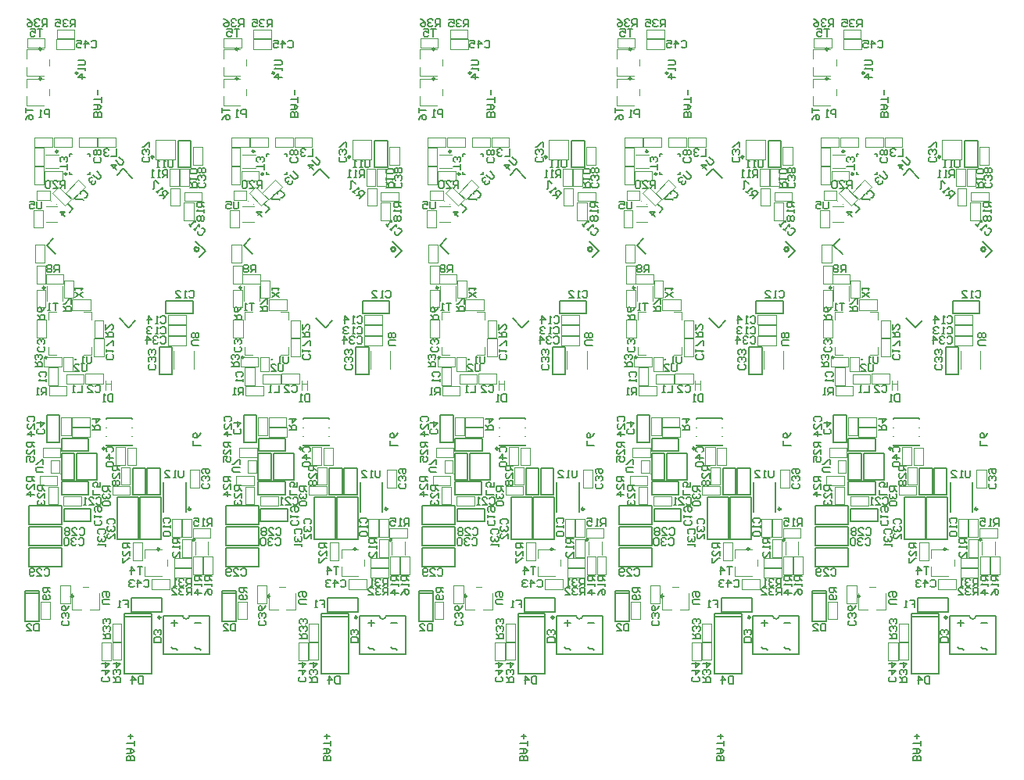
<source format=gbo>
G04*
G04 #@! TF.GenerationSoftware,Altium Limited,Altium Designer,19.1.8 (144)*
G04*
G04 Layer_Color=32896*
%FSAX25Y25*%
%MOIN*%
G70*
G01*
G75*
%ADD14C,0.00787*%
%ADD63C,0.00598*%
%ADD67C,0.00984*%
%ADD72C,0.00591*%
%ADD139C,0.01000*%
%ADD140C,0.00394*%
%ADD141C,0.00197*%
D14*
X0207808Y0203898D02*
G03*
X0210696Y0203898I0001444J0000000D01*
G01*
X0156010Y0264291D02*
G03*
X0156010Y0264291I-0000223J0000000D01*
G01*
X0183150Y0203346D02*
X0194567D01*
X0183071Y0178937D02*
Y0204882D01*
Y0178937D02*
X0194646D01*
Y0204882D01*
X0183071D02*
X0194646D01*
X0185862Y0211496D02*
X0198862D01*
Y0207043D02*
Y0211496D01*
X0185866Y0205591D02*
X0198862D01*
Y0207043D01*
X0185866Y0205591D02*
Y0211492D01*
X0146701Y0201323D02*
Y0214323D01*
X0140701Y0201323D02*
X0146701D01*
X0140701D02*
Y0214323D01*
Y0213323D02*
X0146701D01*
X0140701Y0214323D02*
X0146701D01*
X0199410Y0187362D02*
X0219095D01*
Y0203898D01*
X0199410Y0194186D02*
Y0203898D01*
Y0187362D02*
Y0194186D01*
Y0203898D02*
X0207808D01*
X0210696D02*
X0219095D01*
X0203282Y0306849D02*
Y0318349D01*
X0197782D02*
X0203282D01*
X0197782Y0306849D02*
Y0318349D01*
Y0306849D02*
X0203282D01*
X0205872Y0395077D02*
Y0406577D01*
Y0395077D02*
X0211372D01*
Y0406577D01*
X0205872D02*
X0211372D01*
X0200707Y0338223D02*
X0212207D01*
X0200707Y0332722D02*
Y0338223D01*
Y0332722D02*
X0212207D01*
Y0338223D01*
X0184675Y0326848D02*
X0184898D01*
X0187710Y0329660D01*
X0180778Y0330745D02*
X0184675Y0326848D01*
X0149905Y0361730D02*
X0153663Y0357972D01*
X0149905Y0361730D02*
Y0361841D01*
X0152689Y0364625D01*
X0179748Y0391740D02*
X0182281Y0394273D01*
X0182448D01*
X0186262Y0390460D01*
X0213405Y0363372D02*
X0217414Y0359364D01*
Y0359308D02*
Y0359364D01*
X0214797Y0356691D02*
X0217414Y0359308D01*
X0159654Y0400748D02*
X0160638D01*
X0159654Y0399764D02*
Y0400748D01*
X0168315Y0399764D02*
Y0400748D01*
X0167331D02*
X0168315D01*
X0167331Y0392087D02*
X0168315D01*
Y0393071D01*
X0159654Y0392087D02*
X0160638D01*
X0159654D02*
Y0393071D01*
X0209132Y0248178D02*
Y0260776D01*
X0199684Y0248178D02*
Y0260776D01*
X0192721Y0255302D02*
Y0266802D01*
Y0255302D02*
X0198221D01*
Y0266802D01*
X0192721D02*
X0198221D01*
X0186501Y0255380D02*
Y0266880D01*
Y0255380D02*
X0192000D01*
Y0266880D01*
X0186501D02*
X0192000D01*
X0180026Y0254461D02*
X0189026D01*
Y0236461D02*
Y0254461D01*
X0180026Y0236461D02*
X0189026D01*
X0180026D02*
Y0254461D01*
X0189632Y0254501D02*
X0198632D01*
Y0236501D02*
Y0254501D01*
X0189632Y0236501D02*
X0198632D01*
X0189632D02*
Y0254501D01*
X0149888Y0289293D02*
X0155388D01*
Y0277793D02*
Y0289293D01*
X0149888Y0277793D02*
X0155388D01*
X0149888D02*
Y0289293D01*
X0167719Y0273943D02*
Y0279443D01*
X0156219Y0273943D02*
X0167719D01*
X0156219D02*
Y0279443D01*
X0167719D01*
X0162677Y0261732D02*
X0171339D01*
Y0273150D01*
X0162677D02*
X0171339D01*
X0162677Y0261732D02*
Y0273150D01*
X0156179Y0255439D02*
Y0260939D01*
X0167679D01*
Y0255439D02*
Y0260939D01*
X0156179Y0255439D02*
X0167679D01*
X0156187Y0261691D02*
X0161687D01*
X0156187D02*
Y0273191D01*
X0161687D01*
Y0261691D02*
Y0273191D01*
X0157203Y0244061D02*
Y0249561D01*
X0168703D01*
Y0244061D02*
Y0249561D01*
X0157203Y0244061D02*
X0168703D01*
X0142252Y0242732D02*
Y0250732D01*
Y0242732D02*
X0156252D01*
Y0250732D01*
X0142252D02*
X0156252D01*
X0142252Y0224773D02*
Y0232773D01*
Y0224773D02*
X0156252D01*
Y0232773D01*
X0142252D02*
X0156252D01*
X0142252Y0233828D02*
Y0241828D01*
Y0233828D02*
X0156252D01*
Y0241828D01*
X0142252D02*
X0156252D01*
X0202953Y0200749D02*
X0205577D01*
X0204265Y0199437D02*
Y0202061D01*
X0212795Y0200749D02*
X0215419D01*
X0202953Y0190382D02*
X0203609Y0189726D01*
X0204921D01*
X0205577Y0189070D01*
X0212795Y0190382D02*
X0213451Y0189726D01*
X0214763D01*
X0215419Y0189070D01*
X0291667Y0203898D02*
G03*
X0294554Y0203898I0001444J0000000D01*
G01*
X0239868Y0264291D02*
G03*
X0239868Y0264291I-0000223J0000000D01*
G01*
X0267008Y0203346D02*
X0278425D01*
X0266929Y0178937D02*
Y0204882D01*
Y0178937D02*
X0278504D01*
Y0204882D01*
X0266929D02*
X0278504D01*
X0269721Y0211496D02*
X0282721D01*
Y0207043D02*
Y0211496D01*
X0269724Y0205591D02*
X0282721D01*
Y0207043D01*
X0269724Y0205591D02*
Y0211492D01*
X0230559Y0201323D02*
Y0214323D01*
X0224559Y0201323D02*
X0230559D01*
X0224559D02*
Y0214323D01*
Y0213323D02*
X0230559D01*
X0224559Y0214323D02*
X0230559D01*
X0283268Y0187362D02*
X0302953D01*
Y0203898D01*
X0283268Y0194186D02*
Y0203898D01*
Y0187362D02*
Y0194186D01*
Y0203898D02*
X0291667D01*
X0294554D02*
X0302953D01*
X0287140Y0306849D02*
Y0318349D01*
X0281640D02*
X0287140D01*
X0281640Y0306849D02*
Y0318349D01*
Y0306849D02*
X0287140D01*
X0289731Y0395077D02*
Y0406577D01*
Y0395077D02*
X0295231D01*
Y0406577D01*
X0289731D02*
X0295231D01*
X0284565Y0338223D02*
X0296065D01*
X0284565Y0332722D02*
Y0338223D01*
Y0332722D02*
X0296065D01*
Y0338223D01*
X0268534Y0326848D02*
X0268756D01*
X0271568Y0329660D01*
X0264636Y0330745D02*
X0268534Y0326848D01*
X0233763Y0361730D02*
X0237521Y0357972D01*
X0233763Y0361730D02*
Y0361841D01*
X0236547Y0364625D01*
X0263606Y0391740D02*
X0266140Y0394273D01*
X0266306D01*
X0270121Y0390460D01*
X0297263Y0363372D02*
X0301272Y0359364D01*
Y0359308D02*
Y0359364D01*
X0298655Y0356691D02*
X0301272Y0359308D01*
X0243512Y0400748D02*
X0244496D01*
X0243512Y0399764D02*
Y0400748D01*
X0252173Y0399764D02*
Y0400748D01*
X0251189D02*
X0252173D01*
X0251189Y0392087D02*
X0252173D01*
Y0393071D01*
X0243512Y0392087D02*
X0244496D01*
X0243512D02*
Y0393071D01*
X0292991Y0248178D02*
Y0260776D01*
X0283542Y0248178D02*
Y0260776D01*
X0276579Y0255302D02*
Y0266802D01*
Y0255302D02*
X0282079D01*
Y0266802D01*
X0276579D02*
X0282079D01*
X0270359Y0255380D02*
Y0266880D01*
Y0255380D02*
X0275859D01*
Y0266880D01*
X0270359D02*
X0275859D01*
X0263884Y0254461D02*
X0272884D01*
Y0236461D02*
Y0254461D01*
X0263884Y0236461D02*
X0272884D01*
X0263884D02*
Y0254461D01*
X0273491Y0254501D02*
X0282491D01*
Y0236501D02*
Y0254501D01*
X0273491Y0236501D02*
X0282491D01*
X0273491D02*
Y0254501D01*
X0233746Y0289293D02*
X0239246D01*
Y0277793D02*
Y0289293D01*
X0233746Y0277793D02*
X0239246D01*
X0233746D02*
Y0289293D01*
X0251577Y0273943D02*
Y0279443D01*
X0240077Y0273943D02*
X0251577D01*
X0240077D02*
Y0279443D01*
X0251577D01*
X0246536Y0261732D02*
X0255197D01*
Y0273150D01*
X0246536D02*
X0255197D01*
X0246536Y0261732D02*
Y0273150D01*
X0240038Y0255439D02*
Y0260939D01*
X0251538D01*
Y0255439D02*
Y0260939D01*
X0240038Y0255439D02*
X0251538D01*
X0240045Y0261691D02*
X0245545D01*
X0240045D02*
Y0273191D01*
X0245545D01*
Y0261691D02*
Y0273191D01*
X0241061Y0244061D02*
Y0249561D01*
X0252561D01*
Y0244061D02*
Y0249561D01*
X0241061Y0244061D02*
X0252561D01*
X0226110Y0242732D02*
Y0250732D01*
Y0242732D02*
X0240110D01*
Y0250732D01*
X0226110D02*
X0240110D01*
X0226110Y0224773D02*
Y0232773D01*
Y0224773D02*
X0240110D01*
Y0232773D01*
X0226110D02*
X0240110D01*
X0226110Y0233828D02*
Y0241828D01*
Y0233828D02*
X0240110D01*
Y0241828D01*
X0226110D02*
X0240110D01*
X0286811Y0200749D02*
X0289435D01*
X0288123Y0199437D02*
Y0202061D01*
X0296654Y0200749D02*
X0299277D01*
X0286811Y0190382D02*
X0287467Y0189726D01*
X0288779D01*
X0289435Y0189070D01*
X0296654Y0190382D02*
X0297310Y0189726D01*
X0298622D01*
X0299277Y0189070D01*
X0375525Y0203898D02*
G03*
X0378412Y0203898I0001444J0000000D01*
G01*
X0323727Y0264291D02*
G03*
X0323727Y0264291I-0000223J0000000D01*
G01*
X0350866Y0203346D02*
X0362284D01*
X0350788Y0178937D02*
Y0204882D01*
Y0178937D02*
X0362362D01*
Y0204882D01*
X0350788D02*
X0362362D01*
X0353579Y0211496D02*
X0366579D01*
Y0207043D02*
Y0211496D01*
X0353583Y0205591D02*
X0366579D01*
Y0207043D01*
X0353583Y0205591D02*
Y0211492D01*
X0314418Y0201323D02*
Y0214323D01*
X0308418Y0201323D02*
X0314418D01*
X0308418D02*
Y0214323D01*
Y0213323D02*
X0314418D01*
X0308418Y0214323D02*
X0314418D01*
X0367126Y0187362D02*
X0386811D01*
Y0203898D01*
X0367126Y0194186D02*
Y0203898D01*
Y0187362D02*
Y0194186D01*
Y0203898D02*
X0375525D01*
X0378412D02*
X0386811D01*
X0370998Y0306849D02*
Y0318349D01*
X0365498D02*
X0370998D01*
X0365498Y0306849D02*
Y0318349D01*
Y0306849D02*
X0370998D01*
X0373589Y0395077D02*
Y0406577D01*
Y0395077D02*
X0379089D01*
Y0406577D01*
X0373589D02*
X0379089D01*
X0368423Y0338223D02*
X0379923D01*
X0368423Y0332722D02*
Y0338223D01*
Y0332722D02*
X0379923D01*
Y0338223D01*
X0352392Y0326848D02*
X0352615D01*
X0355426Y0329660D01*
X0348495Y0330745D02*
X0352392Y0326848D01*
X0317621Y0361730D02*
X0321379Y0357972D01*
X0317621Y0361730D02*
Y0361841D01*
X0320405Y0364625D01*
X0347464Y0391740D02*
X0349998Y0394273D01*
X0350165D01*
X0353979Y0390460D01*
X0381122Y0363372D02*
X0385130Y0359364D01*
Y0359308D02*
Y0359364D01*
X0382514Y0356691D02*
X0385130Y0359308D01*
X0327370Y0400748D02*
X0328355D01*
X0327370Y0399764D02*
Y0400748D01*
X0336032Y0399764D02*
Y0400748D01*
X0335047D02*
X0336032D01*
X0335047Y0392087D02*
X0336032D01*
Y0393071D01*
X0327370Y0392087D02*
X0328355D01*
X0327370D02*
Y0393071D01*
X0376849Y0248178D02*
Y0260776D01*
X0367400Y0248178D02*
Y0260776D01*
X0360438Y0255302D02*
Y0266802D01*
Y0255302D02*
X0365938D01*
Y0266802D01*
X0360438D02*
X0365938D01*
X0354217Y0255380D02*
Y0266880D01*
Y0255380D02*
X0359717D01*
Y0266880D01*
X0354217D02*
X0359717D01*
X0347743Y0254461D02*
X0356743D01*
Y0236461D02*
Y0254461D01*
X0347743Y0236461D02*
X0356743D01*
X0347743D02*
Y0254461D01*
X0357349Y0254501D02*
X0366349D01*
Y0236501D02*
Y0254501D01*
X0357349Y0236501D02*
X0366349D01*
X0357349D02*
Y0254501D01*
X0317604Y0289293D02*
X0323105D01*
Y0277793D02*
Y0289293D01*
X0317604Y0277793D02*
X0323105D01*
X0317604D02*
Y0289293D01*
X0335435Y0273943D02*
Y0279443D01*
X0323935Y0273943D02*
X0335435D01*
X0323935D02*
Y0279443D01*
X0335435D01*
X0330394Y0261732D02*
X0339055D01*
Y0273150D01*
X0330394D02*
X0339055D01*
X0330394Y0261732D02*
Y0273150D01*
X0323896Y0255439D02*
Y0260939D01*
X0335396D01*
Y0255439D02*
Y0260939D01*
X0323896Y0255439D02*
X0335396D01*
X0323904Y0261691D02*
X0329404D01*
X0323904D02*
Y0273191D01*
X0329404D01*
Y0261691D02*
Y0273191D01*
X0324920Y0244061D02*
Y0249561D01*
X0336420D01*
Y0244061D02*
Y0249561D01*
X0324920Y0244061D02*
X0336420D01*
X0309969Y0242732D02*
Y0250732D01*
Y0242732D02*
X0323969D01*
Y0250732D01*
X0309969D02*
X0323969D01*
X0309969Y0224773D02*
Y0232773D01*
Y0224773D02*
X0323969D01*
Y0232773D01*
X0309969D02*
X0323969D01*
X0309969Y0233828D02*
Y0241828D01*
Y0233828D02*
X0323969D01*
Y0241828D01*
X0309969D02*
X0323969D01*
X0370670Y0200749D02*
X0373293D01*
X0371981Y0199437D02*
Y0202061D01*
X0380512Y0200749D02*
X0383136D01*
X0370670Y0190382D02*
X0371325Y0189726D01*
X0372637D01*
X0373293Y0189070D01*
X0380512Y0190382D02*
X0381168Y0189726D01*
X0382480D01*
X0383136Y0189070D01*
X0459383Y0203898D02*
G03*
X0462271Y0203898I0001444J0000000D01*
G01*
X0407585Y0264291D02*
G03*
X0407585Y0264291I-0000223J0000000D01*
G01*
X0434725Y0203346D02*
X0446142D01*
X0434646Y0178937D02*
Y0204882D01*
Y0178937D02*
X0446221D01*
Y0204882D01*
X0434646D02*
X0446221D01*
X0437437Y0211496D02*
X0450437D01*
Y0207043D02*
Y0211496D01*
X0437441Y0205591D02*
X0450437D01*
Y0207043D01*
X0437441Y0205591D02*
Y0211492D01*
X0398276Y0201323D02*
Y0214323D01*
X0392276Y0201323D02*
X0398276D01*
X0392276D02*
Y0214323D01*
Y0213323D02*
X0398276D01*
X0392276Y0214323D02*
X0398276D01*
X0450984Y0187362D02*
X0470670D01*
Y0203898D01*
X0450984Y0194186D02*
Y0203898D01*
Y0187362D02*
Y0194186D01*
Y0203898D02*
X0459383D01*
X0462271D02*
X0470670D01*
X0454856Y0306849D02*
Y0318349D01*
X0449357D02*
X0454856D01*
X0449357Y0306849D02*
Y0318349D01*
Y0306849D02*
X0454856D01*
X0457447Y0395077D02*
Y0406577D01*
Y0395077D02*
X0462947D01*
Y0406577D01*
X0457447D02*
X0462947D01*
X0452282Y0338223D02*
X0463782D01*
X0452282Y0332722D02*
Y0338223D01*
Y0332722D02*
X0463782D01*
Y0338223D01*
X0436250Y0326848D02*
X0436473D01*
X0439285Y0329660D01*
X0432353Y0330745D02*
X0436250Y0326848D01*
X0401479Y0361730D02*
X0405238Y0357972D01*
X0401479Y0361730D02*
Y0361841D01*
X0404263Y0364625D01*
X0431323Y0391740D02*
X0433856Y0394273D01*
X0434023D01*
X0437837Y0390460D01*
X0464980Y0363372D02*
X0468989Y0359364D01*
Y0359308D02*
Y0359364D01*
X0466372Y0356691D02*
X0468989Y0359308D01*
X0411229Y0400748D02*
X0412213D01*
X0411229Y0399764D02*
Y0400748D01*
X0419890Y0399764D02*
Y0400748D01*
X0418906D02*
X0419890D01*
X0418906Y0392087D02*
X0419890D01*
Y0393071D01*
X0411229Y0392087D02*
X0412213D01*
X0411229D02*
Y0393071D01*
X0460707Y0248178D02*
Y0260776D01*
X0451259Y0248178D02*
Y0260776D01*
X0444296Y0255302D02*
Y0266802D01*
Y0255302D02*
X0449796D01*
Y0266802D01*
X0444296D02*
X0449796D01*
X0438075Y0255380D02*
Y0266880D01*
Y0255380D02*
X0443575D01*
Y0266880D01*
X0438075D02*
X0443575D01*
X0431601Y0254461D02*
X0440601D01*
Y0236461D02*
Y0254461D01*
X0431601Y0236461D02*
X0440601D01*
X0431601D02*
Y0254461D01*
X0441207Y0254501D02*
X0450207D01*
Y0236501D02*
Y0254501D01*
X0441207Y0236501D02*
X0450207D01*
X0441207D02*
Y0254501D01*
X0401463Y0289293D02*
X0406963D01*
Y0277793D02*
Y0289293D01*
X0401463Y0277793D02*
X0406963D01*
X0401463D02*
Y0289293D01*
X0419293Y0273943D02*
Y0279443D01*
X0407794Y0273943D02*
X0419293D01*
X0407794D02*
Y0279443D01*
X0419293D01*
X0414252Y0261732D02*
X0422914D01*
Y0273150D01*
X0414252D02*
X0422914D01*
X0414252Y0261732D02*
Y0273150D01*
X0407754Y0255439D02*
Y0260939D01*
X0419254D01*
Y0255439D02*
Y0260939D01*
X0407754Y0255439D02*
X0419254D01*
X0407762Y0261691D02*
X0413262D01*
X0407762D02*
Y0273191D01*
X0413262D01*
Y0261691D02*
Y0273191D01*
X0408778Y0244061D02*
Y0249561D01*
X0420278D01*
Y0244061D02*
Y0249561D01*
X0408778Y0244061D02*
X0420278D01*
X0393827Y0242732D02*
Y0250732D01*
Y0242732D02*
X0407827D01*
Y0250732D01*
X0393827D02*
X0407827D01*
X0393827Y0224773D02*
Y0232773D01*
Y0224773D02*
X0407827D01*
Y0232773D01*
X0393827D02*
X0407827D01*
X0393827Y0233828D02*
Y0241828D01*
Y0233828D02*
X0407827D01*
Y0241828D01*
X0393827D02*
X0407827D01*
X0454528Y0200749D02*
X0457152D01*
X0455840Y0199437D02*
Y0202061D01*
X0464370Y0200749D02*
X0466994D01*
X0454528Y0190382D02*
X0455184Y0189726D01*
X0456496D01*
X0457152Y0189070D01*
X0464370Y0190382D02*
X0465026Y0189726D01*
X0466338D01*
X0466994Y0189070D01*
X0543242Y0203898D02*
G03*
X0546129Y0203898I0001444J0000000D01*
G01*
X0491443Y0264291D02*
G03*
X0491443Y0264291I-0000223J0000000D01*
G01*
X0518583Y0203346D02*
X0530000D01*
X0518504Y0178937D02*
Y0204882D01*
Y0178937D02*
X0530079D01*
Y0204882D01*
X0518504D02*
X0530079D01*
X0521295Y0211496D02*
X0534296D01*
Y0207043D02*
Y0211496D01*
X0521299Y0205591D02*
X0534296D01*
Y0207043D01*
X0521299Y0205591D02*
Y0211492D01*
X0482134Y0201323D02*
Y0214323D01*
X0476134Y0201323D02*
X0482134D01*
X0476134D02*
Y0214323D01*
Y0213323D02*
X0482134D01*
X0476134Y0214323D02*
X0482134D01*
X0534843Y0187362D02*
X0554528D01*
Y0203898D01*
X0534843Y0194186D02*
Y0203898D01*
Y0187362D02*
Y0194186D01*
Y0203898D02*
X0543242D01*
X0546129D02*
X0554528D01*
X0538715Y0306849D02*
Y0318349D01*
X0533215D02*
X0538715D01*
X0533215Y0306849D02*
Y0318349D01*
Y0306849D02*
X0538715D01*
X0541305Y0395077D02*
Y0406577D01*
Y0395077D02*
X0546805D01*
Y0406577D01*
X0541305D02*
X0546805D01*
X0536140Y0338223D02*
X0547640D01*
X0536140Y0332722D02*
Y0338223D01*
Y0332722D02*
X0547640D01*
Y0338223D01*
X0520109Y0326848D02*
X0520331D01*
X0523143Y0329660D01*
X0516211Y0330745D02*
X0520109Y0326848D01*
X0485338Y0361730D02*
X0489096Y0357972D01*
X0485338Y0361730D02*
Y0361841D01*
X0488122Y0364625D01*
X0515181Y0391740D02*
X0517714Y0394273D01*
X0517881D01*
X0521695Y0390460D01*
X0548838Y0363372D02*
X0552847Y0359364D01*
Y0359308D02*
Y0359364D01*
X0550230Y0356691D02*
X0552847Y0359308D01*
X0495087Y0400748D02*
X0496071D01*
X0495087Y0399764D02*
Y0400748D01*
X0503748Y0399764D02*
Y0400748D01*
X0502764D02*
X0503748D01*
X0502764Y0392087D02*
X0503748D01*
Y0393071D01*
X0495087Y0392087D02*
X0496071D01*
X0495087D02*
Y0393071D01*
X0544566Y0248178D02*
Y0260776D01*
X0535117Y0248178D02*
Y0260776D01*
X0528154Y0255302D02*
Y0266802D01*
Y0255302D02*
X0533654D01*
Y0266802D01*
X0528154D02*
X0533654D01*
X0521934Y0255380D02*
Y0266880D01*
Y0255380D02*
X0527434D01*
Y0266880D01*
X0521934D02*
X0527434D01*
X0515459Y0254461D02*
X0524459D01*
Y0236461D02*
Y0254461D01*
X0515459Y0236461D02*
X0524459D01*
X0515459D02*
Y0254461D01*
X0525066Y0254501D02*
X0534066D01*
Y0236501D02*
Y0254501D01*
X0525066Y0236501D02*
X0534066D01*
X0525066D02*
Y0254501D01*
X0485321Y0289293D02*
X0490821D01*
Y0277793D02*
Y0289293D01*
X0485321Y0277793D02*
X0490821D01*
X0485321D02*
Y0289293D01*
X0503152Y0273943D02*
Y0279443D01*
X0491652Y0273943D02*
X0503152D01*
X0491652D02*
Y0279443D01*
X0503152D01*
X0498110Y0261732D02*
X0506772D01*
Y0273150D01*
X0498110D02*
X0506772D01*
X0498110Y0261732D02*
Y0273150D01*
X0491612Y0255439D02*
Y0260939D01*
X0503112D01*
Y0255439D02*
Y0260939D01*
X0491612Y0255439D02*
X0503112D01*
X0491620Y0261691D02*
X0497120D01*
X0491620D02*
Y0273191D01*
X0497120D01*
Y0261691D02*
Y0273191D01*
X0492636Y0244061D02*
Y0249561D01*
X0504136D01*
Y0244061D02*
Y0249561D01*
X0492636Y0244061D02*
X0504136D01*
X0477685Y0242732D02*
Y0250732D01*
Y0242732D02*
X0491685D01*
Y0250732D01*
X0477685D02*
X0491685D01*
X0477685Y0224773D02*
Y0232773D01*
Y0224773D02*
X0491685D01*
Y0232773D01*
X0477685D02*
X0491685D01*
X0477685Y0233828D02*
Y0241828D01*
Y0233828D02*
X0491685D01*
Y0241828D01*
X0477685D02*
X0491685D01*
X0538386Y0200749D02*
X0541010D01*
X0539698Y0199437D02*
Y0202061D01*
X0548229Y0200749D02*
X0550852D01*
X0538386Y0190382D02*
X0539042Y0189726D01*
X0540354D01*
X0541010Y0189070D01*
X0548229Y0190382D02*
X0548885Y0189726D01*
X0550197D01*
X0550852Y0189070D01*
D63*
X0187105Y0141988D02*
X0183957D01*
Y0143562D01*
X0184482Y0144087D01*
X0185006D01*
X0185531Y0143562D01*
Y0141988D01*
Y0143562D01*
X0186056Y0144087D01*
X0186581D01*
X0187105Y0143562D01*
Y0141988D01*
X0183957Y0145137D02*
X0186056D01*
X0187105Y0146186D01*
X0186056Y0147236D01*
X0183957D01*
X0185531D01*
Y0145137D01*
X0187105Y0148285D02*
Y0150384D01*
Y0149335D01*
X0183957D01*
X0185531Y0151434D02*
Y0153533D01*
X0186581Y0152483D02*
X0184482D01*
X0173129Y0416595D02*
X0169980D01*
Y0418169D01*
X0170505Y0418694D01*
X0171030D01*
X0171555Y0418169D01*
Y0416595D01*
Y0418169D01*
X0172080Y0418694D01*
X0172604D01*
X0173129Y0418169D01*
Y0416595D01*
X0169980Y0419743D02*
X0172080D01*
X0173129Y0420793D01*
X0172080Y0421842D01*
X0169980D01*
X0171555D01*
Y0419743D01*
X0173129Y0422892D02*
Y0424991D01*
Y0423941D01*
X0169980D01*
X0171555Y0426040D02*
Y0428139D01*
X0270964Y0141988D02*
X0267815D01*
Y0143562D01*
X0268340Y0144087D01*
X0268865D01*
X0269389Y0143562D01*
Y0141988D01*
Y0143562D01*
X0269914Y0144087D01*
X0270439D01*
X0270964Y0143562D01*
Y0141988D01*
X0267815Y0145137D02*
X0269914D01*
X0270964Y0146186D01*
X0269914Y0147236D01*
X0267815D01*
X0269389D01*
Y0145137D01*
X0270964Y0148285D02*
Y0150384D01*
Y0149335D01*
X0267815D01*
X0269389Y0151434D02*
Y0153533D01*
X0270439Y0152483D02*
X0268340D01*
X0256987Y0416595D02*
X0253839D01*
Y0418169D01*
X0254363Y0418694D01*
X0254888D01*
X0255413Y0418169D01*
Y0416595D01*
Y0418169D01*
X0255938Y0418694D01*
X0256463D01*
X0256987Y0418169D01*
Y0416595D01*
X0253839Y0419743D02*
X0255938D01*
X0256987Y0420793D01*
X0255938Y0421842D01*
X0253839D01*
X0255413D01*
Y0419743D01*
X0256987Y0422892D02*
Y0424991D01*
Y0423941D01*
X0253839D01*
X0255413Y0426040D02*
Y0428139D01*
X0354822Y0141988D02*
X0351673D01*
Y0143562D01*
X0352198Y0144087D01*
X0352723D01*
X0353248Y0143562D01*
Y0141988D01*
Y0143562D01*
X0353772Y0144087D01*
X0354297D01*
X0354822Y0143562D01*
Y0141988D01*
X0351673Y0145137D02*
X0353772D01*
X0354822Y0146186D01*
X0353772Y0147236D01*
X0351673D01*
X0353248D01*
Y0145137D01*
X0354822Y0148285D02*
Y0150384D01*
Y0149335D01*
X0351673D01*
X0353248Y0151434D02*
Y0153533D01*
X0354297Y0152483D02*
X0352198D01*
X0340846Y0416595D02*
X0337697D01*
Y0418169D01*
X0338222Y0418694D01*
X0338747D01*
X0339271Y0418169D01*
Y0416595D01*
Y0418169D01*
X0339796Y0418694D01*
X0340321D01*
X0340846Y0418169D01*
Y0416595D01*
X0337697Y0419743D02*
X0339796D01*
X0340846Y0420793D01*
X0339796Y0421842D01*
X0337697D01*
X0339271D01*
Y0419743D01*
X0340846Y0422892D02*
Y0424991D01*
Y0423941D01*
X0337697D01*
X0339271Y0426040D02*
Y0428139D01*
X0438680Y0141988D02*
X0435532D01*
Y0143562D01*
X0436057Y0144087D01*
X0436581D01*
X0437106Y0143562D01*
Y0141988D01*
Y0143562D01*
X0437631Y0144087D01*
X0438156D01*
X0438680Y0143562D01*
Y0141988D01*
X0435532Y0145137D02*
X0437631D01*
X0438680Y0146186D01*
X0437631Y0147236D01*
X0435532D01*
X0437106D01*
Y0145137D01*
X0438680Y0148285D02*
Y0150384D01*
Y0149335D01*
X0435532D01*
X0437106Y0151434D02*
Y0153533D01*
X0438156Y0152483D02*
X0436057D01*
X0424704Y0416595D02*
X0421555D01*
Y0418169D01*
X0422080Y0418694D01*
X0422605D01*
X0423130Y0418169D01*
Y0416595D01*
Y0418169D01*
X0423654Y0418694D01*
X0424179D01*
X0424704Y0418169D01*
Y0416595D01*
X0421555Y0419743D02*
X0423654D01*
X0424704Y0420793D01*
X0423654Y0421842D01*
X0421555D01*
X0423130D01*
Y0419743D01*
X0424704Y0422892D02*
Y0424991D01*
Y0423941D01*
X0421555D01*
X0423130Y0426040D02*
Y0428139D01*
X0522539Y0141988D02*
X0519390D01*
Y0143562D01*
X0519915Y0144087D01*
X0520439D01*
X0520964Y0143562D01*
Y0141988D01*
Y0143562D01*
X0521489Y0144087D01*
X0522014D01*
X0522539Y0143562D01*
Y0141988D01*
X0519390Y0145137D02*
X0521489D01*
X0522539Y0146186D01*
X0521489Y0147236D01*
X0519390D01*
X0520964D01*
Y0145137D01*
X0522539Y0148285D02*
Y0150384D01*
Y0149335D01*
X0519390D01*
X0520964Y0151434D02*
Y0153533D01*
X0522014Y0152483D02*
X0519915D01*
X0508562Y0416595D02*
X0505414D01*
Y0418169D01*
X0505938Y0418694D01*
X0506463D01*
X0506988Y0418169D01*
Y0416595D01*
Y0418169D01*
X0507513Y0418694D01*
X0508038D01*
X0508562Y0418169D01*
Y0416595D01*
X0505414Y0419743D02*
X0507513D01*
X0508562Y0420793D01*
X0507513Y0421842D01*
X0505414D01*
X0506988D01*
Y0419743D01*
X0508562Y0422892D02*
Y0424991D01*
Y0423941D01*
X0505414D01*
X0506988Y0426040D02*
Y0428139D01*
D67*
X0198384Y0203110D02*
G03*
X0198384Y0203110I-0000549J0000000D01*
G01*
X0174626Y0275157D02*
G03*
X0174626Y0275157I-0000492J0000000D01*
G01*
X0147555Y0432874D02*
G03*
X0147555Y0432874I-0000492J0000000D01*
G01*
Y0445473D02*
G03*
X0147555Y0445473I-0000492J0000000D01*
G01*
X0197909Y0232244D02*
G03*
X0197909Y0232244I-0000492J0000000D01*
G01*
X0161122Y0212102D02*
G03*
X0161122Y0212102I-0000492J0000000D01*
G01*
X0282242Y0203110D02*
G03*
X0282242Y0203110I-0000549J0000000D01*
G01*
X0258484Y0275157D02*
G03*
X0258484Y0275157I-0000492J0000000D01*
G01*
X0231414Y0432874D02*
G03*
X0231414Y0432874I-0000492J0000000D01*
G01*
Y0445473D02*
G03*
X0231414Y0445473I-0000492J0000000D01*
G01*
X0281768Y0232244D02*
G03*
X0281768Y0232244I-0000492J0000000D01*
G01*
X0244980Y0212102D02*
G03*
X0244980Y0212102I-0000492J0000000D01*
G01*
X0366101Y0203110D02*
G03*
X0366101Y0203110I-0000549J0000000D01*
G01*
X0342343Y0275157D02*
G03*
X0342343Y0275157I-0000492J0000000D01*
G01*
X0315272Y0432874D02*
G03*
X0315272Y0432874I-0000492J0000000D01*
G01*
Y0445473D02*
G03*
X0315272Y0445473I-0000492J0000000D01*
G01*
X0365626Y0232244D02*
G03*
X0365626Y0232244I-0000492J0000000D01*
G01*
X0328838Y0212102D02*
G03*
X0328838Y0212102I-0000492J0000000D01*
G01*
X0449959Y0203110D02*
G03*
X0449959Y0203110I-0000549J0000000D01*
G01*
X0426201Y0275157D02*
G03*
X0426201Y0275157I-0000492J0000000D01*
G01*
X0399130Y0432874D02*
G03*
X0399130Y0432874I-0000492J0000000D01*
G01*
Y0445473D02*
G03*
X0399130Y0445473I-0000492J0000000D01*
G01*
X0449484Y0232244D02*
G03*
X0449484Y0232244I-0000492J0000000D01*
G01*
X0412697Y0212102D02*
G03*
X0412697Y0212102I-0000492J0000000D01*
G01*
X0533817Y0203110D02*
G03*
X0533817Y0203110I-0000549J0000000D01*
G01*
X0510059Y0275157D02*
G03*
X0510059Y0275157I-0000492J0000000D01*
G01*
X0482988Y0432874D02*
G03*
X0482988Y0432874I-0000492J0000000D01*
G01*
Y0445473D02*
G03*
X0482988Y0445473I-0000492J0000000D01*
G01*
X0533343Y0232244D02*
G03*
X0533343Y0232244I-0000492J0000000D01*
G01*
X0496555Y0212102D02*
G03*
X0496555Y0212102I-0000492J0000000D01*
G01*
D72*
X0175316Y0276536D02*
X0186339D01*
X0175316Y0287953D02*
X0186339D01*
X0186339Y0276732D02*
X0186339Y0276536D01*
X0186339Y0287953D02*
X0186339Y0287756D01*
X0175315Y0287953D02*
X0175315Y0287756D01*
X0175315Y0276732D02*
X0175315Y0276536D01*
X0175315Y0280472D02*
X0175315Y0280276D01*
X0175315Y0284213D02*
X0175315Y0284016D01*
X0186339Y0280472D02*
X0186339Y0280276D01*
X0186339Y0284213D02*
X0186339Y0284016D01*
X0150886Y0416595D02*
Y0419743D01*
X0149312D01*
X0148787Y0419218D01*
Y0418169D01*
X0149312Y0417644D01*
X0150886D01*
X0147737Y0416595D02*
X0146688D01*
X0147213D01*
Y0419743D01*
X0147737Y0419218D01*
X0176010Y0177729D02*
X0176534Y0177204D01*
Y0176155D01*
X0176010Y0175630D01*
X0173911D01*
X0173386Y0176155D01*
Y0177204D01*
X0173911Y0177729D01*
X0173386Y0180353D02*
X0176534D01*
X0174960Y0178779D01*
Y0180878D01*
X0173386Y0183501D02*
X0176534D01*
X0174960Y0181927D01*
Y0184026D01*
X0195754Y0311014D02*
X0196279Y0310490D01*
Y0309440D01*
X0195754Y0308915D01*
X0193655D01*
X0193130Y0309440D01*
Y0310490D01*
X0193655Y0311014D01*
X0195754Y0312064D02*
X0196279Y0312589D01*
Y0313638D01*
X0195754Y0314163D01*
X0195229D01*
X0194704Y0313638D01*
Y0313113D01*
Y0313638D01*
X0194180Y0314163D01*
X0193655D01*
X0193130Y0313638D01*
Y0312589D01*
X0193655Y0312064D01*
X0195754Y0315213D02*
X0196279Y0315737D01*
Y0316787D01*
X0195754Y0317312D01*
X0195229D01*
X0194704Y0316787D01*
Y0316262D01*
Y0316787D01*
X0194180Y0317312D01*
X0193655D01*
X0193130Y0316787D01*
Y0315737D01*
X0193655Y0315213D01*
X0168898Y0314566D02*
Y0311942D01*
X0168373Y0311417D01*
X0167324D01*
X0166799Y0311942D01*
Y0314566D01*
X0165749Y0311417D02*
X0164700D01*
X0165224D01*
Y0314566D01*
X0165749Y0314041D01*
X0163190Y0440709D02*
X0165814D01*
X0166339Y0440184D01*
Y0439134D01*
X0165814Y0438610D01*
X0163190D01*
X0166339Y0437560D02*
Y0436511D01*
Y0437035D01*
X0163190D01*
X0163715Y0437560D01*
X0166339Y0433362D02*
X0163190D01*
X0164764Y0434936D01*
Y0432837D01*
X0140749Y0420532D02*
Y0418433D01*
Y0419482D01*
X0143898D01*
X0140749Y0415284D02*
X0141274Y0416333D01*
X0142324Y0417383D01*
X0143373D01*
X0143898Y0416858D01*
Y0415809D01*
X0143373Y0415284D01*
X0142848D01*
X0142324Y0415809D01*
Y0417383D01*
X0148032Y0453995D02*
X0145932D01*
X0146982D01*
Y0450846D01*
X0142784Y0453995D02*
X0144883D01*
Y0452421D01*
X0143833Y0452946D01*
X0143309D01*
X0142784Y0452421D01*
Y0451371D01*
X0143309Y0450846D01*
X0144358D01*
X0144883Y0451371D01*
X0149902Y0455177D02*
Y0458326D01*
X0148327D01*
X0147803Y0457801D01*
Y0456751D01*
X0148327Y0456227D01*
X0149902D01*
X0148852D02*
X0147803Y0455177D01*
X0146753Y0457801D02*
X0146228Y0458326D01*
X0145179D01*
X0144654Y0457801D01*
Y0457276D01*
X0145179Y0456751D01*
X0145704D01*
X0145179D01*
X0144654Y0456227D01*
Y0455702D01*
X0145179Y0455177D01*
X0146228D01*
X0146753Y0455702D01*
X0141505Y0458326D02*
X0142555Y0457801D01*
X0143605Y0456751D01*
Y0455702D01*
X0143080Y0455177D01*
X0142030D01*
X0141505Y0455702D01*
Y0456227D01*
X0142030Y0456751D01*
X0143605D01*
X0162008Y0454980D02*
Y0458129D01*
X0160434D01*
X0159909Y0457604D01*
Y0456555D01*
X0160434Y0456030D01*
X0162008D01*
X0160959D02*
X0159909Y0454980D01*
X0158859Y0457604D02*
X0158335Y0458129D01*
X0157285D01*
X0156760Y0457604D01*
Y0457079D01*
X0157285Y0456555D01*
X0157810D01*
X0157285D01*
X0156760Y0456030D01*
Y0455505D01*
X0157285Y0454980D01*
X0158335D01*
X0158859Y0455505D01*
X0153612Y0458129D02*
X0155711D01*
Y0456555D01*
X0154661Y0457079D01*
X0154137D01*
X0153612Y0456555D01*
Y0455505D01*
X0154137Y0454980D01*
X0155186D01*
X0155711Y0455505D01*
X0168866Y0448647D02*
X0169390Y0449172D01*
X0170440D01*
X0170965Y0448647D01*
Y0446548D01*
X0170440Y0446024D01*
X0169390D01*
X0168866Y0446548D01*
X0166242Y0446024D02*
Y0449172D01*
X0167816Y0447598D01*
X0165717D01*
X0162568Y0449172D02*
X0164667D01*
Y0447598D01*
X0163618Y0448123D01*
X0163093D01*
X0162568Y0447598D01*
Y0446548D01*
X0163093Y0446024D01*
X0164143D01*
X0164667Y0446548D01*
X0208169Y0265905D02*
Y0263281D01*
X0207645Y0262756D01*
X0206595D01*
X0206070Y0263281D01*
Y0265905D01*
X0205021Y0262756D02*
X0203971D01*
X0204496D01*
Y0265905D01*
X0205021Y0265380D01*
X0200298Y0262756D02*
X0202397D01*
X0200298Y0264855D01*
Y0265380D01*
X0200823Y0265905D01*
X0201872D01*
X0202397Y0265380D01*
X0190512Y0224645D02*
X0188413D01*
X0189462D01*
Y0221496D01*
X0185789D02*
Y0224645D01*
X0187363Y0223070D01*
X0185264D01*
X0178150Y0175551D02*
X0181298D01*
Y0177126D01*
X0180773Y0177650D01*
X0179724D01*
X0179199Y0177126D01*
Y0175551D01*
Y0176601D02*
X0178150Y0177650D01*
X0180773Y0178700D02*
X0181298Y0179225D01*
Y0180274D01*
X0180773Y0180799D01*
X0180249D01*
X0179724Y0180274D01*
Y0179749D01*
Y0180274D01*
X0179199Y0180799D01*
X0178674D01*
X0178150Y0180274D01*
Y0179225D01*
X0178674Y0178700D01*
X0178150Y0183423D02*
X0181298D01*
X0179724Y0181848D01*
Y0183948D01*
X0173819Y0194095D02*
X0176968D01*
Y0195669D01*
X0176443Y0196194D01*
X0175393D01*
X0174869Y0195669D01*
Y0194095D01*
Y0195144D02*
X0173819Y0196194D01*
X0176443Y0197243D02*
X0176968Y0197768D01*
Y0198817D01*
X0176443Y0199342D01*
X0175918D01*
X0175393Y0198817D01*
Y0198293D01*
Y0198817D01*
X0174869Y0199342D01*
X0174344D01*
X0173819Y0198817D01*
Y0197768D01*
X0174344Y0197243D01*
X0176443Y0200392D02*
X0176968Y0200917D01*
Y0201966D01*
X0176443Y0202491D01*
X0175918D01*
X0175393Y0201966D01*
Y0201441D01*
Y0201966D01*
X0174869Y0202491D01*
X0174344D01*
X0173819Y0201966D01*
Y0200917D01*
X0174344Y0200392D01*
X0211516Y0212657D02*
Y0215806D01*
X0209942D01*
X0209417Y0215281D01*
Y0214232D01*
X0209942Y0213707D01*
X0211516D01*
X0210466D02*
X0209417Y0212657D01*
X0208367Y0215281D02*
X0207842Y0215806D01*
X0206793D01*
X0206268Y0215281D01*
Y0214757D01*
X0206793Y0214232D01*
X0207318D01*
X0206793D01*
X0206268Y0213707D01*
Y0213182D01*
X0206793Y0212657D01*
X0207842D01*
X0208367Y0213182D01*
X0203120Y0212657D02*
X0205219D01*
X0203120Y0214757D01*
Y0215281D01*
X0203644Y0215806D01*
X0204694D01*
X0205219Y0215281D01*
X0211417Y0216496D02*
Y0219645D01*
X0209843D01*
X0209318Y0219120D01*
Y0218070D01*
X0209843Y0217546D01*
X0211417D01*
X0210368D02*
X0209318Y0216496D01*
X0208269Y0219120D02*
X0207744Y0219645D01*
X0206695D01*
X0206170Y0219120D01*
Y0218595D01*
X0206695Y0218070D01*
X0207219D01*
X0206695D01*
X0206170Y0217546D01*
Y0217021D01*
X0206695Y0216496D01*
X0207744D01*
X0208269Y0217021D01*
X0205120Y0216496D02*
X0204071D01*
X0204595D01*
Y0219645D01*
X0205120Y0219120D01*
X0176870Y0259016D02*
X0173722D01*
Y0257441D01*
X0174246Y0256917D01*
X0175296D01*
X0175821Y0257441D01*
Y0259016D01*
Y0257966D02*
X0176870Y0256917D01*
X0174246Y0255867D02*
X0173722Y0255342D01*
Y0254293D01*
X0174246Y0253768D01*
X0174771D01*
X0175296Y0254293D01*
Y0254818D01*
Y0254293D01*
X0175821Y0253768D01*
X0176345D01*
X0176870Y0254293D01*
Y0255342D01*
X0176345Y0255867D01*
X0174246Y0252719D02*
X0173722Y0252194D01*
Y0251144D01*
X0174246Y0250620D01*
X0176345D01*
X0176870Y0251144D01*
Y0252194D01*
X0176345Y0252719D01*
X0174246D01*
X0180906Y0267776D02*
X0177757D01*
Y0266201D01*
X0178282Y0265677D01*
X0179331D01*
X0179856Y0266201D01*
Y0267776D01*
Y0266726D02*
X0180906Y0265677D01*
Y0262528D02*
Y0264627D01*
X0178807Y0262528D01*
X0178282D01*
X0177757Y0263053D01*
Y0264102D01*
X0178282Y0264627D01*
Y0261478D02*
X0177757Y0260954D01*
Y0259904D01*
X0178282Y0259379D01*
X0178807D01*
X0179331Y0259904D01*
X0179856Y0259379D01*
X0180381D01*
X0180906Y0259904D01*
Y0260954D01*
X0180381Y0261478D01*
X0179856D01*
X0179331Y0260954D01*
X0178807Y0261478D01*
X0178282D01*
X0179331Y0260954D02*
Y0259904D01*
X0185276Y0234724D02*
X0182127D01*
Y0233150D01*
X0182652Y0232625D01*
X0183701D01*
X0184226Y0233150D01*
Y0234724D01*
Y0233675D02*
X0185276Y0232625D01*
Y0229477D02*
Y0231576D01*
X0183177Y0229477D01*
X0182652D01*
X0182127Y0230002D01*
Y0231051D01*
X0182652Y0231576D01*
X0182127Y0228427D02*
Y0226328D01*
X0182652D01*
X0184751Y0228427D01*
X0185276D01*
X0215550Y0276457D02*
X0212402D01*
Y0278556D01*
X0215550Y0281704D02*
X0215025Y0280655D01*
X0213976Y0279605D01*
X0212927D01*
X0212402Y0280130D01*
Y0281180D01*
X0212927Y0281704D01*
X0213451D01*
X0213976Y0281180D01*
Y0279605D01*
X0182350Y0210432D02*
X0184449D01*
Y0208858D01*
X0183399D01*
X0184449D01*
Y0207283D01*
X0181300D02*
X0180251D01*
X0180776D01*
Y0210432D01*
X0181300Y0209907D01*
X0190945Y0178011D02*
Y0174862D01*
X0189371D01*
X0188846Y0175387D01*
Y0177486D01*
X0189371Y0178011D01*
X0190945D01*
X0186222Y0174862D02*
Y0178011D01*
X0187796Y0176437D01*
X0185697D01*
X0198720Y0192579D02*
X0195571D01*
Y0194153D01*
X0196096Y0194678D01*
X0198195D01*
X0198720Y0194153D01*
Y0192579D01*
X0198195Y0195727D02*
X0198720Y0196252D01*
Y0197302D01*
X0198195Y0197826D01*
X0197670D01*
X0197145Y0197302D01*
Y0196777D01*
Y0197302D01*
X0196621Y0197826D01*
X0196096D01*
X0195571Y0197302D01*
Y0196252D01*
X0196096Y0195727D01*
X0191287Y0218648D02*
X0191812Y0219172D01*
X0192861D01*
X0193386Y0218648D01*
Y0216548D01*
X0192861Y0216024D01*
X0191812D01*
X0191287Y0216548D01*
X0188663Y0216024D02*
Y0219172D01*
X0190237Y0217598D01*
X0188138D01*
X0187089Y0218648D02*
X0186564Y0219172D01*
X0185514D01*
X0184990Y0218648D01*
Y0218123D01*
X0185514Y0217598D01*
X0186039D01*
X0185514D01*
X0184990Y0217073D01*
Y0216548D01*
X0185514Y0216024D01*
X0186564D01*
X0187089Y0216548D01*
X0175624Y0273649D02*
X0175100Y0274174D01*
Y0275223D01*
X0175624Y0275748D01*
X0177723D01*
X0178248Y0275223D01*
Y0274174D01*
X0177723Y0273649D01*
X0178248Y0271025D02*
X0175100D01*
X0176674Y0272600D01*
Y0270500D01*
X0175624Y0269451D02*
X0175100Y0268926D01*
Y0267877D01*
X0175624Y0267352D01*
X0177723D01*
X0178248Y0267877D01*
Y0268926D01*
X0177723Y0269451D01*
X0175624D01*
X0218648Y0260249D02*
X0219172Y0259724D01*
Y0258674D01*
X0218648Y0258150D01*
X0216548D01*
X0216024Y0258674D01*
Y0259724D01*
X0216548Y0260249D01*
X0218648Y0261298D02*
X0219172Y0261823D01*
Y0262873D01*
X0218648Y0263397D01*
X0218123D01*
X0217598Y0262873D01*
Y0262348D01*
Y0262873D01*
X0217073Y0263397D01*
X0216548D01*
X0216024Y0262873D01*
Y0261823D01*
X0216548Y0261298D01*
Y0264447D02*
X0216024Y0264972D01*
Y0266021D01*
X0216548Y0266546D01*
X0218648D01*
X0219172Y0266021D01*
Y0264972D01*
X0218648Y0264447D01*
X0218123D01*
X0217598Y0264972D01*
Y0266546D01*
X0176156Y0243019D02*
X0175631Y0243544D01*
Y0244593D01*
X0176156Y0245118D01*
X0178255D01*
X0178780Y0244593D01*
Y0243544D01*
X0178255Y0243019D01*
X0176156Y0241970D02*
X0175631Y0241445D01*
Y0240395D01*
X0176156Y0239871D01*
X0176681D01*
X0177205Y0240395D01*
Y0240920D01*
Y0240395D01*
X0177730Y0239871D01*
X0178255D01*
X0178780Y0240395D01*
Y0241445D01*
X0178255Y0241970D01*
X0178780Y0236722D02*
Y0238821D01*
X0176681Y0236722D01*
X0176156D01*
X0175631Y0237247D01*
Y0238296D01*
X0176156Y0238821D01*
X0172140Y0238728D02*
X0171615Y0239252D01*
Y0240302D01*
X0172140Y0240827D01*
X0174239D01*
X0174764Y0240302D01*
Y0239252D01*
X0174239Y0238728D01*
X0172140Y0237678D02*
X0171615Y0237154D01*
Y0236104D01*
X0172140Y0235579D01*
X0172665D01*
X0173190Y0236104D01*
Y0236629D01*
Y0236104D01*
X0173714Y0235579D01*
X0174239D01*
X0174764Y0236104D01*
Y0237154D01*
X0174239Y0237678D01*
X0174764Y0234530D02*
Y0233480D01*
Y0234005D01*
X0171615D01*
X0172140Y0234530D01*
X0180681Y0399576D02*
X0182536Y0397721D01*
Y0396979D01*
X0181794Y0396236D01*
X0181052Y0396236D01*
X0179197Y0398092D01*
X0179568Y0394010D02*
X0177342Y0396236D01*
X0179568Y0396236D01*
X0178084Y0394752D01*
X0165196Y0339646D02*
X0162047Y0341745D01*
X0165196D02*
X0162047Y0339646D01*
Y0342794D02*
Y0343844D01*
Y0343319D01*
X0165196D01*
X0164671Y0342794D01*
X0203701Y0398188D02*
Y0395564D01*
X0203176Y0395039D01*
X0202127D01*
X0201602Y0395564D01*
Y0398188D01*
X0200552Y0395039D02*
X0199503D01*
X0200027D01*
Y0398188D01*
X0200552Y0397663D01*
X0197929Y0395039D02*
X0196879D01*
X0197404D01*
Y0398188D01*
X0197929Y0397663D01*
X0176653Y0208780D02*
X0174029D01*
X0173504Y0209304D01*
Y0210354D01*
X0174029Y0210879D01*
X0176653D01*
X0174029Y0211928D02*
X0173504Y0212453D01*
Y0213503D01*
X0174029Y0214027D01*
X0176128D01*
X0176653Y0213503D01*
Y0212453D01*
X0176128Y0211928D01*
X0175603D01*
X0175078Y0212453D01*
Y0214027D01*
X0214704Y0319213D02*
X0212080D01*
X0211555Y0319737D01*
Y0320787D01*
X0212080Y0321312D01*
X0214704D01*
X0214179Y0322361D02*
X0214704Y0322886D01*
Y0323936D01*
X0214179Y0324460D01*
X0213654D01*
X0213129Y0323936D01*
X0212605Y0324460D01*
X0212080D01*
X0211555Y0323936D01*
Y0322886D01*
X0212080Y0322361D01*
X0212605D01*
X0213129Y0322886D01*
X0213654Y0322361D01*
X0214179D01*
X0213129Y0322886D02*
Y0323936D01*
X0148326Y0265118D02*
X0145702D01*
X0145177Y0265643D01*
Y0266692D01*
X0145702Y0267217D01*
X0148326D01*
Y0268267D02*
Y0270366D01*
X0147801D01*
X0145702Y0268267D01*
X0145177D01*
X0147717Y0380511D02*
Y0377887D01*
X0147192Y0377362D01*
X0146142D01*
X0145618Y0377887D01*
Y0380511D01*
X0142469D02*
X0144568D01*
Y0378937D01*
X0143518Y0379461D01*
X0142994D01*
X0142469Y0378937D01*
Y0377887D01*
X0142994Y0377362D01*
X0144043D01*
X0144568Y0377887D01*
X0171081Y0393368D02*
X0172936Y0391513D01*
Y0390771D01*
X0172194Y0390029D01*
X0171452Y0390029D01*
X0169597Y0391884D01*
X0169226Y0390771D02*
X0168483Y0390771D01*
X0167741Y0390029D01*
Y0389286D01*
X0168112Y0388915D01*
X0168854D01*
X0169226Y0389286D01*
X0168854Y0388915D01*
X0168854Y0388173D01*
X0169226Y0387802D01*
X0169968Y0387802D01*
X0170710Y0388544D01*
Y0389286D01*
X0166850Y0311180D02*
Y0308556D01*
X0166326Y0308032D01*
X0165276D01*
X0164751Y0308556D01*
Y0311180D01*
X0161603Y0308032D02*
X0163702D01*
X0161603Y0310131D01*
Y0310655D01*
X0162128Y0311180D01*
X0163177D01*
X0163702Y0310655D01*
X0158660Y0394252D02*
Y0396351D01*
Y0395302D01*
X0155512D01*
X0158136Y0397401D02*
X0158660Y0397925D01*
Y0398975D01*
X0158136Y0399500D01*
X0157611D01*
X0157086Y0398975D01*
Y0398450D01*
Y0398975D01*
X0156561Y0399500D01*
X0156037D01*
X0155512Y0398975D01*
Y0397925D01*
X0156037Y0397401D01*
X0154528Y0337164D02*
X0152429D01*
X0153478D01*
Y0334016D01*
X0151379D02*
X0150329D01*
X0150854D01*
Y0337164D01*
X0151379Y0336640D01*
X0144528Y0277913D02*
X0141379D01*
Y0276339D01*
X0141904Y0275814D01*
X0142953D01*
X0143478Y0276339D01*
Y0277913D01*
Y0276864D02*
X0144528Y0275814D01*
Y0272666D02*
Y0274765D01*
X0142429Y0272666D01*
X0141904D01*
X0141379Y0273190D01*
Y0274240D01*
X0141904Y0274765D01*
X0141379Y0269517D02*
Y0271616D01*
X0142953D01*
X0142429Y0270567D01*
Y0270042D01*
X0142953Y0269517D01*
X0144003D01*
X0144528Y0270042D01*
Y0271092D01*
X0144003Y0271616D01*
X0144488Y0263150D02*
X0141340D01*
Y0261575D01*
X0141865Y0261051D01*
X0142914D01*
X0143439Y0261575D01*
Y0263150D01*
Y0262100D02*
X0144488Y0261051D01*
Y0257902D02*
Y0260001D01*
X0142389Y0257902D01*
X0141865D01*
X0141340Y0258427D01*
Y0259476D01*
X0141865Y0260001D01*
X0144488Y0255278D02*
X0141340D01*
X0142914Y0256853D01*
Y0254753D01*
X0149035Y0259331D02*
X0145886D01*
Y0257756D01*
X0146411Y0257232D01*
X0147460D01*
X0147985Y0257756D01*
Y0259331D01*
Y0258281D02*
X0149035Y0257232D01*
Y0254083D02*
Y0256182D01*
X0146936Y0254083D01*
X0146411D01*
X0145886Y0254608D01*
Y0255657D01*
X0146411Y0256182D01*
Y0253034D02*
X0145886Y0252509D01*
Y0251459D01*
X0146411Y0250935D01*
X0146936D01*
X0147460Y0251459D01*
Y0251984D01*
Y0251459D01*
X0147985Y0250935D01*
X0148510D01*
X0149035Y0251459D01*
Y0252509D01*
X0148510Y0253034D01*
X0157677Y0386221D02*
Y0389369D01*
X0156103D01*
X0155578Y0388844D01*
Y0387795D01*
X0156103Y0387270D01*
X0157677D01*
X0156628D02*
X0155578Y0386221D01*
X0152430D02*
X0154529D01*
X0152430Y0388320D01*
Y0388844D01*
X0152954Y0389369D01*
X0154004D01*
X0154529Y0388844D01*
X0151380D02*
X0150855Y0389369D01*
X0149806D01*
X0149281Y0388844D01*
Y0386745D01*
X0149806Y0386221D01*
X0150855D01*
X0151380Y0386745D01*
Y0388844D01*
X0217047Y0380079D02*
X0213899D01*
Y0378504D01*
X0214423Y0377980D01*
X0215473D01*
X0215998Y0378504D01*
Y0380079D01*
Y0379029D02*
X0217047Y0377980D01*
Y0376930D02*
Y0375881D01*
Y0376405D01*
X0213899D01*
X0214423Y0376930D01*
Y0374306D02*
X0213899Y0373782D01*
Y0372732D01*
X0214423Y0372207D01*
X0214948D01*
X0215473Y0372732D01*
X0215998Y0372207D01*
X0216523D01*
X0217047Y0372732D01*
Y0373782D01*
X0216523Y0374306D01*
X0215998D01*
X0215473Y0373782D01*
X0214948Y0374306D01*
X0214423D01*
X0215473Y0373782D02*
Y0372732D01*
X0199449Y0381772D02*
X0201675Y0383998D01*
X0200562Y0385111D01*
X0199820D01*
X0199078Y0384369D01*
X0199078Y0383627D01*
X0200191Y0382514D01*
X0199449Y0383256D02*
X0197965D01*
X0197222Y0383998D02*
X0196480Y0384740D01*
X0196852Y0384369D01*
X0199078Y0386596D01*
X0199078Y0385853D01*
X0197594Y0388080D02*
X0196109Y0389564D01*
X0195738Y0389193D01*
Y0386225D01*
X0195367Y0385853D01*
X0220276Y0220728D02*
X0217127D01*
Y0219154D01*
X0217652Y0218629D01*
X0218701D01*
X0219226Y0219154D01*
Y0220728D01*
Y0219679D02*
X0220276Y0218629D01*
Y0217580D02*
Y0216530D01*
Y0217055D01*
X0217127D01*
X0217652Y0217580D01*
X0217127Y0212857D02*
X0217652Y0213906D01*
X0218701Y0214956D01*
X0219751D01*
X0220276Y0214431D01*
Y0213382D01*
X0219751Y0212857D01*
X0219226D01*
X0218701Y0213382D01*
Y0214956D01*
X0220374Y0242185D02*
Y0245334D01*
X0218800D01*
X0218275Y0244809D01*
Y0243759D01*
X0218800Y0243235D01*
X0220374D01*
X0219325D02*
X0218275Y0242185D01*
X0217226D02*
X0216176D01*
X0216701D01*
Y0245334D01*
X0217226Y0244809D01*
X0212503Y0245334D02*
X0214602D01*
Y0243759D01*
X0213552Y0244284D01*
X0213027D01*
X0212503Y0243759D01*
Y0242710D01*
X0213027Y0242185D01*
X0214077D01*
X0214602Y0242710D01*
X0215945Y0220728D02*
X0212796D01*
Y0219154D01*
X0213321Y0218629D01*
X0214371D01*
X0214896Y0219154D01*
Y0220728D01*
Y0219679D02*
X0215945Y0218629D01*
Y0217580D02*
Y0216530D01*
Y0217055D01*
X0212796D01*
X0213321Y0217580D01*
X0215945Y0213382D02*
X0212796D01*
X0214371Y0214956D01*
Y0212857D01*
X0206693Y0236772D02*
X0203544D01*
Y0235197D01*
X0204069Y0234673D01*
X0205119D01*
X0205644Y0235197D01*
Y0236772D01*
Y0235722D02*
X0206693Y0234673D01*
Y0233623D02*
Y0232574D01*
Y0233098D01*
X0203544D01*
X0204069Y0233623D01*
X0206693Y0228900D02*
Y0230999D01*
X0204594Y0228900D01*
X0204069D01*
X0203544Y0229425D01*
Y0230474D01*
X0204069Y0230999D01*
X0201339Y0390827D02*
Y0393975D01*
X0199764D01*
X0199240Y0393451D01*
Y0392401D01*
X0199764Y0391876D01*
X0201339D01*
X0200289D02*
X0199240Y0390827D01*
X0198190D02*
X0197141D01*
X0197665D01*
Y0393975D01*
X0198190Y0393451D01*
X0195566Y0390827D02*
X0194517D01*
X0195042D01*
Y0393975D01*
X0195566Y0393451D01*
X0210788Y0386536D02*
X0213936D01*
Y0388110D01*
X0213411Y0388634D01*
X0212362D01*
X0211837Y0388110D01*
Y0386536D01*
Y0387585D02*
X0210788Y0388634D01*
Y0389684D02*
Y0390734D01*
Y0390209D01*
X0213936D01*
X0213411Y0389684D01*
Y0392308D02*
X0213936Y0392833D01*
Y0393882D01*
X0213411Y0394407D01*
X0211312D01*
X0210788Y0393882D01*
Y0392833D01*
X0211312Y0392308D01*
X0213411D01*
X0151221Y0215866D02*
X0148072D01*
Y0214292D01*
X0148597Y0213767D01*
X0149646D01*
X0150171Y0214292D01*
Y0215866D01*
Y0214817D02*
X0151221Y0213767D01*
X0150696Y0212718D02*
X0151221Y0212193D01*
Y0211143D01*
X0150696Y0210618D01*
X0148597D01*
X0148072Y0211143D01*
Y0212193D01*
X0148597Y0212718D01*
X0149121D01*
X0149646Y0212193D01*
Y0210618D01*
X0155118Y0350315D02*
Y0353464D01*
X0153544D01*
X0153019Y0352939D01*
Y0351889D01*
X0153544Y0351364D01*
X0155118D01*
X0154069D02*
X0153019Y0350315D01*
X0151970Y0352939D02*
X0151445Y0353464D01*
X0150395D01*
X0149871Y0352939D01*
Y0352414D01*
X0150395Y0351889D01*
X0149871Y0351364D01*
Y0350840D01*
X0150395Y0350315D01*
X0151445D01*
X0151970Y0350840D01*
Y0351364D01*
X0151445Y0351889D01*
X0151970Y0352414D01*
Y0352939D01*
X0151445Y0351889D02*
X0150395D01*
X0156969Y0333780D02*
X0160117D01*
Y0335354D01*
X0159592Y0335879D01*
X0158543D01*
X0158018Y0335354D01*
Y0333780D01*
Y0334829D02*
X0156969Y0335879D01*
X0160117Y0336928D02*
Y0339027D01*
X0159592D01*
X0157493Y0336928D01*
X0156969D01*
X0145892Y0330138D02*
X0149040D01*
Y0331712D01*
X0148515Y0332237D01*
X0147466D01*
X0146941Y0331712D01*
Y0330138D01*
Y0331187D02*
X0145892Y0332237D01*
X0149040Y0335385D02*
X0148515Y0334336D01*
X0147466Y0333286D01*
X0146416D01*
X0145892Y0333811D01*
Y0334861D01*
X0146416Y0335385D01*
X0146941D01*
X0147466Y0334861D01*
Y0333286D01*
X0169291Y0282933D02*
X0172440D01*
Y0284507D01*
X0171915Y0285032D01*
X0170866D01*
X0170341Y0284507D01*
Y0282933D01*
Y0283983D02*
X0169291Y0285032D01*
Y0287656D02*
X0172440D01*
X0170866Y0286082D01*
Y0288181D01*
X0144764Y0310000D02*
X0147913D01*
Y0311574D01*
X0147388Y0312099D01*
X0146338D01*
X0145813Y0311574D01*
Y0310000D01*
Y0311050D02*
X0144764Y0312099D01*
X0147388Y0313149D02*
X0147913Y0313673D01*
Y0314723D01*
X0147388Y0315248D01*
X0146863D01*
X0146338Y0314723D01*
Y0314198D01*
Y0314723D01*
X0145813Y0315248D01*
X0145289D01*
X0144764Y0314723D01*
Y0313673D01*
X0145289Y0313149D01*
X0175000Y0322756D02*
X0178149D01*
Y0324330D01*
X0177624Y0324855D01*
X0176574D01*
X0176050Y0324330D01*
Y0322756D01*
Y0323805D02*
X0175000Y0324855D01*
Y0328004D02*
Y0325905D01*
X0177099Y0328004D01*
X0177624D01*
X0178149Y0327479D01*
Y0326429D01*
X0177624Y0325905D01*
X0149724Y0297992D02*
Y0301141D01*
X0148150D01*
X0147626Y0300616D01*
Y0299567D01*
X0148150Y0299042D01*
X0149724D01*
X0148675D02*
X0147626Y0297992D01*
X0146576D02*
X0145526D01*
X0146051D01*
Y0301141D01*
X0146576Y0300616D01*
X0172735Y0255472D02*
X0169587D01*
Y0257572D01*
X0172735Y0260720D02*
Y0258621D01*
X0171161D01*
X0171686Y0259671D01*
Y0260195D01*
X0171161Y0260720D01*
X0170112D01*
X0169587Y0260195D01*
Y0259146D01*
X0170112Y0258621D01*
X0158797Y0379510D02*
X0161024Y0377284D01*
X0159539Y0375799D01*
X0157684Y0373944D02*
X0155458Y0376170D01*
X0157684Y0376170D01*
X0156200Y0374686D01*
X0179488Y0402952D02*
Y0399803D01*
X0177389D01*
X0176340Y0402427D02*
X0175815Y0402952D01*
X0174765D01*
X0174241Y0402427D01*
Y0401902D01*
X0174765Y0401377D01*
X0175290D01*
X0174765D01*
X0174241Y0400853D01*
Y0400328D01*
X0174765Y0399803D01*
X0175815D01*
X0176340Y0400328D01*
X0165000Y0302204D02*
Y0299055D01*
X0162901D01*
X0161852D02*
X0160802D01*
X0161327D01*
Y0302204D01*
X0161852Y0301679D01*
X0146496Y0200452D02*
Y0197303D01*
X0144922D01*
X0144397Y0197828D01*
Y0199927D01*
X0144922Y0200452D01*
X0146496D01*
X0141249Y0197303D02*
X0143348D01*
X0141249Y0199402D01*
Y0199927D01*
X0141773Y0200452D01*
X0142823D01*
X0143348Y0199927D01*
X0178071Y0298385D02*
Y0295236D01*
X0176497D01*
X0175972Y0295761D01*
Y0297860D01*
X0176497Y0298385D01*
X0178071D01*
X0174922Y0295236D02*
X0173873D01*
X0174398D01*
Y0298385D01*
X0174922Y0297860D01*
X0216915Y0388516D02*
X0217440Y0387992D01*
Y0386942D01*
X0216915Y0386417D01*
X0214816D01*
X0214291Y0386942D01*
Y0387992D01*
X0214816Y0388516D01*
X0216915Y0389566D02*
X0217440Y0390091D01*
Y0391140D01*
X0216915Y0391665D01*
X0216390D01*
X0215866Y0391140D01*
Y0390616D01*
Y0391140D01*
X0215341Y0391665D01*
X0214816D01*
X0214291Y0391140D01*
Y0390091D01*
X0214816Y0389566D01*
X0216915Y0392715D02*
X0217440Y0393239D01*
Y0394289D01*
X0216915Y0394814D01*
X0216390D01*
X0215866Y0394289D01*
X0215341Y0394814D01*
X0214816D01*
X0214291Y0394289D01*
Y0393239D01*
X0214816Y0392715D01*
X0215341D01*
X0215866Y0393239D01*
X0216390Y0392715D01*
X0216915D01*
X0215866Y0393239D02*
Y0394289D01*
X0193175Y0399501D02*
X0193700Y0398976D01*
Y0397926D01*
X0193175Y0397402D01*
X0191076D01*
X0190551Y0397926D01*
Y0398976D01*
X0191076Y0399501D01*
X0193175Y0400550D02*
X0193700Y0401075D01*
Y0402125D01*
X0193175Y0402649D01*
X0192650D01*
X0192126Y0402125D01*
Y0401600D01*
Y0402125D01*
X0191601Y0402649D01*
X0191076D01*
X0190551Y0402125D01*
Y0401075D01*
X0191076Y0400550D01*
X0193700Y0403699D02*
Y0405798D01*
X0193175D01*
X0191076Y0403699D01*
X0190551D01*
X0158844Y0201784D02*
X0159369Y0201259D01*
Y0200210D01*
X0158844Y0199685D01*
X0156745D01*
X0156221Y0200210D01*
Y0201259D01*
X0156745Y0201784D01*
X0158844Y0202834D02*
X0159369Y0203358D01*
Y0204408D01*
X0158844Y0204933D01*
X0158320D01*
X0157795Y0204408D01*
Y0203883D01*
Y0204408D01*
X0157270Y0204933D01*
X0156745D01*
X0156221Y0204408D01*
Y0203358D01*
X0156745Y0202834D01*
X0159369Y0208081D02*
X0158844Y0207032D01*
X0157795Y0205982D01*
X0156745D01*
X0156221Y0206507D01*
Y0207557D01*
X0156745Y0208081D01*
X0157270D01*
X0157795Y0207557D01*
Y0205982D01*
X0198354Y0322506D02*
X0198879Y0323030D01*
X0199928D01*
X0200453Y0322506D01*
Y0320407D01*
X0199928Y0319882D01*
X0198879D01*
X0198354Y0320407D01*
X0197304Y0322506D02*
X0196780Y0323030D01*
X0195730D01*
X0195205Y0322506D01*
Y0321981D01*
X0195730Y0321456D01*
X0196255D01*
X0195730D01*
X0195205Y0320932D01*
Y0320407D01*
X0195730Y0319882D01*
X0196780D01*
X0197304Y0320407D01*
X0192581Y0319882D02*
Y0323030D01*
X0194156Y0321456D01*
X0192057D01*
X0163452Y0236541D02*
X0163977Y0237066D01*
X0165026D01*
X0165551Y0236541D01*
Y0234442D01*
X0165026Y0233917D01*
X0163977D01*
X0163452Y0234442D01*
X0162403Y0236541D02*
X0161878Y0237066D01*
X0160828D01*
X0160304Y0236541D01*
Y0236016D01*
X0160828Y0235492D01*
X0161353D01*
X0160828D01*
X0160304Y0234967D01*
Y0234442D01*
X0160828Y0233917D01*
X0161878D01*
X0162403Y0234442D01*
X0159254Y0236541D02*
X0158729Y0237066D01*
X0157680D01*
X0157155Y0236541D01*
Y0234442D01*
X0157680Y0233917D01*
X0158729D01*
X0159254Y0234442D01*
Y0236541D01*
X0148787Y0223451D02*
X0149312Y0223975D01*
X0150361D01*
X0150886Y0223451D01*
Y0221352D01*
X0150361Y0220827D01*
X0149312D01*
X0148787Y0221352D01*
X0145638Y0220827D02*
X0147737D01*
X0145638Y0222926D01*
Y0223451D01*
X0146163Y0223975D01*
X0147213D01*
X0147737Y0223451D01*
X0144589Y0221352D02*
X0144064Y0220827D01*
X0143015D01*
X0142490Y0221352D01*
Y0223451D01*
X0143015Y0223975D01*
X0144064D01*
X0144589Y0223451D01*
Y0222926D01*
X0144064Y0222401D01*
X0142490D01*
X0163748Y0240774D02*
X0164272Y0241298D01*
X0165322D01*
X0165847Y0240774D01*
Y0238674D01*
X0165322Y0238150D01*
X0164272D01*
X0163748Y0238674D01*
X0160599Y0238150D02*
X0162698D01*
X0160599Y0240249D01*
Y0240774D01*
X0161124Y0241298D01*
X0162173D01*
X0162698Y0240774D01*
X0159549D02*
X0159025Y0241298D01*
X0157975D01*
X0157450Y0240774D01*
Y0240249D01*
X0157975Y0239724D01*
X0157450Y0239199D01*
Y0238674D01*
X0157975Y0238150D01*
X0159025D01*
X0159549Y0238674D01*
Y0239199D01*
X0159025Y0239724D01*
X0159549Y0240249D01*
Y0240774D01*
X0159025Y0239724D02*
X0157975D01*
X0142101Y0286720D02*
X0141576Y0287245D01*
Y0288294D01*
X0142101Y0288819D01*
X0144200D01*
X0144725Y0288294D01*
Y0287245D01*
X0144200Y0286720D01*
X0144725Y0283571D02*
Y0285670D01*
X0142625Y0283571D01*
X0142101D01*
X0141576Y0284096D01*
Y0285146D01*
X0142101Y0285670D01*
X0144725Y0280947D02*
X0141576D01*
X0143150Y0282522D01*
Y0280423D01*
X0170932Y0253864D02*
X0171457Y0254389D01*
X0172507D01*
X0173032Y0253864D01*
Y0251765D01*
X0172507Y0251240D01*
X0171457D01*
X0170932Y0251765D01*
X0167784Y0251240D02*
X0169883D01*
X0167784Y0253339D01*
Y0253864D01*
X0168309Y0254389D01*
X0169358D01*
X0169883Y0253864D01*
X0166734Y0251240D02*
X0165685D01*
X0166210D01*
Y0254389D01*
X0166734Y0253864D01*
X0172703Y0244579D02*
X0173227Y0244055D01*
Y0243005D01*
X0172703Y0242480D01*
X0170604D01*
X0170079Y0243005D01*
Y0244055D01*
X0170604Y0244579D01*
X0170079Y0245629D02*
Y0246678D01*
Y0246154D01*
X0173227D01*
X0172703Y0245629D01*
X0170604Y0248253D02*
X0170079Y0248778D01*
Y0249827D01*
X0170604Y0250352D01*
X0172703D01*
X0173227Y0249827D01*
Y0248778D01*
X0172703Y0248253D01*
X0172178D01*
X0171653Y0248778D01*
Y0250352D01*
X0177742Y0315288D02*
X0178267Y0314763D01*
Y0313714D01*
X0177742Y0313189D01*
X0175643D01*
X0175118Y0313714D01*
Y0314763D01*
X0175643Y0315288D01*
X0175118Y0316338D02*
Y0317387D01*
Y0316862D01*
X0178267D01*
X0177742Y0316338D01*
X0178267Y0318962D02*
Y0321060D01*
X0177742D01*
X0175643Y0318962D01*
X0175118D01*
X0198393Y0331128D02*
X0198918Y0331653D01*
X0199968D01*
X0200492Y0331128D01*
Y0329029D01*
X0199968Y0328504D01*
X0198918D01*
X0198393Y0329029D01*
X0197344Y0328504D02*
X0196294D01*
X0196819D01*
Y0331653D01*
X0197344Y0331128D01*
X0193146Y0328504D02*
Y0331653D01*
X0194720Y0330078D01*
X0192621D01*
X0198314Y0326561D02*
X0198839Y0327086D01*
X0199889D01*
X0200413Y0326561D01*
Y0324462D01*
X0199889Y0323937D01*
X0198839D01*
X0198314Y0324462D01*
X0197265Y0323937D02*
X0196215D01*
X0196740D01*
Y0327086D01*
X0197265Y0326561D01*
X0194641D02*
X0194116Y0327086D01*
X0193067D01*
X0192542Y0326561D01*
Y0326036D01*
X0193067Y0325511D01*
X0193591D01*
X0193067D01*
X0192542Y0324987D01*
Y0324462D01*
X0193067Y0323937D01*
X0194116D01*
X0194641Y0324462D01*
X0210539Y0342033D02*
X0211064Y0342558D01*
X0212113D01*
X0212638Y0342033D01*
Y0339934D01*
X0212113Y0339409D01*
X0211064D01*
X0210539Y0339934D01*
X0209489Y0339409D02*
X0208440D01*
X0208965D01*
Y0342558D01*
X0209489Y0342033D01*
X0204766Y0339409D02*
X0206866D01*
X0204766Y0341509D01*
Y0342033D01*
X0205291Y0342558D01*
X0206341D01*
X0206866Y0342033D01*
X0215804Y0369127D02*
X0216546D01*
X0217288Y0368385D01*
X0217288Y0367643D01*
X0215804Y0366159D01*
X0215062D01*
X0214320Y0366901D01*
X0214320Y0367643D01*
X0213207Y0368014D02*
X0212465Y0368756D01*
X0212836Y0368385D01*
X0215062Y0370611D01*
X0215062Y0369869D01*
X0211351D02*
X0210609Y0370611D01*
X0210980Y0370240D01*
X0213207Y0372467D01*
X0213207Y0371725D01*
X0199935Y0243432D02*
X0199411Y0243957D01*
Y0245007D01*
X0199935Y0245532D01*
X0202034D01*
X0202559Y0245007D01*
Y0243957D01*
X0202034Y0243432D01*
X0202559Y0242383D02*
Y0241333D01*
Y0241858D01*
X0199411D01*
X0199935Y0242383D01*
Y0239759D02*
X0199411Y0239234D01*
Y0238185D01*
X0199935Y0237660D01*
X0202034D01*
X0202559Y0238185D01*
Y0239234D01*
X0202034Y0239759D01*
X0199935D01*
X0172427Y0399343D02*
X0172952Y0398818D01*
Y0397769D01*
X0172427Y0397244D01*
X0170328D01*
X0169803Y0397769D01*
Y0398818D01*
X0170328Y0399343D01*
X0172427Y0400393D02*
X0172952Y0400917D01*
Y0401967D01*
X0172427Y0402492D01*
X0171902D01*
X0171378Y0401967D01*
X0170853Y0402492D01*
X0170328D01*
X0169803Y0401967D01*
Y0400917D01*
X0170328Y0400393D01*
X0170853D01*
X0171378Y0400917D01*
X0171902Y0400393D01*
X0172427D01*
X0171378Y0400917D02*
Y0401967D01*
X0164298Y0383718D02*
Y0384460D01*
X0165041Y0385202D01*
X0165783Y0385202D01*
X0167267Y0383718D01*
Y0382975D01*
X0166525Y0382233D01*
X0165783Y0382233D01*
X0163185Y0383347D02*
X0161701Y0381862D01*
X0162072Y0381491D01*
X0165041D01*
X0165411Y0381120D01*
X0148293Y0283457D02*
X0148818Y0282933D01*
Y0281883D01*
X0148293Y0281358D01*
X0146194D01*
X0145669Y0281883D01*
Y0282933D01*
X0146194Y0283457D01*
X0145669Y0286081D02*
X0148818D01*
X0147244Y0284507D01*
Y0286606D01*
X0148529Y0318556D02*
X0149054Y0318031D01*
Y0316982D01*
X0148529Y0316457D01*
X0146430D01*
X0145906Y0316982D01*
Y0318031D01*
X0146430Y0318556D01*
X0148529Y0319605D02*
X0149054Y0320130D01*
Y0321180D01*
X0148529Y0321704D01*
X0148005D01*
X0147480Y0321180D01*
Y0320655D01*
Y0321180D01*
X0146955Y0321704D01*
X0146430D01*
X0145906Y0321180D01*
Y0320130D01*
X0146430Y0319605D01*
X0170539Y0301718D02*
X0171064Y0302243D01*
X0172113D01*
X0172638Y0301718D01*
Y0299619D01*
X0172113Y0299095D01*
X0171064D01*
X0170539Y0299619D01*
X0167390Y0299095D02*
X0169489D01*
X0167390Y0301194D01*
Y0301718D01*
X0167915Y0302243D01*
X0168965D01*
X0169489Y0301718D01*
X0147101Y0305775D02*
X0146576Y0306300D01*
Y0307349D01*
X0147101Y0307874D01*
X0149200D01*
X0149724Y0307349D01*
Y0306300D01*
X0149200Y0305775D01*
X0149724Y0304726D02*
Y0303676D01*
Y0304201D01*
X0146576D01*
X0147101Y0304726D01*
X0259174Y0276536D02*
X0270197D01*
X0259174Y0287953D02*
X0270197D01*
X0270197Y0276732D02*
X0270197Y0276536D01*
X0270197Y0287953D02*
X0270197Y0287756D01*
X0259173Y0287953D02*
X0259174Y0287756D01*
X0259173Y0276732D02*
X0259174Y0276536D01*
X0259173Y0280472D02*
X0259174Y0280276D01*
X0259173Y0284213D02*
X0259174Y0284016D01*
X0270197Y0280472D02*
X0270197Y0280276D01*
X0270197Y0284213D02*
X0270197Y0284016D01*
X0234744Y0416595D02*
Y0419743D01*
X0233170D01*
X0232645Y0419218D01*
Y0418169D01*
X0233170Y0417644D01*
X0234744D01*
X0231596Y0416595D02*
X0230546D01*
X0231071D01*
Y0419743D01*
X0231596Y0419218D01*
X0259868Y0177729D02*
X0260393Y0177204D01*
Y0176155D01*
X0259868Y0175630D01*
X0257769D01*
X0257244Y0176155D01*
Y0177204D01*
X0257769Y0177729D01*
X0257244Y0180353D02*
X0260393D01*
X0258819Y0178779D01*
Y0180878D01*
X0257244Y0183501D02*
X0260393D01*
X0258819Y0181927D01*
Y0184026D01*
X0279612Y0311014D02*
X0280137Y0310490D01*
Y0309440D01*
X0279612Y0308915D01*
X0277513D01*
X0276989Y0309440D01*
Y0310490D01*
X0277513Y0311014D01*
X0279612Y0312064D02*
X0280137Y0312589D01*
Y0313638D01*
X0279612Y0314163D01*
X0279088D01*
X0278563Y0313638D01*
Y0313113D01*
Y0313638D01*
X0278038Y0314163D01*
X0277513D01*
X0276989Y0313638D01*
Y0312589D01*
X0277513Y0312064D01*
X0279612Y0315213D02*
X0280137Y0315737D01*
Y0316787D01*
X0279612Y0317312D01*
X0279088D01*
X0278563Y0316787D01*
Y0316262D01*
Y0316787D01*
X0278038Y0317312D01*
X0277513D01*
X0276989Y0316787D01*
Y0315737D01*
X0277513Y0315213D01*
X0252756Y0314566D02*
Y0311942D01*
X0252231Y0311417D01*
X0251182D01*
X0250657Y0311942D01*
Y0314566D01*
X0249607Y0311417D02*
X0248558D01*
X0249083D01*
Y0314566D01*
X0249607Y0314041D01*
X0247048Y0440709D02*
X0249672D01*
X0250197Y0440184D01*
Y0439134D01*
X0249672Y0438610D01*
X0247048D01*
X0250197Y0437560D02*
Y0436511D01*
Y0437035D01*
X0247048D01*
X0247573Y0437560D01*
X0250197Y0433362D02*
X0247048D01*
X0248623Y0434936D01*
Y0432837D01*
X0224607Y0420532D02*
Y0418433D01*
Y0419482D01*
X0227756D01*
X0224607Y0415284D02*
X0225132Y0416333D01*
X0226182Y0417383D01*
X0227231D01*
X0227756Y0416858D01*
Y0415809D01*
X0227231Y0415284D01*
X0226707D01*
X0226182Y0415809D01*
Y0417383D01*
X0231890Y0453995D02*
X0229791D01*
X0230840D01*
Y0450846D01*
X0226642Y0453995D02*
X0228741D01*
Y0452421D01*
X0227692Y0452946D01*
X0227167D01*
X0226642Y0452421D01*
Y0451371D01*
X0227167Y0450846D01*
X0228217D01*
X0228741Y0451371D01*
X0233760Y0455177D02*
Y0458326D01*
X0232186D01*
X0231661Y0457801D01*
Y0456751D01*
X0232186Y0456227D01*
X0233760D01*
X0232711D02*
X0231661Y0455177D01*
X0230611Y0457801D02*
X0230087Y0458326D01*
X0229037D01*
X0228512Y0457801D01*
Y0457276D01*
X0229037Y0456751D01*
X0229562D01*
X0229037D01*
X0228512Y0456227D01*
Y0455702D01*
X0229037Y0455177D01*
X0230087D01*
X0230611Y0455702D01*
X0225364Y0458326D02*
X0226413Y0457801D01*
X0227463Y0456751D01*
Y0455702D01*
X0226938Y0455177D01*
X0225888D01*
X0225364Y0455702D01*
Y0456227D01*
X0225888Y0456751D01*
X0227463D01*
X0245866Y0454980D02*
Y0458129D01*
X0244292D01*
X0243767Y0457604D01*
Y0456555D01*
X0244292Y0456030D01*
X0245866D01*
X0244817D02*
X0243767Y0454980D01*
X0242718Y0457604D02*
X0242193Y0458129D01*
X0241143D01*
X0240619Y0457604D01*
Y0457079D01*
X0241143Y0456555D01*
X0241668D01*
X0241143D01*
X0240619Y0456030D01*
Y0455505D01*
X0241143Y0454980D01*
X0242193D01*
X0242718Y0455505D01*
X0237470Y0458129D02*
X0239569D01*
Y0456555D01*
X0238520Y0457079D01*
X0237995D01*
X0237470Y0456555D01*
Y0455505D01*
X0237995Y0454980D01*
X0239044D01*
X0239569Y0455505D01*
X0252724Y0448647D02*
X0253249Y0449172D01*
X0254298D01*
X0254823Y0448647D01*
Y0446548D01*
X0254298Y0446024D01*
X0253249D01*
X0252724Y0446548D01*
X0250100Y0446024D02*
Y0449172D01*
X0251674Y0447598D01*
X0249575D01*
X0246427Y0449172D02*
X0248526D01*
Y0447598D01*
X0247476Y0448123D01*
X0246952D01*
X0246427Y0447598D01*
Y0446548D01*
X0246952Y0446024D01*
X0248001D01*
X0248526Y0446548D01*
X0292028Y0265905D02*
Y0263281D01*
X0291503Y0262756D01*
X0290453D01*
X0289929Y0263281D01*
Y0265905D01*
X0288879Y0262756D02*
X0287830D01*
X0288354D01*
Y0265905D01*
X0288879Y0265380D01*
X0284156Y0262756D02*
X0286255D01*
X0284156Y0264855D01*
Y0265380D01*
X0284681Y0265905D01*
X0285731D01*
X0286255Y0265380D01*
X0274370Y0224645D02*
X0272271D01*
X0273321D01*
Y0221496D01*
X0269647D02*
Y0224645D01*
X0271222Y0223070D01*
X0269123D01*
X0262008Y0175551D02*
X0265157D01*
Y0177126D01*
X0264632Y0177650D01*
X0263582D01*
X0263057Y0177126D01*
Y0175551D01*
Y0176601D02*
X0262008Y0177650D01*
X0264632Y0178700D02*
X0265157Y0179225D01*
Y0180274D01*
X0264632Y0180799D01*
X0264107D01*
X0263582Y0180274D01*
Y0179749D01*
Y0180274D01*
X0263057Y0180799D01*
X0262533D01*
X0262008Y0180274D01*
Y0179225D01*
X0262533Y0178700D01*
X0262008Y0183423D02*
X0265157D01*
X0263582Y0181848D01*
Y0183948D01*
X0257677Y0194095D02*
X0260826D01*
Y0195669D01*
X0260301Y0196194D01*
X0259252D01*
X0258727Y0195669D01*
Y0194095D01*
Y0195144D02*
X0257677Y0196194D01*
X0260301Y0197243D02*
X0260826Y0197768D01*
Y0198817D01*
X0260301Y0199342D01*
X0259776D01*
X0259252Y0198817D01*
Y0198293D01*
Y0198817D01*
X0258727Y0199342D01*
X0258202D01*
X0257677Y0198817D01*
Y0197768D01*
X0258202Y0197243D01*
X0260301Y0200392D02*
X0260826Y0200917D01*
Y0201966D01*
X0260301Y0202491D01*
X0259776D01*
X0259252Y0201966D01*
Y0201441D01*
Y0201966D01*
X0258727Y0202491D01*
X0258202D01*
X0257677Y0201966D01*
Y0200917D01*
X0258202Y0200392D01*
X0295374Y0212657D02*
Y0215806D01*
X0293800D01*
X0293275Y0215281D01*
Y0214232D01*
X0293800Y0213707D01*
X0295374D01*
X0294325D02*
X0293275Y0212657D01*
X0292226Y0215281D02*
X0291701Y0215806D01*
X0290651D01*
X0290126Y0215281D01*
Y0214757D01*
X0290651Y0214232D01*
X0291176D01*
X0290651D01*
X0290126Y0213707D01*
Y0213182D01*
X0290651Y0212657D01*
X0291701D01*
X0292226Y0213182D01*
X0286978Y0212657D02*
X0289077D01*
X0286978Y0214757D01*
Y0215281D01*
X0287503Y0215806D01*
X0288552D01*
X0289077Y0215281D01*
X0295276Y0216496D02*
Y0219645D01*
X0293701D01*
X0293177Y0219120D01*
Y0218070D01*
X0293701Y0217546D01*
X0295276D01*
X0294226D02*
X0293177Y0216496D01*
X0292127Y0219120D02*
X0291602Y0219645D01*
X0290553D01*
X0290028Y0219120D01*
Y0218595D01*
X0290553Y0218070D01*
X0291078D01*
X0290553D01*
X0290028Y0217546D01*
Y0217021D01*
X0290553Y0216496D01*
X0291602D01*
X0292127Y0217021D01*
X0288979Y0216496D02*
X0287929D01*
X0288454D01*
Y0219645D01*
X0288979Y0219120D01*
X0260729Y0259016D02*
X0257580D01*
Y0257441D01*
X0258105Y0256917D01*
X0259154D01*
X0259679Y0257441D01*
Y0259016D01*
Y0257966D02*
X0260729Y0256917D01*
X0258105Y0255867D02*
X0257580Y0255342D01*
Y0254293D01*
X0258105Y0253768D01*
X0258629D01*
X0259154Y0254293D01*
Y0254818D01*
Y0254293D01*
X0259679Y0253768D01*
X0260204D01*
X0260729Y0254293D01*
Y0255342D01*
X0260204Y0255867D01*
X0258105Y0252719D02*
X0257580Y0252194D01*
Y0251144D01*
X0258105Y0250620D01*
X0260204D01*
X0260729Y0251144D01*
Y0252194D01*
X0260204Y0252719D01*
X0258105D01*
X0264764Y0267776D02*
X0261615D01*
Y0266201D01*
X0262140Y0265677D01*
X0263190D01*
X0263714Y0266201D01*
Y0267776D01*
Y0266726D02*
X0264764Y0265677D01*
Y0262528D02*
Y0264627D01*
X0262665Y0262528D01*
X0262140D01*
X0261615Y0263053D01*
Y0264102D01*
X0262140Y0264627D01*
Y0261478D02*
X0261615Y0260954D01*
Y0259904D01*
X0262140Y0259379D01*
X0262665D01*
X0263190Y0259904D01*
X0263714Y0259379D01*
X0264239D01*
X0264764Y0259904D01*
Y0260954D01*
X0264239Y0261478D01*
X0263714D01*
X0263190Y0260954D01*
X0262665Y0261478D01*
X0262140D01*
X0263190Y0260954D02*
Y0259904D01*
X0269134Y0234724D02*
X0265985D01*
Y0233150D01*
X0266510Y0232625D01*
X0267560D01*
X0268085Y0233150D01*
Y0234724D01*
Y0233675D02*
X0269134Y0232625D01*
Y0229477D02*
Y0231576D01*
X0267035Y0229477D01*
X0266510D01*
X0265985Y0230002D01*
Y0231051D01*
X0266510Y0231576D01*
X0265985Y0228427D02*
Y0226328D01*
X0266510D01*
X0268609Y0228427D01*
X0269134D01*
X0299409Y0276457D02*
X0296260D01*
Y0278556D01*
X0299409Y0281704D02*
X0298884Y0280655D01*
X0297834Y0279605D01*
X0296785D01*
X0296260Y0280130D01*
Y0281180D01*
X0296785Y0281704D01*
X0297309D01*
X0297834Y0281180D01*
Y0279605D01*
X0266208Y0210432D02*
X0268307D01*
Y0208858D01*
X0267258D01*
X0268307D01*
Y0207283D01*
X0265159D02*
X0264109D01*
X0264634D01*
Y0210432D01*
X0265159Y0209907D01*
X0274803Y0178011D02*
Y0174862D01*
X0273229D01*
X0272704Y0175387D01*
Y0177486D01*
X0273229Y0178011D01*
X0274803D01*
X0270080Y0174862D02*
Y0178011D01*
X0271655Y0176437D01*
X0269556D01*
X0282578Y0192579D02*
X0279429D01*
Y0194153D01*
X0279954Y0194678D01*
X0282053D01*
X0282578Y0194153D01*
Y0192579D01*
X0282053Y0195727D02*
X0282578Y0196252D01*
Y0197302D01*
X0282053Y0197826D01*
X0281528D01*
X0281004Y0197302D01*
Y0196777D01*
Y0197302D01*
X0280479Y0197826D01*
X0279954D01*
X0279429Y0197302D01*
Y0196252D01*
X0279954Y0195727D01*
X0275145Y0218648D02*
X0275670Y0219172D01*
X0276719D01*
X0277244Y0218648D01*
Y0216548D01*
X0276719Y0216024D01*
X0275670D01*
X0275145Y0216548D01*
X0272521Y0216024D02*
Y0219172D01*
X0274096Y0217598D01*
X0271997D01*
X0270947Y0218648D02*
X0270422Y0219172D01*
X0269373D01*
X0268848Y0218648D01*
Y0218123D01*
X0269373Y0217598D01*
X0269898D01*
X0269373D01*
X0268848Y0217073D01*
Y0216548D01*
X0269373Y0216024D01*
X0270422D01*
X0270947Y0216548D01*
X0259483Y0273649D02*
X0258958Y0274174D01*
Y0275223D01*
X0259483Y0275748D01*
X0261582D01*
X0262106Y0275223D01*
Y0274174D01*
X0261582Y0273649D01*
X0262106Y0271025D02*
X0258958D01*
X0260532Y0272600D01*
Y0270500D01*
X0259483Y0269451D02*
X0258958Y0268926D01*
Y0267877D01*
X0259483Y0267352D01*
X0261582D01*
X0262106Y0267877D01*
Y0268926D01*
X0261582Y0269451D01*
X0259483D01*
X0302506Y0260249D02*
X0303031Y0259724D01*
Y0258674D01*
X0302506Y0258150D01*
X0300407D01*
X0299882Y0258674D01*
Y0259724D01*
X0300407Y0260249D01*
X0302506Y0261298D02*
X0303031Y0261823D01*
Y0262873D01*
X0302506Y0263397D01*
X0301981D01*
X0301456Y0262873D01*
Y0262348D01*
Y0262873D01*
X0300932Y0263397D01*
X0300407D01*
X0299882Y0262873D01*
Y0261823D01*
X0300407Y0261298D01*
Y0264447D02*
X0299882Y0264972D01*
Y0266021D01*
X0300407Y0266546D01*
X0302506D01*
X0303031Y0266021D01*
Y0264972D01*
X0302506Y0264447D01*
X0301981D01*
X0301456Y0264972D01*
Y0266546D01*
X0260014Y0243019D02*
X0259489Y0243544D01*
Y0244593D01*
X0260014Y0245118D01*
X0262113D01*
X0262638Y0244593D01*
Y0243544D01*
X0262113Y0243019D01*
X0260014Y0241970D02*
X0259489Y0241445D01*
Y0240395D01*
X0260014Y0239871D01*
X0260539D01*
X0261064Y0240395D01*
Y0240920D01*
Y0240395D01*
X0261588Y0239871D01*
X0262113D01*
X0262638Y0240395D01*
Y0241445D01*
X0262113Y0241970D01*
X0262638Y0236722D02*
Y0238821D01*
X0260539Y0236722D01*
X0260014D01*
X0259489Y0237247D01*
Y0238296D01*
X0260014Y0238821D01*
X0255998Y0238728D02*
X0255474Y0239252D01*
Y0240302D01*
X0255998Y0240827D01*
X0258097D01*
X0258622Y0240302D01*
Y0239252D01*
X0258097Y0238728D01*
X0255998Y0237678D02*
X0255474Y0237154D01*
Y0236104D01*
X0255998Y0235579D01*
X0256523D01*
X0257048Y0236104D01*
Y0236629D01*
Y0236104D01*
X0257573Y0235579D01*
X0258097D01*
X0258622Y0236104D01*
Y0237154D01*
X0258097Y0237678D01*
X0258622Y0234530D02*
Y0233480D01*
Y0234005D01*
X0255474D01*
X0255998Y0234530D01*
X0264540Y0399576D02*
X0266395Y0397721D01*
Y0396979D01*
X0265653Y0396236D01*
X0264911Y0396236D01*
X0263055Y0398092D01*
X0263426Y0394010D02*
X0261200Y0396236D01*
X0263426Y0396236D01*
X0261942Y0394752D01*
X0249054Y0339646D02*
X0245906Y0341745D01*
X0249054D02*
X0245906Y0339646D01*
Y0342794D02*
Y0343844D01*
Y0343319D01*
X0249054D01*
X0248530Y0342794D01*
X0287559Y0398188D02*
Y0395564D01*
X0287034Y0395039D01*
X0285985D01*
X0285460Y0395564D01*
Y0398188D01*
X0284411Y0395039D02*
X0283361D01*
X0283886D01*
Y0398188D01*
X0284411Y0397663D01*
X0281787Y0395039D02*
X0280737D01*
X0281262D01*
Y0398188D01*
X0281787Y0397663D01*
X0260511Y0208780D02*
X0257887D01*
X0257362Y0209304D01*
Y0210354D01*
X0257887Y0210879D01*
X0260511D01*
X0257887Y0211928D02*
X0257362Y0212453D01*
Y0213503D01*
X0257887Y0214027D01*
X0259986D01*
X0260511Y0213503D01*
Y0212453D01*
X0259986Y0211928D01*
X0259461D01*
X0258937Y0212453D01*
Y0214027D01*
X0298562Y0319213D02*
X0295938D01*
X0295413Y0319737D01*
Y0320787D01*
X0295938Y0321312D01*
X0298562D01*
X0298037Y0322361D02*
X0298562Y0322886D01*
Y0323936D01*
X0298037Y0324460D01*
X0297513D01*
X0296988Y0323936D01*
X0296463Y0324460D01*
X0295938D01*
X0295413Y0323936D01*
Y0322886D01*
X0295938Y0322361D01*
X0296463D01*
X0296988Y0322886D01*
X0297513Y0322361D01*
X0298037D01*
X0296988Y0322886D02*
Y0323936D01*
X0232184Y0265118D02*
X0229560D01*
X0229036Y0265643D01*
Y0266692D01*
X0229560Y0267217D01*
X0232184D01*
Y0268267D02*
Y0270366D01*
X0231659D01*
X0229560Y0268267D01*
X0229036D01*
X0231575Y0380511D02*
Y0377887D01*
X0231050Y0377362D01*
X0230001D01*
X0229476Y0377887D01*
Y0380511D01*
X0226327D02*
X0228426D01*
Y0378937D01*
X0227377Y0379461D01*
X0226852D01*
X0226327Y0378937D01*
Y0377887D01*
X0226852Y0377362D01*
X0227902D01*
X0228426Y0377887D01*
X0254939Y0393368D02*
X0256794Y0391513D01*
Y0390771D01*
X0256052Y0390029D01*
X0255310Y0390029D01*
X0253455Y0391884D01*
X0253084Y0390771D02*
X0252342Y0390771D01*
X0251600Y0390029D01*
Y0389286D01*
X0251971Y0388915D01*
X0252713D01*
X0253084Y0389286D01*
X0252713Y0388915D01*
X0252713Y0388173D01*
X0253084Y0387802D01*
X0253826Y0387802D01*
X0254568Y0388544D01*
Y0389286D01*
X0250709Y0311180D02*
Y0308556D01*
X0250184Y0308032D01*
X0249134D01*
X0248610Y0308556D01*
Y0311180D01*
X0245461Y0308032D02*
X0247560D01*
X0245461Y0310131D01*
Y0310655D01*
X0245986Y0311180D01*
X0247035D01*
X0247560Y0310655D01*
X0242519Y0394252D02*
Y0396351D01*
Y0395302D01*
X0239370D01*
X0241994Y0397401D02*
X0242519Y0397925D01*
Y0398975D01*
X0241994Y0399500D01*
X0241469D01*
X0240945Y0398975D01*
Y0398450D01*
Y0398975D01*
X0240420Y0399500D01*
X0239895D01*
X0239370Y0398975D01*
Y0397925D01*
X0239895Y0397401D01*
X0238386Y0337164D02*
X0236287D01*
X0237336D01*
Y0334016D01*
X0235237D02*
X0234188D01*
X0234713D01*
Y0337164D01*
X0235237Y0336640D01*
X0228386Y0277913D02*
X0225237D01*
Y0276339D01*
X0225762Y0275814D01*
X0226812D01*
X0227336Y0276339D01*
Y0277913D01*
Y0276864D02*
X0228386Y0275814D01*
Y0272666D02*
Y0274765D01*
X0226287Y0272666D01*
X0225762D01*
X0225237Y0273190D01*
Y0274240D01*
X0225762Y0274765D01*
X0225237Y0269517D02*
Y0271616D01*
X0226812D01*
X0226287Y0270567D01*
Y0270042D01*
X0226812Y0269517D01*
X0227861D01*
X0228386Y0270042D01*
Y0271092D01*
X0227861Y0271616D01*
X0228347Y0263150D02*
X0225198D01*
Y0261575D01*
X0225723Y0261051D01*
X0226772D01*
X0227297Y0261575D01*
Y0263150D01*
Y0262100D02*
X0228347Y0261051D01*
Y0257902D02*
Y0260001D01*
X0226248Y0257902D01*
X0225723D01*
X0225198Y0258427D01*
Y0259476D01*
X0225723Y0260001D01*
X0228347Y0255278D02*
X0225198D01*
X0226772Y0256853D01*
Y0254753D01*
X0232893Y0259331D02*
X0229745D01*
Y0257756D01*
X0230269Y0257232D01*
X0231319D01*
X0231843Y0257756D01*
Y0259331D01*
Y0258281D02*
X0232893Y0257232D01*
Y0254083D02*
Y0256182D01*
X0230794Y0254083D01*
X0230269D01*
X0229745Y0254608D01*
Y0255657D01*
X0230269Y0256182D01*
Y0253034D02*
X0229745Y0252509D01*
Y0251459D01*
X0230269Y0250935D01*
X0230794D01*
X0231319Y0251459D01*
Y0251984D01*
Y0251459D01*
X0231843Y0250935D01*
X0232368D01*
X0232893Y0251459D01*
Y0252509D01*
X0232368Y0253034D01*
X0241536Y0386221D02*
Y0389369D01*
X0239961D01*
X0239437Y0388844D01*
Y0387795D01*
X0239961Y0387270D01*
X0241536D01*
X0240486D02*
X0239437Y0386221D01*
X0236288D02*
X0238387D01*
X0236288Y0388320D01*
Y0388844D01*
X0236813Y0389369D01*
X0237862D01*
X0238387Y0388844D01*
X0235238D02*
X0234714Y0389369D01*
X0233664D01*
X0233139Y0388844D01*
Y0386745D01*
X0233664Y0386221D01*
X0234714D01*
X0235238Y0386745D01*
Y0388844D01*
X0300906Y0380079D02*
X0297757D01*
Y0378504D01*
X0298282Y0377980D01*
X0299331D01*
X0299856Y0378504D01*
Y0380079D01*
Y0379029D02*
X0300906Y0377980D01*
Y0376930D02*
Y0375881D01*
Y0376405D01*
X0297757D01*
X0298282Y0376930D01*
Y0374306D02*
X0297757Y0373782D01*
Y0372732D01*
X0298282Y0372207D01*
X0298807D01*
X0299331Y0372732D01*
X0299856Y0372207D01*
X0300381D01*
X0300906Y0372732D01*
Y0373782D01*
X0300381Y0374306D01*
X0299856D01*
X0299331Y0373782D01*
X0298807Y0374306D01*
X0298282D01*
X0299331Y0373782D02*
Y0372732D01*
X0283307Y0381772D02*
X0285534Y0383998D01*
X0284420Y0385111D01*
X0283678D01*
X0282936Y0384369D01*
X0282936Y0383627D01*
X0284049Y0382514D01*
X0283307Y0383256D02*
X0281823D01*
X0281081Y0383998D02*
X0280339Y0384740D01*
X0280710Y0384369D01*
X0282936Y0386596D01*
X0282936Y0385853D01*
X0281452Y0388080D02*
X0279968Y0389564D01*
X0279597Y0389193D01*
Y0386225D01*
X0279225Y0385853D01*
X0304134Y0220728D02*
X0300985D01*
Y0219154D01*
X0301510Y0218629D01*
X0302560D01*
X0303084Y0219154D01*
Y0220728D01*
Y0219679D02*
X0304134Y0218629D01*
Y0217580D02*
Y0216530D01*
Y0217055D01*
X0300985D01*
X0301510Y0217580D01*
X0300985Y0212857D02*
X0301510Y0213906D01*
X0302560Y0214956D01*
X0303609D01*
X0304134Y0214431D01*
Y0213382D01*
X0303609Y0212857D01*
X0303084D01*
X0302560Y0213382D01*
Y0214956D01*
X0304232Y0242185D02*
Y0245334D01*
X0302658D01*
X0302133Y0244809D01*
Y0243759D01*
X0302658Y0243235D01*
X0304232D01*
X0303183D02*
X0302133Y0242185D01*
X0301084D02*
X0300034D01*
X0300559D01*
Y0245334D01*
X0301084Y0244809D01*
X0296361Y0245334D02*
X0298460D01*
Y0243759D01*
X0297410Y0244284D01*
X0296886D01*
X0296361Y0243759D01*
Y0242710D01*
X0296886Y0242185D01*
X0297935D01*
X0298460Y0242710D01*
X0299803Y0220728D02*
X0296655D01*
Y0219154D01*
X0297180Y0218629D01*
X0298229D01*
X0298754Y0219154D01*
Y0220728D01*
Y0219679D02*
X0299803Y0218629D01*
Y0217580D02*
Y0216530D01*
Y0217055D01*
X0296655D01*
X0297180Y0217580D01*
X0299803Y0213382D02*
X0296655D01*
X0298229Y0214956D01*
Y0212857D01*
X0290551Y0236772D02*
X0287403D01*
Y0235197D01*
X0287928Y0234673D01*
X0288977D01*
X0289502Y0235197D01*
Y0236772D01*
Y0235722D02*
X0290551Y0234673D01*
Y0233623D02*
Y0232574D01*
Y0233098D01*
X0287403D01*
X0287928Y0233623D01*
X0290551Y0228900D02*
Y0230999D01*
X0288452Y0228900D01*
X0287928D01*
X0287403Y0229425D01*
Y0230474D01*
X0287928Y0230999D01*
X0285197Y0390827D02*
Y0393975D01*
X0283623D01*
X0283098Y0393451D01*
Y0392401D01*
X0283623Y0391876D01*
X0285197D01*
X0284148D02*
X0283098Y0390827D01*
X0282048D02*
X0280999D01*
X0281524D01*
Y0393975D01*
X0282048Y0393451D01*
X0279425Y0390827D02*
X0278375D01*
X0278900D01*
Y0393975D01*
X0279425Y0393451D01*
X0294646Y0386536D02*
X0297794D01*
Y0388110D01*
X0297270Y0388634D01*
X0296220D01*
X0295695Y0388110D01*
Y0386536D01*
Y0387585D02*
X0294646Y0388634D01*
Y0389684D02*
Y0390734D01*
Y0390209D01*
X0297794D01*
X0297270Y0389684D01*
Y0392308D02*
X0297794Y0392833D01*
Y0393882D01*
X0297270Y0394407D01*
X0295171D01*
X0294646Y0393882D01*
Y0392833D01*
X0295171Y0392308D01*
X0297270D01*
X0235079Y0215866D02*
X0231930D01*
Y0214292D01*
X0232455Y0213767D01*
X0233505D01*
X0234029Y0214292D01*
Y0215866D01*
Y0214817D02*
X0235079Y0213767D01*
X0234554Y0212718D02*
X0235079Y0212193D01*
Y0211143D01*
X0234554Y0210618D01*
X0232455D01*
X0231930Y0211143D01*
Y0212193D01*
X0232455Y0212718D01*
X0232980D01*
X0233505Y0212193D01*
Y0210618D01*
X0238977Y0350315D02*
Y0353464D01*
X0237402D01*
X0236877Y0352939D01*
Y0351889D01*
X0237402Y0351364D01*
X0238977D01*
X0237927D02*
X0236877Y0350315D01*
X0235828Y0352939D02*
X0235303Y0353464D01*
X0234254D01*
X0233729Y0352939D01*
Y0352414D01*
X0234254Y0351889D01*
X0233729Y0351364D01*
Y0350840D01*
X0234254Y0350315D01*
X0235303D01*
X0235828Y0350840D01*
Y0351364D01*
X0235303Y0351889D01*
X0235828Y0352414D01*
Y0352939D01*
X0235303Y0351889D02*
X0234254D01*
X0240827Y0333780D02*
X0243975D01*
Y0335354D01*
X0243451Y0335879D01*
X0242401D01*
X0241877Y0335354D01*
Y0333780D01*
Y0334829D02*
X0240827Y0335879D01*
X0243975Y0336928D02*
Y0339027D01*
X0243451D01*
X0241352Y0336928D01*
X0240827D01*
X0229750Y0330138D02*
X0232899D01*
Y0331712D01*
X0232374Y0332237D01*
X0231324D01*
X0230800Y0331712D01*
Y0330138D01*
Y0331187D02*
X0229750Y0332237D01*
X0232899Y0335385D02*
X0232374Y0334336D01*
X0231324Y0333286D01*
X0230275D01*
X0229750Y0333811D01*
Y0334861D01*
X0230275Y0335385D01*
X0230800D01*
X0231324Y0334861D01*
Y0333286D01*
X0253150Y0282933D02*
X0256298D01*
Y0284507D01*
X0255774Y0285032D01*
X0254724D01*
X0254199Y0284507D01*
Y0282933D01*
Y0283983D02*
X0253150Y0285032D01*
Y0287656D02*
X0256298D01*
X0254724Y0286082D01*
Y0288181D01*
X0228622Y0310000D02*
X0231771D01*
Y0311574D01*
X0231246Y0312099D01*
X0230196D01*
X0229672Y0311574D01*
Y0310000D01*
Y0311050D02*
X0228622Y0312099D01*
X0231246Y0313149D02*
X0231771Y0313673D01*
Y0314723D01*
X0231246Y0315248D01*
X0230721D01*
X0230196Y0314723D01*
Y0314198D01*
Y0314723D01*
X0229672Y0315248D01*
X0229147D01*
X0228622Y0314723D01*
Y0313673D01*
X0229147Y0313149D01*
X0258858Y0322756D02*
X0262007D01*
Y0324330D01*
X0261482Y0324855D01*
X0260433D01*
X0259908Y0324330D01*
Y0322756D01*
Y0323805D02*
X0258858Y0324855D01*
Y0328004D02*
Y0325905D01*
X0260958Y0328004D01*
X0261482D01*
X0262007Y0327479D01*
Y0326429D01*
X0261482Y0325905D01*
X0233583Y0297992D02*
Y0301141D01*
X0232009D01*
X0231484Y0300616D01*
Y0299567D01*
X0232009Y0299042D01*
X0233583D01*
X0232533D02*
X0231484Y0297992D01*
X0230434D02*
X0229385D01*
X0229909D01*
Y0301141D01*
X0230434Y0300616D01*
X0256594Y0255472D02*
X0253445D01*
Y0257572D01*
X0256594Y0260720D02*
Y0258621D01*
X0255019D01*
X0255544Y0259671D01*
Y0260195D01*
X0255019Y0260720D01*
X0253970D01*
X0253445Y0260195D01*
Y0259146D01*
X0253970Y0258621D01*
X0242656Y0379510D02*
X0244882Y0377284D01*
X0243398Y0375799D01*
X0241542Y0373944D02*
X0239316Y0376170D01*
X0241542Y0376170D01*
X0240058Y0374686D01*
X0263347Y0402952D02*
Y0399803D01*
X0261247D01*
X0260198Y0402427D02*
X0259673Y0402952D01*
X0258624D01*
X0258099Y0402427D01*
Y0401902D01*
X0258624Y0401377D01*
X0259149D01*
X0258624D01*
X0258099Y0400853D01*
Y0400328D01*
X0258624Y0399803D01*
X0259673D01*
X0260198Y0400328D01*
X0248858Y0302204D02*
Y0299055D01*
X0246759D01*
X0245710D02*
X0244660D01*
X0245185D01*
Y0302204D01*
X0245710Y0301679D01*
X0230354Y0200452D02*
Y0197303D01*
X0228780D01*
X0228255Y0197828D01*
Y0199927D01*
X0228780Y0200452D01*
X0230354D01*
X0225107Y0197303D02*
X0227206D01*
X0225107Y0199402D01*
Y0199927D01*
X0225632Y0200452D01*
X0226681D01*
X0227206Y0199927D01*
X0261929Y0298385D02*
Y0295236D01*
X0260355D01*
X0259830Y0295761D01*
Y0297860D01*
X0260355Y0298385D01*
X0261929D01*
X0258781Y0295236D02*
X0257731D01*
X0258256D01*
Y0298385D01*
X0258781Y0297860D01*
X0300774Y0388516D02*
X0301298Y0387992D01*
Y0386942D01*
X0300774Y0386417D01*
X0298675D01*
X0298150Y0386942D01*
Y0387992D01*
X0298675Y0388516D01*
X0300774Y0389566D02*
X0301298Y0390091D01*
Y0391140D01*
X0300774Y0391665D01*
X0300249D01*
X0299724Y0391140D01*
Y0390616D01*
Y0391140D01*
X0299199Y0391665D01*
X0298675D01*
X0298150Y0391140D01*
Y0390091D01*
X0298675Y0389566D01*
X0300774Y0392715D02*
X0301298Y0393239D01*
Y0394289D01*
X0300774Y0394814D01*
X0300249D01*
X0299724Y0394289D01*
X0299199Y0394814D01*
X0298675D01*
X0298150Y0394289D01*
Y0393239D01*
X0298675Y0392715D01*
X0299199D01*
X0299724Y0393239D01*
X0300249Y0392715D01*
X0300774D01*
X0299724Y0393239D02*
Y0394289D01*
X0277033Y0399501D02*
X0277558Y0398976D01*
Y0397926D01*
X0277033Y0397402D01*
X0274934D01*
X0274410Y0397926D01*
Y0398976D01*
X0274934Y0399501D01*
X0277033Y0400550D02*
X0277558Y0401075D01*
Y0402125D01*
X0277033Y0402649D01*
X0276509D01*
X0275984Y0402125D01*
Y0401600D01*
Y0402125D01*
X0275459Y0402649D01*
X0274934D01*
X0274410Y0402125D01*
Y0401075D01*
X0274934Y0400550D01*
X0277558Y0403699D02*
Y0405798D01*
X0277033D01*
X0274934Y0403699D01*
X0274410D01*
X0242703Y0201784D02*
X0243228Y0201259D01*
Y0200210D01*
X0242703Y0199685D01*
X0240604D01*
X0240079Y0200210D01*
Y0201259D01*
X0240604Y0201784D01*
X0242703Y0202834D02*
X0243228Y0203358D01*
Y0204408D01*
X0242703Y0204933D01*
X0242178D01*
X0241653Y0204408D01*
Y0203883D01*
Y0204408D01*
X0241128Y0204933D01*
X0240604D01*
X0240079Y0204408D01*
Y0203358D01*
X0240604Y0202834D01*
X0243228Y0208081D02*
X0242703Y0207032D01*
X0241653Y0205982D01*
X0240604D01*
X0240079Y0206507D01*
Y0207557D01*
X0240604Y0208081D01*
X0241128D01*
X0241653Y0207557D01*
Y0205982D01*
X0282212Y0322506D02*
X0282737Y0323030D01*
X0283786D01*
X0284311Y0322506D01*
Y0320407D01*
X0283786Y0319882D01*
X0282737D01*
X0282212Y0320407D01*
X0281163Y0322506D02*
X0280638Y0323030D01*
X0279588D01*
X0279064Y0322506D01*
Y0321981D01*
X0279588Y0321456D01*
X0280113D01*
X0279588D01*
X0279064Y0320932D01*
Y0320407D01*
X0279588Y0319882D01*
X0280638D01*
X0281163Y0320407D01*
X0276440Y0319882D02*
Y0323030D01*
X0278014Y0321456D01*
X0275915D01*
X0247310Y0236541D02*
X0247835Y0237066D01*
X0248885D01*
X0249410Y0236541D01*
Y0234442D01*
X0248885Y0233917D01*
X0247835D01*
X0247310Y0234442D01*
X0246261Y0236541D02*
X0245736Y0237066D01*
X0244687D01*
X0244162Y0236541D01*
Y0236016D01*
X0244687Y0235492D01*
X0245212D01*
X0244687D01*
X0244162Y0234967D01*
Y0234442D01*
X0244687Y0233917D01*
X0245736D01*
X0246261Y0234442D01*
X0243112Y0236541D02*
X0242588Y0237066D01*
X0241538D01*
X0241013Y0236541D01*
Y0234442D01*
X0241538Y0233917D01*
X0242588D01*
X0243112Y0234442D01*
Y0236541D01*
X0232645Y0223451D02*
X0233170Y0223975D01*
X0234220D01*
X0234744Y0223451D01*
Y0221352D01*
X0234220Y0220827D01*
X0233170D01*
X0232645Y0221352D01*
X0229497Y0220827D02*
X0231596D01*
X0229497Y0222926D01*
Y0223451D01*
X0230021Y0223975D01*
X0231071D01*
X0231596Y0223451D01*
X0228447Y0221352D02*
X0227922Y0220827D01*
X0226873D01*
X0226348Y0221352D01*
Y0223451D01*
X0226873Y0223975D01*
X0227922D01*
X0228447Y0223451D01*
Y0222926D01*
X0227922Y0222401D01*
X0226348D01*
X0247606Y0240774D02*
X0248131Y0241298D01*
X0249180D01*
X0249705Y0240774D01*
Y0238674D01*
X0249180Y0238150D01*
X0248131D01*
X0247606Y0238674D01*
X0244457Y0238150D02*
X0246556D01*
X0244457Y0240249D01*
Y0240774D01*
X0244982Y0241298D01*
X0246031D01*
X0246556Y0240774D01*
X0243408D02*
X0242883Y0241298D01*
X0241833D01*
X0241309Y0240774D01*
Y0240249D01*
X0241833Y0239724D01*
X0241309Y0239199D01*
Y0238674D01*
X0241833Y0238150D01*
X0242883D01*
X0243408Y0238674D01*
Y0239199D01*
X0242883Y0239724D01*
X0243408Y0240249D01*
Y0240774D01*
X0242883Y0239724D02*
X0241833D01*
X0225959Y0286720D02*
X0225434Y0287245D01*
Y0288294D01*
X0225959Y0288819D01*
X0228058D01*
X0228583Y0288294D01*
Y0287245D01*
X0228058Y0286720D01*
X0228583Y0283571D02*
Y0285670D01*
X0226484Y0283571D01*
X0225959D01*
X0225434Y0284096D01*
Y0285146D01*
X0225959Y0285670D01*
X0228583Y0280947D02*
X0225434D01*
X0227009Y0282522D01*
Y0280423D01*
X0254791Y0253864D02*
X0255316Y0254389D01*
X0256365D01*
X0256890Y0253864D01*
Y0251765D01*
X0256365Y0251240D01*
X0255316D01*
X0254791Y0251765D01*
X0251642Y0251240D02*
X0253741D01*
X0251642Y0253339D01*
Y0253864D01*
X0252167Y0254389D01*
X0253217D01*
X0253741Y0253864D01*
X0250593Y0251240D02*
X0249543D01*
X0250068D01*
Y0254389D01*
X0250593Y0253864D01*
X0256561Y0244579D02*
X0257086Y0244055D01*
Y0243005D01*
X0256561Y0242480D01*
X0254462D01*
X0253937Y0243005D01*
Y0244055D01*
X0254462Y0244579D01*
X0253937Y0245629D02*
Y0246678D01*
Y0246154D01*
X0257086D01*
X0256561Y0245629D01*
X0254462Y0248253D02*
X0253937Y0248778D01*
Y0249827D01*
X0254462Y0250352D01*
X0256561D01*
X0257086Y0249827D01*
Y0248778D01*
X0256561Y0248253D01*
X0256036D01*
X0255511Y0248778D01*
Y0250352D01*
X0261600Y0315288D02*
X0262125Y0314763D01*
Y0313714D01*
X0261600Y0313189D01*
X0259501D01*
X0258977Y0313714D01*
Y0314763D01*
X0259501Y0315288D01*
X0258977Y0316338D02*
Y0317387D01*
Y0316862D01*
X0262125D01*
X0261600Y0316338D01*
X0262125Y0318962D02*
Y0321060D01*
X0261600D01*
X0259501Y0318962D01*
X0258977D01*
X0282252Y0331128D02*
X0282776Y0331653D01*
X0283826D01*
X0284350Y0331128D01*
Y0329029D01*
X0283826Y0328504D01*
X0282776D01*
X0282252Y0329029D01*
X0281202Y0328504D02*
X0280152D01*
X0280677D01*
Y0331653D01*
X0281202Y0331128D01*
X0277004Y0328504D02*
Y0331653D01*
X0278578Y0330078D01*
X0276479D01*
X0282173Y0326561D02*
X0282698Y0327086D01*
X0283747D01*
X0284272Y0326561D01*
Y0324462D01*
X0283747Y0323937D01*
X0282698D01*
X0282173Y0324462D01*
X0281123Y0323937D02*
X0280074D01*
X0280598D01*
Y0327086D01*
X0281123Y0326561D01*
X0278499D02*
X0277975Y0327086D01*
X0276925D01*
X0276400Y0326561D01*
Y0326036D01*
X0276925Y0325511D01*
X0277450D01*
X0276925D01*
X0276400Y0324987D01*
Y0324462D01*
X0276925Y0323937D01*
X0277975D01*
X0278499Y0324462D01*
X0294397Y0342033D02*
X0294922Y0342558D01*
X0295971D01*
X0296496Y0342033D01*
Y0339934D01*
X0295971Y0339409D01*
X0294922D01*
X0294397Y0339934D01*
X0293348Y0339409D02*
X0292298D01*
X0292823D01*
Y0342558D01*
X0293348Y0342033D01*
X0288625Y0339409D02*
X0290724D01*
X0288625Y0341509D01*
Y0342033D01*
X0289149Y0342558D01*
X0290199D01*
X0290724Y0342033D01*
X0299663Y0369127D02*
X0300405D01*
X0301147Y0368385D01*
X0301147Y0367643D01*
X0299663Y0366159D01*
X0298920D01*
X0298178Y0366901D01*
X0298178Y0367643D01*
X0297065Y0368014D02*
X0296323Y0368756D01*
X0296694Y0368385D01*
X0298920Y0370611D01*
X0298920Y0369869D01*
X0295210D02*
X0294468Y0370611D01*
X0294839Y0370240D01*
X0297065Y0372467D01*
X0297065Y0371725D01*
X0283794Y0243432D02*
X0283269Y0243957D01*
Y0245007D01*
X0283794Y0245532D01*
X0285893D01*
X0286418Y0245007D01*
Y0243957D01*
X0285893Y0243432D01*
X0286418Y0242383D02*
Y0241333D01*
Y0241858D01*
X0283269D01*
X0283794Y0242383D01*
Y0239759D02*
X0283269Y0239234D01*
Y0238185D01*
X0283794Y0237660D01*
X0285893D01*
X0286418Y0238185D01*
Y0239234D01*
X0285893Y0239759D01*
X0283794D01*
X0256285Y0399343D02*
X0256810Y0398818D01*
Y0397769D01*
X0256285Y0397244D01*
X0254186D01*
X0253662Y0397769D01*
Y0398818D01*
X0254186Y0399343D01*
X0256285Y0400393D02*
X0256810Y0400917D01*
Y0401967D01*
X0256285Y0402492D01*
X0255761D01*
X0255236Y0401967D01*
X0254711Y0402492D01*
X0254186D01*
X0253662Y0401967D01*
Y0400917D01*
X0254186Y0400393D01*
X0254711D01*
X0255236Y0400917D01*
X0255761Y0400393D01*
X0256285D01*
X0255236Y0400917D02*
Y0401967D01*
X0248157Y0383718D02*
Y0384460D01*
X0248899Y0385202D01*
X0249641Y0385202D01*
X0251125Y0383718D01*
Y0382975D01*
X0250383Y0382233D01*
X0249641Y0382233D01*
X0247043Y0383347D02*
X0245559Y0381862D01*
X0245930Y0381491D01*
X0248899D01*
X0249270Y0381120D01*
X0232152Y0283457D02*
X0232676Y0282933D01*
Y0281883D01*
X0232152Y0281358D01*
X0230052D01*
X0229528Y0281883D01*
Y0282933D01*
X0230052Y0283457D01*
X0229528Y0286081D02*
X0232676D01*
X0231102Y0284507D01*
Y0286606D01*
X0232388Y0318556D02*
X0232912Y0318031D01*
Y0316982D01*
X0232388Y0316457D01*
X0230289D01*
X0229764Y0316982D01*
Y0318031D01*
X0230289Y0318556D01*
X0232388Y0319605D02*
X0232912Y0320130D01*
Y0321180D01*
X0232388Y0321704D01*
X0231863D01*
X0231338Y0321180D01*
Y0320655D01*
Y0321180D01*
X0230814Y0321704D01*
X0230289D01*
X0229764Y0321180D01*
Y0320130D01*
X0230289Y0319605D01*
X0254397Y0301718D02*
X0254922Y0302243D01*
X0255971D01*
X0256496Y0301718D01*
Y0299619D01*
X0255971Y0299095D01*
X0254922D01*
X0254397Y0299619D01*
X0251249Y0299095D02*
X0253348D01*
X0251249Y0301194D01*
Y0301718D01*
X0251773Y0302243D01*
X0252823D01*
X0253348Y0301718D01*
X0230959Y0305775D02*
X0230434Y0306300D01*
Y0307349D01*
X0230959Y0307874D01*
X0233058D01*
X0233583Y0307349D01*
Y0306300D01*
X0233058Y0305775D01*
X0233583Y0304726D02*
Y0303676D01*
Y0304201D01*
X0230434D01*
X0230959Y0304726D01*
X0343032Y0276536D02*
X0354056D01*
X0343032Y0287953D02*
X0354056D01*
X0354055Y0276732D02*
X0354056Y0276536D01*
X0354055Y0287953D02*
X0354056Y0287756D01*
X0343032Y0287953D02*
X0343032Y0287756D01*
X0343032Y0276732D02*
X0343032Y0276536D01*
X0343032Y0280472D02*
X0343032Y0280276D01*
X0343032Y0284213D02*
X0343032Y0284016D01*
X0354055Y0280472D02*
X0354056Y0280276D01*
X0354055Y0284213D02*
X0354056Y0284016D01*
X0318602Y0416595D02*
Y0419743D01*
X0317028D01*
X0316504Y0419218D01*
Y0418169D01*
X0317028Y0417644D01*
X0318602D01*
X0315454Y0416595D02*
X0314404D01*
X0314929D01*
Y0419743D01*
X0315454Y0419218D01*
X0343726Y0177729D02*
X0344251Y0177204D01*
Y0176155D01*
X0343726Y0175630D01*
X0341627D01*
X0341103Y0176155D01*
Y0177204D01*
X0341627Y0177729D01*
X0341103Y0180353D02*
X0344251D01*
X0342677Y0178779D01*
Y0180878D01*
X0341103Y0183501D02*
X0344251D01*
X0342677Y0181927D01*
Y0184026D01*
X0363471Y0311014D02*
X0363995Y0310490D01*
Y0309440D01*
X0363471Y0308915D01*
X0361372D01*
X0360847Y0309440D01*
Y0310490D01*
X0361372Y0311014D01*
X0363471Y0312064D02*
X0363995Y0312589D01*
Y0313638D01*
X0363471Y0314163D01*
X0362946D01*
X0362421Y0313638D01*
Y0313113D01*
Y0313638D01*
X0361896Y0314163D01*
X0361372D01*
X0360847Y0313638D01*
Y0312589D01*
X0361372Y0312064D01*
X0363471Y0315213D02*
X0363995Y0315737D01*
Y0316787D01*
X0363471Y0317312D01*
X0362946D01*
X0362421Y0316787D01*
Y0316262D01*
Y0316787D01*
X0361896Y0317312D01*
X0361372D01*
X0360847Y0316787D01*
Y0315737D01*
X0361372Y0315213D01*
X0336614Y0314566D02*
Y0311942D01*
X0336090Y0311417D01*
X0335040D01*
X0334515Y0311942D01*
Y0314566D01*
X0333466Y0311417D02*
X0332416D01*
X0332941D01*
Y0314566D01*
X0333466Y0314041D01*
X0330907Y0440709D02*
X0333530D01*
X0334055Y0440184D01*
Y0439134D01*
X0333530Y0438610D01*
X0330907D01*
X0334055Y0437560D02*
Y0436511D01*
Y0437035D01*
X0330907D01*
X0331432Y0437560D01*
X0334055Y0433362D02*
X0330907D01*
X0332481Y0434936D01*
Y0432837D01*
X0308466Y0420532D02*
Y0418433D01*
Y0419482D01*
X0311614D01*
X0308466Y0415284D02*
X0308991Y0416333D01*
X0310040Y0417383D01*
X0311090D01*
X0311614Y0416858D01*
Y0415809D01*
X0311090Y0415284D01*
X0310565D01*
X0310040Y0415809D01*
Y0417383D01*
X0315748Y0453995D02*
X0313649D01*
X0314699D01*
Y0450846D01*
X0310501Y0453995D02*
X0312600D01*
Y0452421D01*
X0311550Y0452946D01*
X0311025D01*
X0310501Y0452421D01*
Y0451371D01*
X0311025Y0450846D01*
X0312075D01*
X0312600Y0451371D01*
X0317618Y0455177D02*
Y0458326D01*
X0316044D01*
X0315519Y0457801D01*
Y0456751D01*
X0316044Y0456227D01*
X0317618D01*
X0316569D02*
X0315519Y0455177D01*
X0314470Y0457801D02*
X0313945Y0458326D01*
X0312895D01*
X0312371Y0457801D01*
Y0457276D01*
X0312895Y0456751D01*
X0313420D01*
X0312895D01*
X0312371Y0456227D01*
Y0455702D01*
X0312895Y0455177D01*
X0313945D01*
X0314470Y0455702D01*
X0309222Y0458326D02*
X0310272Y0457801D01*
X0311321Y0456751D01*
Y0455702D01*
X0310796Y0455177D01*
X0309747D01*
X0309222Y0455702D01*
Y0456227D01*
X0309747Y0456751D01*
X0311321D01*
X0329725Y0454980D02*
Y0458129D01*
X0328150D01*
X0327625Y0457604D01*
Y0456555D01*
X0328150Y0456030D01*
X0329725D01*
X0328675D02*
X0327625Y0454980D01*
X0326576Y0457604D02*
X0326051Y0458129D01*
X0325002D01*
X0324477Y0457604D01*
Y0457079D01*
X0325002Y0456555D01*
X0325526D01*
X0325002D01*
X0324477Y0456030D01*
Y0455505D01*
X0325002Y0454980D01*
X0326051D01*
X0326576Y0455505D01*
X0321328Y0458129D02*
X0323427D01*
Y0456555D01*
X0322378Y0457079D01*
X0321853D01*
X0321328Y0456555D01*
Y0455505D01*
X0321853Y0454980D01*
X0322903D01*
X0323427Y0455505D01*
X0336582Y0448647D02*
X0337107Y0449172D01*
X0338157D01*
X0338681Y0448647D01*
Y0446548D01*
X0338157Y0446024D01*
X0337107D01*
X0336582Y0446548D01*
X0333958Y0446024D02*
Y0449172D01*
X0335533Y0447598D01*
X0333434D01*
X0330285Y0449172D02*
X0332384D01*
Y0447598D01*
X0331335Y0448123D01*
X0330810D01*
X0330285Y0447598D01*
Y0446548D01*
X0330810Y0446024D01*
X0331859D01*
X0332384Y0446548D01*
X0375886Y0265905D02*
Y0263281D01*
X0375361Y0262756D01*
X0374312D01*
X0373787Y0263281D01*
Y0265905D01*
X0372737Y0262756D02*
X0371688D01*
X0372213D01*
Y0265905D01*
X0372737Y0265380D01*
X0368015Y0262756D02*
X0370114D01*
X0368015Y0264855D01*
Y0265380D01*
X0368539Y0265905D01*
X0369589D01*
X0370114Y0265380D01*
X0358228Y0224645D02*
X0356130D01*
X0357179D01*
Y0221496D01*
X0353506D02*
Y0224645D01*
X0355080Y0223070D01*
X0352981D01*
X0345866Y0175551D02*
X0349015D01*
Y0177126D01*
X0348490Y0177650D01*
X0347441D01*
X0346916Y0177126D01*
Y0175551D01*
Y0176601D02*
X0345866Y0177650D01*
X0348490Y0178700D02*
X0349015Y0179225D01*
Y0180274D01*
X0348490Y0180799D01*
X0347965D01*
X0347441Y0180274D01*
Y0179749D01*
Y0180274D01*
X0346916Y0180799D01*
X0346391D01*
X0345866Y0180274D01*
Y0179225D01*
X0346391Y0178700D01*
X0345866Y0183423D02*
X0349015D01*
X0347441Y0181848D01*
Y0183948D01*
X0341536Y0194095D02*
X0344684D01*
Y0195669D01*
X0344159Y0196194D01*
X0343110D01*
X0342585Y0195669D01*
Y0194095D01*
Y0195144D02*
X0341536Y0196194D01*
X0344159Y0197243D02*
X0344684Y0197768D01*
Y0198817D01*
X0344159Y0199342D01*
X0343635D01*
X0343110Y0198817D01*
Y0198293D01*
Y0198817D01*
X0342585Y0199342D01*
X0342060D01*
X0341536Y0198817D01*
Y0197768D01*
X0342060Y0197243D01*
X0344159Y0200392D02*
X0344684Y0200917D01*
Y0201966D01*
X0344159Y0202491D01*
X0343635D01*
X0343110Y0201966D01*
Y0201441D01*
Y0201966D01*
X0342585Y0202491D01*
X0342060D01*
X0341536Y0201966D01*
Y0200917D01*
X0342060Y0200392D01*
X0379233Y0212657D02*
Y0215806D01*
X0377658D01*
X0377133Y0215281D01*
Y0214232D01*
X0377658Y0213707D01*
X0379233D01*
X0378183D02*
X0377133Y0212657D01*
X0376084Y0215281D02*
X0375559Y0215806D01*
X0374510D01*
X0373985Y0215281D01*
Y0214757D01*
X0374510Y0214232D01*
X0375034D01*
X0374510D01*
X0373985Y0213707D01*
Y0213182D01*
X0374510Y0212657D01*
X0375559D01*
X0376084Y0213182D01*
X0370836Y0212657D02*
X0372935D01*
X0370836Y0214757D01*
Y0215281D01*
X0371361Y0215806D01*
X0372410D01*
X0372935Y0215281D01*
X0379134Y0216496D02*
Y0219645D01*
X0377560D01*
X0377035Y0219120D01*
Y0218070D01*
X0377560Y0217546D01*
X0379134D01*
X0378084D02*
X0377035Y0216496D01*
X0375985Y0219120D02*
X0375461Y0219645D01*
X0374411D01*
X0373886Y0219120D01*
Y0218595D01*
X0374411Y0218070D01*
X0374936D01*
X0374411D01*
X0373886Y0217546D01*
Y0217021D01*
X0374411Y0216496D01*
X0375461D01*
X0375985Y0217021D01*
X0372837Y0216496D02*
X0371787D01*
X0372312D01*
Y0219645D01*
X0372837Y0219120D01*
X0344587Y0259016D02*
X0341438D01*
Y0257441D01*
X0341963Y0256917D01*
X0343012D01*
X0343537Y0257441D01*
Y0259016D01*
Y0257966D02*
X0344587Y0256917D01*
X0341963Y0255867D02*
X0341438Y0255342D01*
Y0254293D01*
X0341963Y0253768D01*
X0342488D01*
X0343012Y0254293D01*
Y0254818D01*
Y0254293D01*
X0343537Y0253768D01*
X0344062D01*
X0344587Y0254293D01*
Y0255342D01*
X0344062Y0255867D01*
X0341963Y0252719D02*
X0341438Y0252194D01*
Y0251144D01*
X0341963Y0250620D01*
X0344062D01*
X0344587Y0251144D01*
Y0252194D01*
X0344062Y0252719D01*
X0341963D01*
X0348622Y0267776D02*
X0345474D01*
Y0266201D01*
X0345998Y0265677D01*
X0347048D01*
X0347573Y0266201D01*
Y0267776D01*
Y0266726D02*
X0348622Y0265677D01*
Y0262528D02*
Y0264627D01*
X0346523Y0262528D01*
X0345998D01*
X0345474Y0263053D01*
Y0264102D01*
X0345998Y0264627D01*
Y0261478D02*
X0345474Y0260954D01*
Y0259904D01*
X0345998Y0259379D01*
X0346523D01*
X0347048Y0259904D01*
X0347573Y0259379D01*
X0348097D01*
X0348622Y0259904D01*
Y0260954D01*
X0348097Y0261478D01*
X0347573D01*
X0347048Y0260954D01*
X0346523Y0261478D01*
X0345998D01*
X0347048Y0260954D02*
Y0259904D01*
X0352992Y0234724D02*
X0349844D01*
Y0233150D01*
X0350368Y0232625D01*
X0351418D01*
X0351943Y0233150D01*
Y0234724D01*
Y0233675D02*
X0352992Y0232625D01*
Y0229477D02*
Y0231576D01*
X0350893Y0229477D01*
X0350368D01*
X0349844Y0230002D01*
Y0231051D01*
X0350368Y0231576D01*
X0349844Y0228427D02*
Y0226328D01*
X0350368D01*
X0352467Y0228427D01*
X0352992D01*
X0383267Y0276457D02*
X0380118D01*
Y0278556D01*
X0383267Y0281704D02*
X0382742Y0280655D01*
X0381693Y0279605D01*
X0380643D01*
X0380118Y0280130D01*
Y0281180D01*
X0380643Y0281704D01*
X0381168D01*
X0381693Y0281180D01*
Y0279605D01*
X0350066Y0210432D02*
X0352166D01*
Y0208858D01*
X0351116D01*
X0352166D01*
Y0207283D01*
X0349017D02*
X0347967D01*
X0348492D01*
Y0210432D01*
X0349017Y0209907D01*
X0358662Y0178011D02*
Y0174862D01*
X0357087D01*
X0356562Y0175387D01*
Y0177486D01*
X0357087Y0178011D01*
X0358662D01*
X0353939Y0174862D02*
Y0178011D01*
X0355513Y0176437D01*
X0353414D01*
X0366436Y0192579D02*
X0363288D01*
Y0194153D01*
X0363812Y0194678D01*
X0365911D01*
X0366436Y0194153D01*
Y0192579D01*
X0365911Y0195727D02*
X0366436Y0196252D01*
Y0197302D01*
X0365911Y0197826D01*
X0365387D01*
X0364862Y0197302D01*
Y0196777D01*
Y0197302D01*
X0364337Y0197826D01*
X0363812D01*
X0363288Y0197302D01*
Y0196252D01*
X0363812Y0195727D01*
X0359003Y0218648D02*
X0359528Y0219172D01*
X0360578D01*
X0361103Y0218648D01*
Y0216548D01*
X0360578Y0216024D01*
X0359528D01*
X0359003Y0216548D01*
X0356380Y0216024D02*
Y0219172D01*
X0357954Y0217598D01*
X0355855D01*
X0354805Y0218648D02*
X0354281Y0219172D01*
X0353231D01*
X0352706Y0218648D01*
Y0218123D01*
X0353231Y0217598D01*
X0353756D01*
X0353231D01*
X0352706Y0217073D01*
Y0216548D01*
X0353231Y0216024D01*
X0354281D01*
X0354805Y0216548D01*
X0343341Y0273649D02*
X0342816Y0274174D01*
Y0275223D01*
X0343341Y0275748D01*
X0345440D01*
X0345965Y0275223D01*
Y0274174D01*
X0345440Y0273649D01*
X0345965Y0271025D02*
X0342816D01*
X0344390Y0272600D01*
Y0270500D01*
X0343341Y0269451D02*
X0342816Y0268926D01*
Y0267877D01*
X0343341Y0267352D01*
X0345440D01*
X0345965Y0267877D01*
Y0268926D01*
X0345440Y0269451D01*
X0343341D01*
X0386364Y0260249D02*
X0386889Y0259724D01*
Y0258674D01*
X0386364Y0258150D01*
X0384265D01*
X0383740Y0258674D01*
Y0259724D01*
X0384265Y0260249D01*
X0386364Y0261298D02*
X0386889Y0261823D01*
Y0262873D01*
X0386364Y0263397D01*
X0385839D01*
X0385315Y0262873D01*
Y0262348D01*
Y0262873D01*
X0384790Y0263397D01*
X0384265D01*
X0383740Y0262873D01*
Y0261823D01*
X0384265Y0261298D01*
Y0264447D02*
X0383740Y0264972D01*
Y0266021D01*
X0384265Y0266546D01*
X0386364D01*
X0386889Y0266021D01*
Y0264972D01*
X0386364Y0264447D01*
X0385839D01*
X0385315Y0264972D01*
Y0266546D01*
X0343872Y0243019D02*
X0343348Y0243544D01*
Y0244593D01*
X0343872Y0245118D01*
X0345971D01*
X0346496Y0244593D01*
Y0243544D01*
X0345971Y0243019D01*
X0343872Y0241970D02*
X0343348Y0241445D01*
Y0240395D01*
X0343872Y0239871D01*
X0344397D01*
X0344922Y0240395D01*
Y0240920D01*
Y0240395D01*
X0345447Y0239871D01*
X0345971D01*
X0346496Y0240395D01*
Y0241445D01*
X0345971Y0241970D01*
X0346496Y0236722D02*
Y0238821D01*
X0344397Y0236722D01*
X0343872D01*
X0343348Y0237247D01*
Y0238296D01*
X0343872Y0238821D01*
X0339857Y0238728D02*
X0339332Y0239252D01*
Y0240302D01*
X0339857Y0240827D01*
X0341956D01*
X0342480Y0240302D01*
Y0239252D01*
X0341956Y0238728D01*
X0339857Y0237678D02*
X0339332Y0237154D01*
Y0236104D01*
X0339857Y0235579D01*
X0340381D01*
X0340906Y0236104D01*
Y0236629D01*
Y0236104D01*
X0341431Y0235579D01*
X0341956D01*
X0342480Y0236104D01*
Y0237154D01*
X0341956Y0237678D01*
X0342480Y0234530D02*
Y0233480D01*
Y0234005D01*
X0339332D01*
X0339857Y0234530D01*
X0348398Y0399576D02*
X0350253Y0397721D01*
Y0396979D01*
X0349511Y0396236D01*
X0348769Y0396236D01*
X0346914Y0398092D01*
X0347285Y0394010D02*
X0345058Y0396236D01*
X0347285Y0396236D01*
X0345800Y0394752D01*
X0332913Y0339646D02*
X0329764Y0341745D01*
X0332913D02*
X0329764Y0339646D01*
Y0342794D02*
Y0343844D01*
Y0343319D01*
X0332913D01*
X0332388Y0342794D01*
X0371417Y0398188D02*
Y0395564D01*
X0370893Y0395039D01*
X0369843D01*
X0369318Y0395564D01*
Y0398188D01*
X0368269Y0395039D02*
X0367219D01*
X0367744D01*
Y0398188D01*
X0368269Y0397663D01*
X0365645Y0395039D02*
X0364596D01*
X0365120D01*
Y0398188D01*
X0365645Y0397663D01*
X0344369Y0208780D02*
X0341745D01*
X0341221Y0209304D01*
Y0210354D01*
X0341745Y0210879D01*
X0344369D01*
X0341745Y0211928D02*
X0341221Y0212453D01*
Y0213503D01*
X0341745Y0214027D01*
X0343845D01*
X0344369Y0213503D01*
Y0212453D01*
X0343845Y0211928D01*
X0343320D01*
X0342795Y0212453D01*
Y0214027D01*
X0382420Y0319213D02*
X0379797D01*
X0379272Y0319737D01*
Y0320787D01*
X0379797Y0321312D01*
X0382420D01*
X0381896Y0322361D02*
X0382420Y0322886D01*
Y0323936D01*
X0381896Y0324460D01*
X0381371D01*
X0380846Y0323936D01*
X0380321Y0324460D01*
X0379797D01*
X0379272Y0323936D01*
Y0322886D01*
X0379797Y0322361D01*
X0380321D01*
X0380846Y0322886D01*
X0381371Y0322361D01*
X0381896D01*
X0380846Y0322886D02*
Y0323936D01*
X0316042Y0265118D02*
X0313419D01*
X0312894Y0265643D01*
Y0266692D01*
X0313419Y0267217D01*
X0316042D01*
Y0268267D02*
Y0270366D01*
X0315518D01*
X0313419Y0268267D01*
X0312894D01*
X0315433Y0380511D02*
Y0377887D01*
X0314909Y0377362D01*
X0313859D01*
X0313334Y0377887D01*
Y0380511D01*
X0310186D02*
X0312285D01*
Y0378937D01*
X0311235Y0379461D01*
X0310710D01*
X0310186Y0378937D01*
Y0377887D01*
X0310710Y0377362D01*
X0311760D01*
X0312285Y0377887D01*
X0338797Y0393368D02*
X0340653Y0391513D01*
Y0390771D01*
X0339911Y0390029D01*
X0339169Y0390029D01*
X0337313Y0391884D01*
X0336942Y0390771D02*
X0336200Y0390771D01*
X0335458Y0390029D01*
Y0389286D01*
X0335829Y0388915D01*
X0336571D01*
X0336942Y0389286D01*
X0336571Y0388915D01*
X0336571Y0388173D01*
X0336942Y0387802D01*
X0337684Y0387802D01*
X0338426Y0388544D01*
Y0389286D01*
X0334567Y0311180D02*
Y0308556D01*
X0334042Y0308032D01*
X0332993D01*
X0332468Y0308556D01*
Y0311180D01*
X0329320Y0308032D02*
X0331418D01*
X0329320Y0310131D01*
Y0310655D01*
X0329844Y0311180D01*
X0330894D01*
X0331418Y0310655D01*
X0326377Y0394252D02*
Y0396351D01*
Y0395302D01*
X0323229D01*
X0325852Y0397401D02*
X0326377Y0397925D01*
Y0398975D01*
X0325852Y0399500D01*
X0325328D01*
X0324803Y0398975D01*
Y0398450D01*
Y0398975D01*
X0324278Y0399500D01*
X0323753D01*
X0323229Y0398975D01*
Y0397925D01*
X0323753Y0397401D01*
X0322244Y0337164D02*
X0320145D01*
X0321195D01*
Y0334016D01*
X0319096D02*
X0318046D01*
X0318571D01*
Y0337164D01*
X0319096Y0336640D01*
X0312244Y0277913D02*
X0309096D01*
Y0276339D01*
X0309620Y0275814D01*
X0310670D01*
X0311195Y0276339D01*
Y0277913D01*
Y0276864D02*
X0312244Y0275814D01*
Y0272666D02*
Y0274765D01*
X0310145Y0272666D01*
X0309620D01*
X0309096Y0273190D01*
Y0274240D01*
X0309620Y0274765D01*
X0309096Y0269517D02*
Y0271616D01*
X0310670D01*
X0310145Y0270567D01*
Y0270042D01*
X0310670Y0269517D01*
X0311719D01*
X0312244Y0270042D01*
Y0271092D01*
X0311719Y0271616D01*
X0312205Y0263150D02*
X0309056D01*
Y0261575D01*
X0309581Y0261051D01*
X0310631D01*
X0311155Y0261575D01*
Y0263150D01*
Y0262100D02*
X0312205Y0261051D01*
Y0257902D02*
Y0260001D01*
X0310106Y0257902D01*
X0309581D01*
X0309056Y0258427D01*
Y0259476D01*
X0309581Y0260001D01*
X0312205Y0255278D02*
X0309056D01*
X0310631Y0256853D01*
Y0254753D01*
X0316751Y0259331D02*
X0313603D01*
Y0257756D01*
X0314127Y0257232D01*
X0315177D01*
X0315702Y0257756D01*
Y0259331D01*
Y0258281D02*
X0316751Y0257232D01*
Y0254083D02*
Y0256182D01*
X0314652Y0254083D01*
X0314127D01*
X0313603Y0254608D01*
Y0255657D01*
X0314127Y0256182D01*
Y0253034D02*
X0313603Y0252509D01*
Y0251459D01*
X0314127Y0250935D01*
X0314652D01*
X0315177Y0251459D01*
Y0251984D01*
Y0251459D01*
X0315702Y0250935D01*
X0316227D01*
X0316751Y0251459D01*
Y0252509D01*
X0316227Y0253034D01*
X0325394Y0386221D02*
Y0389369D01*
X0323820D01*
X0323295Y0388844D01*
Y0387795D01*
X0323820Y0387270D01*
X0325394D01*
X0324344D02*
X0323295Y0386221D01*
X0320146D02*
X0322245D01*
X0320146Y0388320D01*
Y0388844D01*
X0320671Y0389369D01*
X0321721D01*
X0322245Y0388844D01*
X0319097D02*
X0318572Y0389369D01*
X0317522D01*
X0316998Y0388844D01*
Y0386745D01*
X0317522Y0386221D01*
X0318572D01*
X0319097Y0386745D01*
Y0388844D01*
X0384764Y0380079D02*
X0381615D01*
Y0378504D01*
X0382140Y0377980D01*
X0383190D01*
X0383714Y0378504D01*
Y0380079D01*
Y0379029D02*
X0384764Y0377980D01*
Y0376930D02*
Y0375881D01*
Y0376405D01*
X0381615D01*
X0382140Y0376930D01*
Y0374306D02*
X0381615Y0373782D01*
Y0372732D01*
X0382140Y0372207D01*
X0382665D01*
X0383190Y0372732D01*
X0383714Y0372207D01*
X0384239D01*
X0384764Y0372732D01*
Y0373782D01*
X0384239Y0374306D01*
X0383714D01*
X0383190Y0373782D01*
X0382665Y0374306D01*
X0382140D01*
X0383190Y0373782D02*
Y0372732D01*
X0367165Y0381772D02*
X0369392Y0383998D01*
X0368279Y0385111D01*
X0367537D01*
X0366794Y0384369D01*
X0366794Y0383627D01*
X0367908Y0382514D01*
X0367165Y0383256D02*
X0365681D01*
X0364939Y0383998D02*
X0364197Y0384740D01*
X0364568Y0384369D01*
X0366794Y0386596D01*
X0366794Y0385853D01*
X0365310Y0388080D02*
X0363826Y0389564D01*
X0363455Y0389193D01*
Y0386225D01*
X0363084Y0385853D01*
X0387992Y0220728D02*
X0384844D01*
Y0219154D01*
X0385368Y0218629D01*
X0386418D01*
X0386943Y0219154D01*
Y0220728D01*
Y0219679D02*
X0387992Y0218629D01*
Y0217580D02*
Y0216530D01*
Y0217055D01*
X0384844D01*
X0385368Y0217580D01*
X0384844Y0212857D02*
X0385368Y0213906D01*
X0386418Y0214956D01*
X0387468D01*
X0387992Y0214431D01*
Y0213382D01*
X0387468Y0212857D01*
X0386943D01*
X0386418Y0213382D01*
Y0214956D01*
X0388091Y0242185D02*
Y0245334D01*
X0386516D01*
X0385992Y0244809D01*
Y0243759D01*
X0386516Y0243235D01*
X0388091D01*
X0387041D02*
X0385992Y0242185D01*
X0384942D02*
X0383893D01*
X0384417D01*
Y0245334D01*
X0384942Y0244809D01*
X0380219Y0245334D02*
X0382318D01*
Y0243759D01*
X0381269Y0244284D01*
X0380744D01*
X0380219Y0243759D01*
Y0242710D01*
X0380744Y0242185D01*
X0381793D01*
X0382318Y0242710D01*
X0383662Y0220728D02*
X0380513D01*
Y0219154D01*
X0381038Y0218629D01*
X0382087D01*
X0382612Y0219154D01*
Y0220728D01*
Y0219679D02*
X0383662Y0218629D01*
Y0217580D02*
Y0216530D01*
Y0217055D01*
X0380513D01*
X0381038Y0217580D01*
X0383662Y0213382D02*
X0380513D01*
X0382087Y0214956D01*
Y0212857D01*
X0374410Y0236772D02*
X0371261D01*
Y0235197D01*
X0371786Y0234673D01*
X0372835D01*
X0373360Y0235197D01*
Y0236772D01*
Y0235722D02*
X0374410Y0234673D01*
Y0233623D02*
Y0232574D01*
Y0233098D01*
X0371261D01*
X0371786Y0233623D01*
X0374410Y0228900D02*
Y0230999D01*
X0372311Y0228900D01*
X0371786D01*
X0371261Y0229425D01*
Y0230474D01*
X0371786Y0230999D01*
X0369055Y0390827D02*
Y0393975D01*
X0367481D01*
X0366956Y0393451D01*
Y0392401D01*
X0367481Y0391876D01*
X0369055D01*
X0368006D02*
X0366956Y0390827D01*
X0365907D02*
X0364857D01*
X0365382D01*
Y0393975D01*
X0365907Y0393451D01*
X0363283Y0390827D02*
X0362233D01*
X0362758D01*
Y0393975D01*
X0363283Y0393451D01*
X0378504Y0386536D02*
X0381653D01*
Y0388110D01*
X0381128Y0388634D01*
X0380078D01*
X0379554Y0388110D01*
Y0386536D01*
Y0387585D02*
X0378504Y0388634D01*
Y0389684D02*
Y0390734D01*
Y0390209D01*
X0381653D01*
X0381128Y0389684D01*
Y0392308D02*
X0381653Y0392833D01*
Y0393882D01*
X0381128Y0394407D01*
X0379029D01*
X0378504Y0393882D01*
Y0392833D01*
X0379029Y0392308D01*
X0381128D01*
X0318937Y0215866D02*
X0315789D01*
Y0214292D01*
X0316313Y0213767D01*
X0317363D01*
X0317888Y0214292D01*
Y0215866D01*
Y0214817D02*
X0318937Y0213767D01*
X0318412Y0212718D02*
X0318937Y0212193D01*
Y0211143D01*
X0318412Y0210618D01*
X0316313D01*
X0315789Y0211143D01*
Y0212193D01*
X0316313Y0212718D01*
X0316838D01*
X0317363Y0212193D01*
Y0210618D01*
X0322835Y0350315D02*
Y0353464D01*
X0321260D01*
X0320736Y0352939D01*
Y0351889D01*
X0321260Y0351364D01*
X0322835D01*
X0321785D02*
X0320736Y0350315D01*
X0319686Y0352939D02*
X0319162Y0353464D01*
X0318112D01*
X0317587Y0352939D01*
Y0352414D01*
X0318112Y0351889D01*
X0317587Y0351364D01*
Y0350840D01*
X0318112Y0350315D01*
X0319162D01*
X0319686Y0350840D01*
Y0351364D01*
X0319162Y0351889D01*
X0319686Y0352414D01*
Y0352939D01*
X0319162Y0351889D02*
X0318112D01*
X0324685Y0333780D02*
X0327834D01*
Y0335354D01*
X0327309Y0335879D01*
X0326259D01*
X0325735Y0335354D01*
Y0333780D01*
Y0334829D02*
X0324685Y0335879D01*
X0327834Y0336928D02*
Y0339027D01*
X0327309D01*
X0325210Y0336928D01*
X0324685D01*
X0313608Y0330138D02*
X0316757D01*
Y0331712D01*
X0316232Y0332237D01*
X0315183D01*
X0314658Y0331712D01*
Y0330138D01*
Y0331187D02*
X0313608Y0332237D01*
X0316757Y0335385D02*
X0316232Y0334336D01*
X0315183Y0333286D01*
X0314133D01*
X0313608Y0333811D01*
Y0334861D01*
X0314133Y0335385D01*
X0314658D01*
X0315183Y0334861D01*
Y0333286D01*
X0337008Y0282933D02*
X0340157D01*
Y0284507D01*
X0339632Y0285032D01*
X0338582D01*
X0338058Y0284507D01*
Y0282933D01*
Y0283983D02*
X0337008Y0285032D01*
Y0287656D02*
X0340157D01*
X0338582Y0286082D01*
Y0288181D01*
X0312480Y0310000D02*
X0315629D01*
Y0311574D01*
X0315104Y0312099D01*
X0314055D01*
X0313530Y0311574D01*
Y0310000D01*
Y0311050D02*
X0312480Y0312099D01*
X0315104Y0313149D02*
X0315629Y0313673D01*
Y0314723D01*
X0315104Y0315248D01*
X0314580D01*
X0314055Y0314723D01*
Y0314198D01*
Y0314723D01*
X0313530Y0315248D01*
X0313005D01*
X0312480Y0314723D01*
Y0313673D01*
X0313005Y0313149D01*
X0342717Y0322756D02*
X0345865D01*
Y0324330D01*
X0345340Y0324855D01*
X0344291D01*
X0343766Y0324330D01*
Y0322756D01*
Y0323805D02*
X0342717Y0324855D01*
Y0328004D02*
Y0325905D01*
X0344816Y0328004D01*
X0345340D01*
X0345865Y0327479D01*
Y0326429D01*
X0345340Y0325905D01*
X0317441Y0297992D02*
Y0301141D01*
X0315867D01*
X0315342Y0300616D01*
Y0299567D01*
X0315867Y0299042D01*
X0317441D01*
X0316392D02*
X0315342Y0297992D01*
X0314293D02*
X0313243D01*
X0313768D01*
Y0301141D01*
X0314293Y0300616D01*
X0340452Y0255472D02*
X0337303D01*
Y0257572D01*
X0340452Y0260720D02*
Y0258621D01*
X0338878D01*
X0339402Y0259671D01*
Y0260195D01*
X0338878Y0260720D01*
X0337828D01*
X0337303Y0260195D01*
Y0259146D01*
X0337828Y0258621D01*
X0326514Y0379510D02*
X0328740Y0377284D01*
X0327256Y0375799D01*
X0325401Y0373944D02*
X0323174Y0376170D01*
X0325401Y0376170D01*
X0323917Y0374686D01*
X0347205Y0402952D02*
Y0399803D01*
X0345106D01*
X0344056Y0402427D02*
X0343531Y0402952D01*
X0342482D01*
X0341957Y0402427D01*
Y0401902D01*
X0342482Y0401377D01*
X0343007D01*
X0342482D01*
X0341957Y0400853D01*
Y0400328D01*
X0342482Y0399803D01*
X0343531D01*
X0344056Y0400328D01*
X0332717Y0302204D02*
Y0299055D01*
X0330618D01*
X0329568D02*
X0328519D01*
X0329043D01*
Y0302204D01*
X0329568Y0301679D01*
X0314213Y0200452D02*
Y0197303D01*
X0312638D01*
X0312114Y0197828D01*
Y0199927D01*
X0312638Y0200452D01*
X0314213D01*
X0308965Y0197303D02*
X0311064D01*
X0308965Y0199402D01*
Y0199927D01*
X0309490Y0200452D01*
X0310539D01*
X0311064Y0199927D01*
X0345788Y0298385D02*
Y0295236D01*
X0344213D01*
X0343689Y0295761D01*
Y0297860D01*
X0344213Y0298385D01*
X0345788D01*
X0342639Y0295236D02*
X0341589D01*
X0342114D01*
Y0298385D01*
X0342639Y0297860D01*
X0384632Y0388516D02*
X0385157Y0387992D01*
Y0386942D01*
X0384632Y0386417D01*
X0382533D01*
X0382008Y0386942D01*
Y0387992D01*
X0382533Y0388516D01*
X0384632Y0389566D02*
X0385157Y0390091D01*
Y0391140D01*
X0384632Y0391665D01*
X0384107D01*
X0383582Y0391140D01*
Y0390616D01*
Y0391140D01*
X0383058Y0391665D01*
X0382533D01*
X0382008Y0391140D01*
Y0390091D01*
X0382533Y0389566D01*
X0384632Y0392715D02*
X0385157Y0393239D01*
Y0394289D01*
X0384632Y0394814D01*
X0384107D01*
X0383582Y0394289D01*
X0383058Y0394814D01*
X0382533D01*
X0382008Y0394289D01*
Y0393239D01*
X0382533Y0392715D01*
X0383058D01*
X0383582Y0393239D01*
X0384107Y0392715D01*
X0384632D01*
X0383582Y0393239D02*
Y0394289D01*
X0360892Y0399501D02*
X0361417Y0398976D01*
Y0397926D01*
X0360892Y0397402D01*
X0358793D01*
X0358268Y0397926D01*
Y0398976D01*
X0358793Y0399501D01*
X0360892Y0400550D02*
X0361417Y0401075D01*
Y0402125D01*
X0360892Y0402649D01*
X0360367D01*
X0359842Y0402125D01*
Y0401600D01*
Y0402125D01*
X0359317Y0402649D01*
X0358793D01*
X0358268Y0402125D01*
Y0401075D01*
X0358793Y0400550D01*
X0361417Y0403699D02*
Y0405798D01*
X0360892D01*
X0358793Y0403699D01*
X0358268D01*
X0326561Y0201784D02*
X0327086Y0201259D01*
Y0200210D01*
X0326561Y0199685D01*
X0324462D01*
X0323937Y0200210D01*
Y0201259D01*
X0324462Y0201784D01*
X0326561Y0202834D02*
X0327086Y0203358D01*
Y0204408D01*
X0326561Y0204933D01*
X0326036D01*
X0325512Y0204408D01*
Y0203883D01*
Y0204408D01*
X0324987Y0204933D01*
X0324462D01*
X0323937Y0204408D01*
Y0203358D01*
X0324462Y0202834D01*
X0327086Y0208081D02*
X0326561Y0207032D01*
X0325512Y0205982D01*
X0324462D01*
X0323937Y0206507D01*
Y0207557D01*
X0324462Y0208081D01*
X0324987D01*
X0325512Y0207557D01*
Y0205982D01*
X0366070Y0322506D02*
X0366595Y0323030D01*
X0367645D01*
X0368169Y0322506D01*
Y0320407D01*
X0367645Y0319882D01*
X0366595D01*
X0366070Y0320407D01*
X0365021Y0322506D02*
X0364496Y0323030D01*
X0363447D01*
X0362922Y0322506D01*
Y0321981D01*
X0363447Y0321456D01*
X0363971D01*
X0363447D01*
X0362922Y0320932D01*
Y0320407D01*
X0363447Y0319882D01*
X0364496D01*
X0365021Y0320407D01*
X0360298Y0319882D02*
Y0323030D01*
X0361872Y0321456D01*
X0359773D01*
X0331169Y0236541D02*
X0331694Y0237066D01*
X0332743D01*
X0333268Y0236541D01*
Y0234442D01*
X0332743Y0233917D01*
X0331694D01*
X0331169Y0234442D01*
X0330119Y0236541D02*
X0329594Y0237066D01*
X0328545D01*
X0328020Y0236541D01*
Y0236016D01*
X0328545Y0235492D01*
X0329070D01*
X0328545D01*
X0328020Y0234967D01*
Y0234442D01*
X0328545Y0233917D01*
X0329594D01*
X0330119Y0234442D01*
X0326971Y0236541D02*
X0326446Y0237066D01*
X0325396D01*
X0324872Y0236541D01*
Y0234442D01*
X0325396Y0233917D01*
X0326446D01*
X0326971Y0234442D01*
Y0236541D01*
X0316504Y0223451D02*
X0317028Y0223975D01*
X0318078D01*
X0318602Y0223451D01*
Y0221352D01*
X0318078Y0220827D01*
X0317028D01*
X0316504Y0221352D01*
X0313355Y0220827D02*
X0315454D01*
X0313355Y0222926D01*
Y0223451D01*
X0313880Y0223975D01*
X0314929D01*
X0315454Y0223451D01*
X0312305Y0221352D02*
X0311781Y0220827D01*
X0310731D01*
X0310206Y0221352D01*
Y0223451D01*
X0310731Y0223975D01*
X0311781D01*
X0312305Y0223451D01*
Y0222926D01*
X0311781Y0222401D01*
X0310206D01*
X0331464Y0240774D02*
X0331989Y0241298D01*
X0333038D01*
X0333563Y0240774D01*
Y0238674D01*
X0333038Y0238150D01*
X0331989D01*
X0331464Y0238674D01*
X0328315Y0238150D02*
X0330415D01*
X0328315Y0240249D01*
Y0240774D01*
X0328840Y0241298D01*
X0329890D01*
X0330415Y0240774D01*
X0327266D02*
X0326741Y0241298D01*
X0325692D01*
X0325167Y0240774D01*
Y0240249D01*
X0325692Y0239724D01*
X0325167Y0239199D01*
Y0238674D01*
X0325692Y0238150D01*
X0326741D01*
X0327266Y0238674D01*
Y0239199D01*
X0326741Y0239724D01*
X0327266Y0240249D01*
Y0240774D01*
X0326741Y0239724D02*
X0325692D01*
X0309817Y0286720D02*
X0309293Y0287245D01*
Y0288294D01*
X0309817Y0288819D01*
X0311916D01*
X0312441Y0288294D01*
Y0287245D01*
X0311916Y0286720D01*
X0312441Y0283571D02*
Y0285670D01*
X0310342Y0283571D01*
X0309817D01*
X0309293Y0284096D01*
Y0285146D01*
X0309817Y0285670D01*
X0312441Y0280947D02*
X0309293D01*
X0310867Y0282522D01*
Y0280423D01*
X0338649Y0253864D02*
X0339174Y0254389D01*
X0340223D01*
X0340748Y0253864D01*
Y0251765D01*
X0340223Y0251240D01*
X0339174D01*
X0338649Y0251765D01*
X0335501Y0251240D02*
X0337600D01*
X0335501Y0253339D01*
Y0253864D01*
X0336025Y0254389D01*
X0337075D01*
X0337600Y0253864D01*
X0334451Y0251240D02*
X0333401D01*
X0333926D01*
Y0254389D01*
X0334451Y0253864D01*
X0340419Y0244579D02*
X0340944Y0244055D01*
Y0243005D01*
X0340419Y0242480D01*
X0338320D01*
X0337795Y0243005D01*
Y0244055D01*
X0338320Y0244579D01*
X0337795Y0245629D02*
Y0246678D01*
Y0246154D01*
X0340944D01*
X0340419Y0245629D01*
X0338320Y0248253D02*
X0337795Y0248778D01*
Y0249827D01*
X0338320Y0250352D01*
X0340419D01*
X0340944Y0249827D01*
Y0248778D01*
X0340419Y0248253D01*
X0339895D01*
X0339370Y0248778D01*
Y0250352D01*
X0345459Y0315288D02*
X0345983Y0314763D01*
Y0313714D01*
X0345459Y0313189D01*
X0343360D01*
X0342835Y0313714D01*
Y0314763D01*
X0343360Y0315288D01*
X0342835Y0316338D02*
Y0317387D01*
Y0316862D01*
X0345983D01*
X0345459Y0316338D01*
X0345983Y0318962D02*
Y0321060D01*
X0345459D01*
X0343360Y0318962D01*
X0342835D01*
X0366110Y0331128D02*
X0366634Y0331653D01*
X0367684D01*
X0368209Y0331128D01*
Y0329029D01*
X0367684Y0328504D01*
X0366634D01*
X0366110Y0329029D01*
X0365060Y0328504D02*
X0364011D01*
X0364535D01*
Y0331653D01*
X0365060Y0331128D01*
X0360862Y0328504D02*
Y0331653D01*
X0362436Y0330078D01*
X0360337D01*
X0366031Y0326561D02*
X0366556Y0327086D01*
X0367605D01*
X0368130Y0326561D01*
Y0324462D01*
X0367605Y0323937D01*
X0366556D01*
X0366031Y0324462D01*
X0364982Y0323937D02*
X0363932D01*
X0364457D01*
Y0327086D01*
X0364982Y0326561D01*
X0362358D02*
X0361833Y0327086D01*
X0360783D01*
X0360259Y0326561D01*
Y0326036D01*
X0360783Y0325511D01*
X0361308D01*
X0360783D01*
X0360259Y0324987D01*
Y0324462D01*
X0360783Y0323937D01*
X0361833D01*
X0362358Y0324462D01*
X0378256Y0342033D02*
X0378780Y0342558D01*
X0379830D01*
X0380354Y0342033D01*
Y0339934D01*
X0379830Y0339409D01*
X0378780D01*
X0378256Y0339934D01*
X0377206Y0339409D02*
X0376156D01*
X0376681D01*
Y0342558D01*
X0377206Y0342033D01*
X0372483Y0339409D02*
X0374582D01*
X0372483Y0341509D01*
Y0342033D01*
X0373008Y0342558D01*
X0374057D01*
X0374582Y0342033D01*
X0383521Y0369127D02*
X0384263D01*
X0385005Y0368385D01*
X0385005Y0367643D01*
X0383521Y0366159D01*
X0382779D01*
X0382037Y0366901D01*
X0382037Y0367643D01*
X0380923Y0368014D02*
X0380181Y0368756D01*
X0380552Y0368385D01*
X0382779Y0370611D01*
X0382779Y0369869D01*
X0379068D02*
X0378326Y0370611D01*
X0378697Y0370240D01*
X0380923Y0372467D01*
X0380923Y0371725D01*
X0367652Y0243432D02*
X0367127Y0243957D01*
Y0245007D01*
X0367652Y0245532D01*
X0369751D01*
X0370276Y0245007D01*
Y0243957D01*
X0369751Y0243432D01*
X0370276Y0242383D02*
Y0241333D01*
Y0241858D01*
X0367127D01*
X0367652Y0242383D01*
Y0239759D02*
X0367127Y0239234D01*
Y0238185D01*
X0367652Y0237660D01*
X0369751D01*
X0370276Y0238185D01*
Y0239234D01*
X0369751Y0239759D01*
X0367652D01*
X0340144Y0399343D02*
X0340668Y0398818D01*
Y0397769D01*
X0340144Y0397244D01*
X0338045D01*
X0337520Y0397769D01*
Y0398818D01*
X0338045Y0399343D01*
X0340144Y0400393D02*
X0340668Y0400917D01*
Y0401967D01*
X0340144Y0402492D01*
X0339619D01*
X0339094Y0401967D01*
X0338569Y0402492D01*
X0338045D01*
X0337520Y0401967D01*
Y0400917D01*
X0338045Y0400393D01*
X0338569D01*
X0339094Y0400917D01*
X0339619Y0400393D01*
X0340144D01*
X0339094Y0400917D02*
Y0401967D01*
X0332015Y0383718D02*
Y0384460D01*
X0332757Y0385202D01*
X0333499Y0385202D01*
X0334983Y0383718D01*
Y0382975D01*
X0334241Y0382233D01*
X0333499Y0382233D01*
X0330902Y0383347D02*
X0329417Y0381862D01*
X0329788Y0381491D01*
X0332757D01*
X0333128Y0381120D01*
X0316010Y0283457D02*
X0316535Y0282933D01*
Y0281883D01*
X0316010Y0281358D01*
X0313911D01*
X0313386Y0281883D01*
Y0282933D01*
X0313911Y0283457D01*
X0313386Y0286081D02*
X0316535D01*
X0314960Y0284507D01*
Y0286606D01*
X0316246Y0318556D02*
X0316771Y0318031D01*
Y0316982D01*
X0316246Y0316457D01*
X0314147D01*
X0313622Y0316982D01*
Y0318031D01*
X0314147Y0318556D01*
X0316246Y0319605D02*
X0316771Y0320130D01*
Y0321180D01*
X0316246Y0321704D01*
X0315721D01*
X0315196Y0321180D01*
Y0320655D01*
Y0321180D01*
X0314672Y0321704D01*
X0314147D01*
X0313622Y0321180D01*
Y0320130D01*
X0314147Y0319605D01*
X0338256Y0301718D02*
X0338780Y0302243D01*
X0339830D01*
X0340354Y0301718D01*
Y0299619D01*
X0339830Y0299095D01*
X0338780D01*
X0338256Y0299619D01*
X0335107Y0299095D02*
X0337206D01*
X0335107Y0301194D01*
Y0301718D01*
X0335632Y0302243D01*
X0336681D01*
X0337206Y0301718D01*
X0314817Y0305775D02*
X0314293Y0306300D01*
Y0307349D01*
X0314817Y0307874D01*
X0316916D01*
X0317441Y0307349D01*
Y0306300D01*
X0316916Y0305775D01*
X0317441Y0304726D02*
Y0303676D01*
Y0304201D01*
X0314293D01*
X0314817Y0304726D01*
X0426891Y0276536D02*
X0437914D01*
X0426891Y0287953D02*
X0437914D01*
X0437914Y0276732D02*
X0437914Y0276536D01*
X0437914Y0287953D02*
X0437914Y0287756D01*
X0426890Y0287953D02*
X0426890Y0287756D01*
X0426890Y0276732D02*
X0426890Y0276536D01*
X0426890Y0280472D02*
X0426890Y0280276D01*
X0426890Y0284213D02*
X0426890Y0284016D01*
X0437914Y0280472D02*
X0437914Y0280276D01*
X0437914Y0284213D02*
X0437914Y0284016D01*
X0402461Y0416595D02*
Y0419743D01*
X0400886D01*
X0400362Y0419218D01*
Y0418169D01*
X0400886Y0417644D01*
X0402461D01*
X0399312Y0416595D02*
X0398263D01*
X0398787D01*
Y0419743D01*
X0399312Y0419218D01*
X0427585Y0177729D02*
X0428109Y0177204D01*
Y0176155D01*
X0427585Y0175630D01*
X0425486D01*
X0424961Y0176155D01*
Y0177204D01*
X0425486Y0177729D01*
X0424961Y0180353D02*
X0428109D01*
X0426535Y0178779D01*
Y0180878D01*
X0424961Y0183501D02*
X0428109D01*
X0426535Y0181927D01*
Y0184026D01*
X0447329Y0311014D02*
X0447854Y0310490D01*
Y0309440D01*
X0447329Y0308915D01*
X0445230D01*
X0444705Y0309440D01*
Y0310490D01*
X0445230Y0311014D01*
X0447329Y0312064D02*
X0447854Y0312589D01*
Y0313638D01*
X0447329Y0314163D01*
X0446804D01*
X0446279Y0313638D01*
Y0313113D01*
Y0313638D01*
X0445755Y0314163D01*
X0445230D01*
X0444705Y0313638D01*
Y0312589D01*
X0445230Y0312064D01*
X0447329Y0315213D02*
X0447854Y0315737D01*
Y0316787D01*
X0447329Y0317312D01*
X0446804D01*
X0446279Y0316787D01*
Y0316262D01*
Y0316787D01*
X0445755Y0317312D01*
X0445230D01*
X0444705Y0316787D01*
Y0315737D01*
X0445230Y0315213D01*
X0420473Y0314566D02*
Y0311942D01*
X0419948Y0311417D01*
X0418898D01*
X0418374Y0311942D01*
Y0314566D01*
X0417324Y0311417D02*
X0416274D01*
X0416799D01*
Y0314566D01*
X0417324Y0314041D01*
X0414765Y0440709D02*
X0417389D01*
X0417914Y0440184D01*
Y0439134D01*
X0417389Y0438610D01*
X0414765D01*
X0417914Y0437560D02*
Y0436511D01*
Y0437035D01*
X0414765D01*
X0415290Y0437560D01*
X0417914Y0433362D02*
X0414765D01*
X0416339Y0434936D01*
Y0432837D01*
X0392324Y0420532D02*
Y0418433D01*
Y0419482D01*
X0395473D01*
X0392324Y0415284D02*
X0392849Y0416333D01*
X0393898Y0417383D01*
X0394948D01*
X0395473Y0416858D01*
Y0415809D01*
X0394948Y0415284D01*
X0394423D01*
X0393898Y0415809D01*
Y0417383D01*
X0399606Y0453995D02*
X0397508D01*
X0398557D01*
Y0450846D01*
X0394359Y0453995D02*
X0396458D01*
Y0452421D01*
X0395408Y0452946D01*
X0394884D01*
X0394359Y0452421D01*
Y0451371D01*
X0394884Y0450846D01*
X0395933D01*
X0396458Y0451371D01*
X0401477Y0455177D02*
Y0458326D01*
X0399902D01*
X0399377Y0457801D01*
Y0456751D01*
X0399902Y0456227D01*
X0401477D01*
X0400427D02*
X0399377Y0455177D01*
X0398328Y0457801D02*
X0397803Y0458326D01*
X0396754D01*
X0396229Y0457801D01*
Y0457276D01*
X0396754Y0456751D01*
X0397278D01*
X0396754D01*
X0396229Y0456227D01*
Y0455702D01*
X0396754Y0455177D01*
X0397803D01*
X0398328Y0455702D01*
X0393080Y0458326D02*
X0394130Y0457801D01*
X0395179Y0456751D01*
Y0455702D01*
X0394655Y0455177D01*
X0393605D01*
X0393080Y0455702D01*
Y0456227D01*
X0393605Y0456751D01*
X0395179D01*
X0413583Y0454980D02*
Y0458129D01*
X0412009D01*
X0411484Y0457604D01*
Y0456555D01*
X0412009Y0456030D01*
X0413583D01*
X0412533D02*
X0411484Y0454980D01*
X0410434Y0457604D02*
X0409909Y0458129D01*
X0408860D01*
X0408335Y0457604D01*
Y0457079D01*
X0408860Y0456555D01*
X0409385D01*
X0408860D01*
X0408335Y0456030D01*
Y0455505D01*
X0408860Y0454980D01*
X0409909D01*
X0410434Y0455505D01*
X0405187Y0458129D02*
X0407286D01*
Y0456555D01*
X0406236Y0457079D01*
X0405711D01*
X0405187Y0456555D01*
Y0455505D01*
X0405711Y0454980D01*
X0406761D01*
X0407286Y0455505D01*
X0420440Y0448647D02*
X0420965Y0449172D01*
X0422015D01*
X0422540Y0448647D01*
Y0446548D01*
X0422015Y0446024D01*
X0420965D01*
X0420440Y0446548D01*
X0417817Y0446024D02*
Y0449172D01*
X0419391Y0447598D01*
X0417292D01*
X0414143Y0449172D02*
X0416242D01*
Y0447598D01*
X0415193Y0448123D01*
X0414668D01*
X0414143Y0447598D01*
Y0446548D01*
X0414668Y0446024D01*
X0415718D01*
X0416242Y0446548D01*
X0459744Y0265905D02*
Y0263281D01*
X0459220Y0262756D01*
X0458170D01*
X0457645Y0263281D01*
Y0265905D01*
X0456596Y0262756D02*
X0455546D01*
X0456071D01*
Y0265905D01*
X0456596Y0265380D01*
X0451873Y0262756D02*
X0453972D01*
X0451873Y0264855D01*
Y0265380D01*
X0452398Y0265905D01*
X0453447D01*
X0453972Y0265380D01*
X0442087Y0224645D02*
X0439988D01*
X0441037D01*
Y0221496D01*
X0437364D02*
Y0224645D01*
X0438938Y0223070D01*
X0436839D01*
X0429725Y0175551D02*
X0432873D01*
Y0177126D01*
X0432348Y0177650D01*
X0431299D01*
X0430774Y0177126D01*
Y0175551D01*
Y0176601D02*
X0429725Y0177650D01*
X0432348Y0178700D02*
X0432873Y0179225D01*
Y0180274D01*
X0432348Y0180799D01*
X0431824D01*
X0431299Y0180274D01*
Y0179749D01*
Y0180274D01*
X0430774Y0180799D01*
X0430249D01*
X0429725Y0180274D01*
Y0179225D01*
X0430249Y0178700D01*
X0429725Y0183423D02*
X0432873D01*
X0431299Y0181848D01*
Y0183948D01*
X0425394Y0194095D02*
X0428543D01*
Y0195669D01*
X0428018Y0196194D01*
X0426968D01*
X0426443Y0195669D01*
Y0194095D01*
Y0195144D02*
X0425394Y0196194D01*
X0428018Y0197243D02*
X0428543Y0197768D01*
Y0198817D01*
X0428018Y0199342D01*
X0427493D01*
X0426968Y0198817D01*
Y0198293D01*
Y0198817D01*
X0426443Y0199342D01*
X0425919D01*
X0425394Y0198817D01*
Y0197768D01*
X0425919Y0197243D01*
X0428018Y0200392D02*
X0428543Y0200917D01*
Y0201966D01*
X0428018Y0202491D01*
X0427493D01*
X0426968Y0201966D01*
Y0201441D01*
Y0201966D01*
X0426443Y0202491D01*
X0425919D01*
X0425394Y0201966D01*
Y0200917D01*
X0425919Y0200392D01*
X0463091Y0212657D02*
Y0215806D01*
X0461517D01*
X0460992Y0215281D01*
Y0214232D01*
X0461517Y0213707D01*
X0463091D01*
X0462041D02*
X0460992Y0212657D01*
X0459942Y0215281D02*
X0459417Y0215806D01*
X0458368D01*
X0457843Y0215281D01*
Y0214757D01*
X0458368Y0214232D01*
X0458893D01*
X0458368D01*
X0457843Y0213707D01*
Y0213182D01*
X0458368Y0212657D01*
X0459417D01*
X0459942Y0213182D01*
X0454695Y0212657D02*
X0456794D01*
X0454695Y0214757D01*
Y0215281D01*
X0455219Y0215806D01*
X0456269D01*
X0456794Y0215281D01*
X0462992Y0216496D02*
Y0219645D01*
X0461418D01*
X0460893Y0219120D01*
Y0218070D01*
X0461418Y0217546D01*
X0462992D01*
X0461943D02*
X0460893Y0216496D01*
X0459844Y0219120D02*
X0459319Y0219645D01*
X0458269D01*
X0457745Y0219120D01*
Y0218595D01*
X0458269Y0218070D01*
X0458794D01*
X0458269D01*
X0457745Y0217546D01*
Y0217021D01*
X0458269Y0216496D01*
X0459319D01*
X0459844Y0217021D01*
X0456695Y0216496D02*
X0455646D01*
X0456170D01*
Y0219645D01*
X0456695Y0219120D01*
X0428445Y0259016D02*
X0425296D01*
Y0257441D01*
X0425821Y0256917D01*
X0426871D01*
X0427396Y0257441D01*
Y0259016D01*
Y0257966D02*
X0428445Y0256917D01*
X0425821Y0255867D02*
X0425296Y0255342D01*
Y0254293D01*
X0425821Y0253768D01*
X0426346D01*
X0426871Y0254293D01*
Y0254818D01*
Y0254293D01*
X0427396Y0253768D01*
X0427920D01*
X0428445Y0254293D01*
Y0255342D01*
X0427920Y0255867D01*
X0425821Y0252719D02*
X0425296Y0252194D01*
Y0251144D01*
X0425821Y0250620D01*
X0427920D01*
X0428445Y0251144D01*
Y0252194D01*
X0427920Y0252719D01*
X0425821D01*
X0432480Y0267776D02*
X0429332D01*
Y0266201D01*
X0429857Y0265677D01*
X0430906D01*
X0431431Y0266201D01*
Y0267776D01*
Y0266726D02*
X0432480Y0265677D01*
Y0262528D02*
Y0264627D01*
X0430381Y0262528D01*
X0429857D01*
X0429332Y0263053D01*
Y0264102D01*
X0429857Y0264627D01*
Y0261478D02*
X0429332Y0260954D01*
Y0259904D01*
X0429857Y0259379D01*
X0430381D01*
X0430906Y0259904D01*
X0431431Y0259379D01*
X0431956D01*
X0432480Y0259904D01*
Y0260954D01*
X0431956Y0261478D01*
X0431431D01*
X0430906Y0260954D01*
X0430381Y0261478D01*
X0429857D01*
X0430906Y0260954D02*
Y0259904D01*
X0436851Y0234724D02*
X0433702D01*
Y0233150D01*
X0434227Y0232625D01*
X0435276D01*
X0435801Y0233150D01*
Y0234724D01*
Y0233675D02*
X0436851Y0232625D01*
Y0229477D02*
Y0231576D01*
X0434752Y0229477D01*
X0434227D01*
X0433702Y0230002D01*
Y0231051D01*
X0434227Y0231576D01*
X0433702Y0228427D02*
Y0226328D01*
X0434227D01*
X0436326Y0228427D01*
X0436851D01*
X0467125Y0276457D02*
X0463977D01*
Y0278556D01*
X0467125Y0281704D02*
X0466600Y0280655D01*
X0465551Y0279605D01*
X0464501D01*
X0463977Y0280130D01*
Y0281180D01*
X0464501Y0281704D01*
X0465026D01*
X0465551Y0281180D01*
Y0279605D01*
X0433925Y0210432D02*
X0436024D01*
Y0208858D01*
X0434974D01*
X0436024D01*
Y0207283D01*
X0432875D02*
X0431826D01*
X0432350D01*
Y0210432D01*
X0432875Y0209907D01*
X0442520Y0178011D02*
Y0174862D01*
X0440946D01*
X0440421Y0175387D01*
Y0177486D01*
X0440946Y0178011D01*
X0442520D01*
X0437797Y0174862D02*
Y0178011D01*
X0439371Y0176437D01*
X0437272D01*
X0450294Y0192579D02*
X0447146D01*
Y0194153D01*
X0447671Y0194678D01*
X0449770D01*
X0450294Y0194153D01*
Y0192579D01*
X0449770Y0195727D02*
X0450294Y0196252D01*
Y0197302D01*
X0449770Y0197826D01*
X0449245D01*
X0448720Y0197302D01*
Y0196777D01*
Y0197302D01*
X0448195Y0197826D01*
X0447671D01*
X0447146Y0197302D01*
Y0196252D01*
X0447671Y0195727D01*
X0442862Y0218648D02*
X0443387Y0219172D01*
X0444436D01*
X0444961Y0218648D01*
Y0216548D01*
X0444436Y0216024D01*
X0443387D01*
X0442862Y0216548D01*
X0440238Y0216024D02*
Y0219172D01*
X0441812Y0217598D01*
X0439713D01*
X0438664Y0218648D02*
X0438139Y0219172D01*
X0437089D01*
X0436565Y0218648D01*
Y0218123D01*
X0437089Y0217598D01*
X0437614D01*
X0437089D01*
X0436565Y0217073D01*
Y0216548D01*
X0437089Y0216024D01*
X0438139D01*
X0438664Y0216548D01*
X0427199Y0273649D02*
X0426674Y0274174D01*
Y0275223D01*
X0427199Y0275748D01*
X0429298D01*
X0429823Y0275223D01*
Y0274174D01*
X0429298Y0273649D01*
X0429823Y0271025D02*
X0426674D01*
X0428249Y0272600D01*
Y0270500D01*
X0427199Y0269451D02*
X0426674Y0268926D01*
Y0267877D01*
X0427199Y0267352D01*
X0429298D01*
X0429823Y0267877D01*
Y0268926D01*
X0429298Y0269451D01*
X0427199D01*
X0470223Y0260249D02*
X0470747Y0259724D01*
Y0258674D01*
X0470223Y0258150D01*
X0468123D01*
X0467599Y0258674D01*
Y0259724D01*
X0468123Y0260249D01*
X0470223Y0261298D02*
X0470747Y0261823D01*
Y0262873D01*
X0470223Y0263397D01*
X0469698D01*
X0469173Y0262873D01*
Y0262348D01*
Y0262873D01*
X0468648Y0263397D01*
X0468123D01*
X0467599Y0262873D01*
Y0261823D01*
X0468123Y0261298D01*
Y0264447D02*
X0467599Y0264972D01*
Y0266021D01*
X0468123Y0266546D01*
X0470223D01*
X0470747Y0266021D01*
Y0264972D01*
X0470223Y0264447D01*
X0469698D01*
X0469173Y0264972D01*
Y0266546D01*
X0427731Y0243019D02*
X0427206Y0243544D01*
Y0244593D01*
X0427731Y0245118D01*
X0429830D01*
X0430354Y0244593D01*
Y0243544D01*
X0429830Y0243019D01*
X0427731Y0241970D02*
X0427206Y0241445D01*
Y0240395D01*
X0427731Y0239871D01*
X0428256D01*
X0428780Y0240395D01*
Y0240920D01*
Y0240395D01*
X0429305Y0239871D01*
X0429830D01*
X0430354Y0240395D01*
Y0241445D01*
X0429830Y0241970D01*
X0430354Y0236722D02*
Y0238821D01*
X0428256Y0236722D01*
X0427731D01*
X0427206Y0237247D01*
Y0238296D01*
X0427731Y0238821D01*
X0423715Y0238728D02*
X0423190Y0239252D01*
Y0240302D01*
X0423715Y0240827D01*
X0425814D01*
X0426339Y0240302D01*
Y0239252D01*
X0425814Y0238728D01*
X0423715Y0237678D02*
X0423190Y0237154D01*
Y0236104D01*
X0423715Y0235579D01*
X0424240D01*
X0424764Y0236104D01*
Y0236629D01*
Y0236104D01*
X0425289Y0235579D01*
X0425814D01*
X0426339Y0236104D01*
Y0237154D01*
X0425814Y0237678D01*
X0426339Y0234530D02*
Y0233480D01*
Y0234005D01*
X0423190D01*
X0423715Y0234530D01*
X0432256Y0399576D02*
X0434111Y0397721D01*
Y0396979D01*
X0433369Y0396236D01*
X0432627Y0396236D01*
X0430772Y0398092D01*
X0431143Y0394010D02*
X0428917Y0396236D01*
X0431143Y0396236D01*
X0429659Y0394752D01*
X0416771Y0339646D02*
X0413622Y0341745D01*
X0416771D02*
X0413622Y0339646D01*
Y0342794D02*
Y0343844D01*
Y0343319D01*
X0416771D01*
X0416246Y0342794D01*
X0455276Y0398188D02*
Y0395564D01*
X0454751Y0395039D01*
X0453701D01*
X0453177Y0395564D01*
Y0398188D01*
X0452127Y0395039D02*
X0451078D01*
X0451602D01*
Y0398188D01*
X0452127Y0397663D01*
X0449503Y0395039D02*
X0448454D01*
X0448979D01*
Y0398188D01*
X0449503Y0397663D01*
X0428228Y0208780D02*
X0425604D01*
X0425079Y0209304D01*
Y0210354D01*
X0425604Y0210879D01*
X0428228D01*
X0425604Y0211928D02*
X0425079Y0212453D01*
Y0213503D01*
X0425604Y0214027D01*
X0427703D01*
X0428228Y0213503D01*
Y0212453D01*
X0427703Y0211928D01*
X0427178D01*
X0426653Y0212453D01*
Y0214027D01*
X0466279Y0319213D02*
X0463655D01*
X0463130Y0319737D01*
Y0320787D01*
X0463655Y0321312D01*
X0466279D01*
X0465754Y0322361D02*
X0466279Y0322886D01*
Y0323936D01*
X0465754Y0324460D01*
X0465229D01*
X0464704Y0323936D01*
X0464180Y0324460D01*
X0463655D01*
X0463130Y0323936D01*
Y0322886D01*
X0463655Y0322361D01*
X0464180D01*
X0464704Y0322886D01*
X0465229Y0322361D01*
X0465754D01*
X0464704Y0322886D02*
Y0323936D01*
X0399901Y0265118D02*
X0397277D01*
X0396752Y0265643D01*
Y0266692D01*
X0397277Y0267217D01*
X0399901D01*
Y0268267D02*
Y0270366D01*
X0399376D01*
X0397277Y0268267D01*
X0396752D01*
X0399292Y0380511D02*
Y0377887D01*
X0398767Y0377362D01*
X0397717D01*
X0397193Y0377887D01*
Y0380511D01*
X0394044D02*
X0396143D01*
Y0378937D01*
X0395093Y0379461D01*
X0394569D01*
X0394044Y0378937D01*
Y0377887D01*
X0394569Y0377362D01*
X0395618D01*
X0396143Y0377887D01*
X0422656Y0393368D02*
X0424511Y0391513D01*
Y0390771D01*
X0423769Y0390029D01*
X0423027Y0390029D01*
X0421172Y0391884D01*
X0420800Y0390771D02*
X0420058Y0390771D01*
X0419316Y0390029D01*
Y0389286D01*
X0419687Y0388915D01*
X0420429D01*
X0420800Y0389286D01*
X0420429Y0388915D01*
X0420429Y0388173D01*
X0420800Y0387802D01*
X0421543Y0387802D01*
X0422285Y0388544D01*
Y0389286D01*
X0418425Y0311180D02*
Y0308556D01*
X0417901Y0308032D01*
X0416851D01*
X0416326Y0308556D01*
Y0311180D01*
X0413178Y0308032D02*
X0415277D01*
X0413178Y0310131D01*
Y0310655D01*
X0413702Y0311180D01*
X0414752D01*
X0415277Y0310655D01*
X0410235Y0394252D02*
Y0396351D01*
Y0395302D01*
X0407087D01*
X0409711Y0397401D02*
X0410235Y0397925D01*
Y0398975D01*
X0409711Y0399500D01*
X0409186D01*
X0408661Y0398975D01*
Y0398450D01*
Y0398975D01*
X0408136Y0399500D01*
X0407612D01*
X0407087Y0398975D01*
Y0397925D01*
X0407612Y0397401D01*
X0406103Y0337164D02*
X0404003D01*
X0405053D01*
Y0334016D01*
X0402954D02*
X0401904D01*
X0402429D01*
Y0337164D01*
X0402954Y0336640D01*
X0396103Y0277913D02*
X0392954D01*
Y0276339D01*
X0393479Y0275814D01*
X0394528D01*
X0395053Y0276339D01*
Y0277913D01*
Y0276864D02*
X0396103Y0275814D01*
Y0272666D02*
Y0274765D01*
X0394004Y0272666D01*
X0393479D01*
X0392954Y0273190D01*
Y0274240D01*
X0393479Y0274765D01*
X0392954Y0269517D02*
Y0271616D01*
X0394528D01*
X0394004Y0270567D01*
Y0270042D01*
X0394528Y0269517D01*
X0395578D01*
X0396103Y0270042D01*
Y0271092D01*
X0395578Y0271616D01*
X0396063Y0263150D02*
X0392915D01*
Y0261575D01*
X0393439Y0261051D01*
X0394489D01*
X0395014Y0261575D01*
Y0263150D01*
Y0262100D02*
X0396063Y0261051D01*
Y0257902D02*
Y0260001D01*
X0393964Y0257902D01*
X0393439D01*
X0392915Y0258427D01*
Y0259476D01*
X0393439Y0260001D01*
X0396063Y0255278D02*
X0392915D01*
X0394489Y0256853D01*
Y0254753D01*
X0400610Y0259331D02*
X0397461D01*
Y0257756D01*
X0397986Y0257232D01*
X0399035D01*
X0399560Y0257756D01*
Y0259331D01*
Y0258281D02*
X0400610Y0257232D01*
Y0254083D02*
Y0256182D01*
X0398511Y0254083D01*
X0397986D01*
X0397461Y0254608D01*
Y0255657D01*
X0397986Y0256182D01*
Y0253034D02*
X0397461Y0252509D01*
Y0251459D01*
X0397986Y0250935D01*
X0398511D01*
X0399035Y0251459D01*
Y0251984D01*
Y0251459D01*
X0399560Y0250935D01*
X0400085D01*
X0400610Y0251459D01*
Y0252509D01*
X0400085Y0253034D01*
X0409252Y0386221D02*
Y0389369D01*
X0407678D01*
X0407153Y0388844D01*
Y0387795D01*
X0407678Y0387270D01*
X0409252D01*
X0408203D02*
X0407153Y0386221D01*
X0404004D02*
X0406104D01*
X0404004Y0388320D01*
Y0388844D01*
X0404529Y0389369D01*
X0405579D01*
X0406104Y0388844D01*
X0402955D02*
X0402430Y0389369D01*
X0401381D01*
X0400856Y0388844D01*
Y0386745D01*
X0401381Y0386221D01*
X0402430D01*
X0402955Y0386745D01*
Y0388844D01*
X0468622Y0380079D02*
X0465474D01*
Y0378504D01*
X0465998Y0377980D01*
X0467048D01*
X0467573Y0378504D01*
Y0380079D01*
Y0379029D02*
X0468622Y0377980D01*
Y0376930D02*
Y0375881D01*
Y0376405D01*
X0465474D01*
X0465998Y0376930D01*
Y0374306D02*
X0465474Y0373782D01*
Y0372732D01*
X0465998Y0372207D01*
X0466523D01*
X0467048Y0372732D01*
X0467573Y0372207D01*
X0468097D01*
X0468622Y0372732D01*
Y0373782D01*
X0468097Y0374306D01*
X0467573D01*
X0467048Y0373782D01*
X0466523Y0374306D01*
X0465998D01*
X0467048Y0373782D02*
Y0372732D01*
X0451024Y0381772D02*
X0453250Y0383998D01*
X0452137Y0385111D01*
X0451395D01*
X0450653Y0384369D01*
X0450653Y0383627D01*
X0451766Y0382514D01*
X0451024Y0383256D02*
X0449540D01*
X0448797Y0383998D02*
X0448055Y0384740D01*
X0448426Y0384369D01*
X0450653Y0386596D01*
X0450653Y0385853D01*
X0449168Y0388080D02*
X0447684Y0389564D01*
X0447313Y0389193D01*
Y0386225D01*
X0446942Y0385853D01*
X0471851Y0220728D02*
X0468702D01*
Y0219154D01*
X0469227Y0218629D01*
X0470276D01*
X0470801Y0219154D01*
Y0220728D01*
Y0219679D02*
X0471851Y0218629D01*
Y0217580D02*
Y0216530D01*
Y0217055D01*
X0468702D01*
X0469227Y0217580D01*
X0468702Y0212857D02*
X0469227Y0213906D01*
X0470276Y0214956D01*
X0471326D01*
X0471851Y0214431D01*
Y0213382D01*
X0471326Y0212857D01*
X0470801D01*
X0470276Y0213382D01*
Y0214956D01*
X0471949Y0242185D02*
Y0245334D01*
X0470375D01*
X0469850Y0244809D01*
Y0243759D01*
X0470375Y0243235D01*
X0471949D01*
X0470899D02*
X0469850Y0242185D01*
X0468800D02*
X0467751D01*
X0468276D01*
Y0245334D01*
X0468800Y0244809D01*
X0464078Y0245334D02*
X0466177D01*
Y0243759D01*
X0465127Y0244284D01*
X0464602D01*
X0464078Y0243759D01*
Y0242710D01*
X0464602Y0242185D01*
X0465652D01*
X0466177Y0242710D01*
X0467520Y0220728D02*
X0464371D01*
Y0219154D01*
X0464896Y0218629D01*
X0465946D01*
X0466470Y0219154D01*
Y0220728D01*
Y0219679D02*
X0467520Y0218629D01*
Y0217580D02*
Y0216530D01*
Y0217055D01*
X0464371D01*
X0464896Y0217580D01*
X0467520Y0213382D02*
X0464371D01*
X0465946Y0214956D01*
Y0212857D01*
X0458268Y0236772D02*
X0455119D01*
Y0235197D01*
X0455644Y0234673D01*
X0456694D01*
X0457218Y0235197D01*
Y0236772D01*
Y0235722D02*
X0458268Y0234673D01*
Y0233623D02*
Y0232574D01*
Y0233098D01*
X0455119D01*
X0455644Y0233623D01*
X0458268Y0228900D02*
Y0230999D01*
X0456169Y0228900D01*
X0455644D01*
X0455119Y0229425D01*
Y0230474D01*
X0455644Y0230999D01*
X0452914Y0390827D02*
Y0393975D01*
X0451339D01*
X0450814Y0393451D01*
Y0392401D01*
X0451339Y0391876D01*
X0452914D01*
X0451864D02*
X0450814Y0390827D01*
X0449765D02*
X0448715D01*
X0449240D01*
Y0393975D01*
X0449765Y0393451D01*
X0447141Y0390827D02*
X0446092D01*
X0446616D01*
Y0393975D01*
X0447141Y0393451D01*
X0462362Y0386536D02*
X0465511D01*
Y0388110D01*
X0464986Y0388634D01*
X0463937D01*
X0463412Y0388110D01*
Y0386536D01*
Y0387585D02*
X0462362Y0388634D01*
Y0389684D02*
Y0390734D01*
Y0390209D01*
X0465511D01*
X0464986Y0389684D01*
Y0392308D02*
X0465511Y0392833D01*
Y0393882D01*
X0464986Y0394407D01*
X0462887D01*
X0462362Y0393882D01*
Y0392833D01*
X0462887Y0392308D01*
X0464986D01*
X0402796Y0215866D02*
X0399647D01*
Y0214292D01*
X0400172Y0213767D01*
X0401221D01*
X0401746Y0214292D01*
Y0215866D01*
Y0214817D02*
X0402796Y0213767D01*
X0402271Y0212718D02*
X0402796Y0212193D01*
Y0211143D01*
X0402271Y0210618D01*
X0400172D01*
X0399647Y0211143D01*
Y0212193D01*
X0400172Y0212718D01*
X0400696D01*
X0401221Y0212193D01*
Y0210618D01*
X0406693Y0350315D02*
Y0353464D01*
X0405119D01*
X0404594Y0352939D01*
Y0351889D01*
X0405119Y0351364D01*
X0406693D01*
X0405644D02*
X0404594Y0350315D01*
X0403545Y0352939D02*
X0403020Y0353464D01*
X0401970D01*
X0401445Y0352939D01*
Y0352414D01*
X0401970Y0351889D01*
X0401445Y0351364D01*
Y0350840D01*
X0401970Y0350315D01*
X0403020D01*
X0403545Y0350840D01*
Y0351364D01*
X0403020Y0351889D01*
X0403545Y0352414D01*
Y0352939D01*
X0403020Y0351889D02*
X0401970D01*
X0408543Y0333780D02*
X0411692D01*
Y0335354D01*
X0411167Y0335879D01*
X0410118D01*
X0409593Y0335354D01*
Y0333780D01*
Y0334829D02*
X0408543Y0335879D01*
X0411692Y0336928D02*
Y0339027D01*
X0411167D01*
X0409068Y0336928D01*
X0408543D01*
X0397467Y0330138D02*
X0400615D01*
Y0331712D01*
X0400090Y0332237D01*
X0399041D01*
X0398516Y0331712D01*
Y0330138D01*
Y0331187D02*
X0397467Y0332237D01*
X0400615Y0335385D02*
X0400090Y0334336D01*
X0399041Y0333286D01*
X0397991D01*
X0397467Y0333811D01*
Y0334861D01*
X0397991Y0335385D01*
X0398516D01*
X0399041Y0334861D01*
Y0333286D01*
X0420866Y0282933D02*
X0424015D01*
Y0284507D01*
X0423490Y0285032D01*
X0422441D01*
X0421916Y0284507D01*
Y0282933D01*
Y0283983D02*
X0420866Y0285032D01*
Y0287656D02*
X0424015D01*
X0422441Y0286082D01*
Y0288181D01*
X0396339Y0310000D02*
X0399487D01*
Y0311574D01*
X0398963Y0312099D01*
X0397913D01*
X0397388Y0311574D01*
Y0310000D01*
Y0311050D02*
X0396339Y0312099D01*
X0398963Y0313149D02*
X0399487Y0313673D01*
Y0314723D01*
X0398963Y0315248D01*
X0398438D01*
X0397913Y0314723D01*
Y0314198D01*
Y0314723D01*
X0397388Y0315248D01*
X0396864D01*
X0396339Y0314723D01*
Y0313673D01*
X0396864Y0313149D01*
X0426575Y0322756D02*
X0429724D01*
Y0324330D01*
X0429199Y0324855D01*
X0428149D01*
X0427625Y0324330D01*
Y0322756D01*
Y0323805D02*
X0426575Y0324855D01*
Y0328004D02*
Y0325905D01*
X0428674Y0328004D01*
X0429199D01*
X0429724Y0327479D01*
Y0326429D01*
X0429199Y0325905D01*
X0401299Y0297992D02*
Y0301141D01*
X0399725D01*
X0399200Y0300616D01*
Y0299567D01*
X0399725Y0299042D01*
X0401299D01*
X0400250D02*
X0399200Y0297992D01*
X0398151D02*
X0397101D01*
X0397626D01*
Y0301141D01*
X0398151Y0300616D01*
X0424310Y0255472D02*
X0421162D01*
Y0257572D01*
X0424310Y0260720D02*
Y0258621D01*
X0422736D01*
X0423261Y0259671D01*
Y0260195D01*
X0422736Y0260720D01*
X0421686D01*
X0421162Y0260195D01*
Y0259146D01*
X0421686Y0258621D01*
X0410372Y0379510D02*
X0412599Y0377284D01*
X0411114Y0375799D01*
X0409259Y0373944D02*
X0407033Y0376170D01*
X0409259Y0376170D01*
X0407775Y0374686D01*
X0431063Y0402952D02*
Y0399803D01*
X0428964D01*
X0427915Y0402427D02*
X0427390Y0402952D01*
X0426340D01*
X0425815Y0402427D01*
Y0401902D01*
X0426340Y0401377D01*
X0426865D01*
X0426340D01*
X0425815Y0400853D01*
Y0400328D01*
X0426340Y0399803D01*
X0427390D01*
X0427915Y0400328D01*
X0416575Y0302204D02*
Y0299055D01*
X0414476D01*
X0413426D02*
X0412377D01*
X0412902D01*
Y0302204D01*
X0413426Y0301679D01*
X0398071Y0200452D02*
Y0197303D01*
X0396497D01*
X0395972Y0197828D01*
Y0199927D01*
X0396497Y0200452D01*
X0398071D01*
X0392823Y0197303D02*
X0394922D01*
X0392823Y0199402D01*
Y0199927D01*
X0393348Y0200452D01*
X0394398D01*
X0394922Y0199927D01*
X0429646Y0298385D02*
Y0295236D01*
X0428072D01*
X0427547Y0295761D01*
Y0297860D01*
X0428072Y0298385D01*
X0429646D01*
X0426497Y0295236D02*
X0425448D01*
X0425973D01*
Y0298385D01*
X0426497Y0297860D01*
X0468490Y0388516D02*
X0469015Y0387992D01*
Y0386942D01*
X0468490Y0386417D01*
X0466391D01*
X0465866Y0386942D01*
Y0387992D01*
X0466391Y0388516D01*
X0468490Y0389566D02*
X0469015Y0390091D01*
Y0391140D01*
X0468490Y0391665D01*
X0467965D01*
X0467441Y0391140D01*
Y0390616D01*
Y0391140D01*
X0466916Y0391665D01*
X0466391D01*
X0465866Y0391140D01*
Y0390091D01*
X0466391Y0389566D01*
X0468490Y0392715D02*
X0469015Y0393239D01*
Y0394289D01*
X0468490Y0394814D01*
X0467965D01*
X0467441Y0394289D01*
X0466916Y0394814D01*
X0466391D01*
X0465866Y0394289D01*
Y0393239D01*
X0466391Y0392715D01*
X0466916D01*
X0467441Y0393239D01*
X0467965Y0392715D01*
X0468490D01*
X0467441Y0393239D02*
Y0394289D01*
X0444750Y0399501D02*
X0445275Y0398976D01*
Y0397926D01*
X0444750Y0397402D01*
X0442651D01*
X0442126Y0397926D01*
Y0398976D01*
X0442651Y0399501D01*
X0444750Y0400550D02*
X0445275Y0401075D01*
Y0402125D01*
X0444750Y0402649D01*
X0444225D01*
X0443701Y0402125D01*
Y0401600D01*
Y0402125D01*
X0443176Y0402649D01*
X0442651D01*
X0442126Y0402125D01*
Y0401075D01*
X0442651Y0400550D01*
X0445275Y0403699D02*
Y0405798D01*
X0444750D01*
X0442651Y0403699D01*
X0442126D01*
X0410419Y0201784D02*
X0410944Y0201259D01*
Y0200210D01*
X0410419Y0199685D01*
X0408320D01*
X0407795Y0200210D01*
Y0201259D01*
X0408320Y0201784D01*
X0410419Y0202834D02*
X0410944Y0203358D01*
Y0204408D01*
X0410419Y0204933D01*
X0409895D01*
X0409370Y0204408D01*
Y0203883D01*
Y0204408D01*
X0408845Y0204933D01*
X0408320D01*
X0407795Y0204408D01*
Y0203358D01*
X0408320Y0202834D01*
X0410944Y0208081D02*
X0410419Y0207032D01*
X0409370Y0205982D01*
X0408320D01*
X0407795Y0206507D01*
Y0207557D01*
X0408320Y0208081D01*
X0408845D01*
X0409370Y0207557D01*
Y0205982D01*
X0449929Y0322506D02*
X0450454Y0323030D01*
X0451503D01*
X0452028Y0322506D01*
Y0320407D01*
X0451503Y0319882D01*
X0450454D01*
X0449929Y0320407D01*
X0448879Y0322506D02*
X0448354Y0323030D01*
X0447305D01*
X0446780Y0322506D01*
Y0321981D01*
X0447305Y0321456D01*
X0447830D01*
X0447305D01*
X0446780Y0320932D01*
Y0320407D01*
X0447305Y0319882D01*
X0448354D01*
X0448879Y0320407D01*
X0444156Y0319882D02*
Y0323030D01*
X0445731Y0321456D01*
X0443632D01*
X0415027Y0236541D02*
X0415552Y0237066D01*
X0416601D01*
X0417126Y0236541D01*
Y0234442D01*
X0416601Y0233917D01*
X0415552D01*
X0415027Y0234442D01*
X0413978Y0236541D02*
X0413453Y0237066D01*
X0412403D01*
X0411878Y0236541D01*
Y0236016D01*
X0412403Y0235492D01*
X0412928D01*
X0412403D01*
X0411878Y0234967D01*
Y0234442D01*
X0412403Y0233917D01*
X0413453D01*
X0413978Y0234442D01*
X0410829Y0236541D02*
X0410304Y0237066D01*
X0409255D01*
X0408730Y0236541D01*
Y0234442D01*
X0409255Y0233917D01*
X0410304D01*
X0410829Y0234442D01*
Y0236541D01*
X0400362Y0223451D02*
X0400886Y0223975D01*
X0401936D01*
X0402461Y0223451D01*
Y0221352D01*
X0401936Y0220827D01*
X0400886D01*
X0400362Y0221352D01*
X0397213Y0220827D02*
X0399312D01*
X0397213Y0222926D01*
Y0223451D01*
X0397738Y0223975D01*
X0398787D01*
X0399312Y0223451D01*
X0396164Y0221352D02*
X0395639Y0220827D01*
X0394589D01*
X0394065Y0221352D01*
Y0223451D01*
X0394589Y0223975D01*
X0395639D01*
X0396164Y0223451D01*
Y0222926D01*
X0395639Y0222401D01*
X0394065D01*
X0415322Y0240774D02*
X0415847Y0241298D01*
X0416897D01*
X0417421Y0240774D01*
Y0238674D01*
X0416897Y0238150D01*
X0415847D01*
X0415322Y0238674D01*
X0412174Y0238150D02*
X0414273D01*
X0412174Y0240249D01*
Y0240774D01*
X0412699Y0241298D01*
X0413748D01*
X0414273Y0240774D01*
X0411124D02*
X0410600Y0241298D01*
X0409550D01*
X0409025Y0240774D01*
Y0240249D01*
X0409550Y0239724D01*
X0409025Y0239199D01*
Y0238674D01*
X0409550Y0238150D01*
X0410600D01*
X0411124Y0238674D01*
Y0239199D01*
X0410600Y0239724D01*
X0411124Y0240249D01*
Y0240774D01*
X0410600Y0239724D02*
X0409550D01*
X0393676Y0286720D02*
X0393151Y0287245D01*
Y0288294D01*
X0393676Y0288819D01*
X0395775D01*
X0396299Y0288294D01*
Y0287245D01*
X0395775Y0286720D01*
X0396299Y0283571D02*
Y0285670D01*
X0394200Y0283571D01*
X0393676D01*
X0393151Y0284096D01*
Y0285146D01*
X0393676Y0285670D01*
X0396299Y0280947D02*
X0393151D01*
X0394725Y0282522D01*
Y0280423D01*
X0422507Y0253864D02*
X0423032Y0254389D01*
X0424082D01*
X0424607Y0253864D01*
Y0251765D01*
X0424082Y0251240D01*
X0423032D01*
X0422507Y0251765D01*
X0419359Y0251240D02*
X0421458D01*
X0419359Y0253339D01*
Y0253864D01*
X0419884Y0254389D01*
X0420933D01*
X0421458Y0253864D01*
X0418309Y0251240D02*
X0417260D01*
X0417785D01*
Y0254389D01*
X0418309Y0253864D01*
X0424278Y0244579D02*
X0424802Y0244055D01*
Y0243005D01*
X0424278Y0242480D01*
X0422179D01*
X0421654Y0243005D01*
Y0244055D01*
X0422179Y0244579D01*
X0421654Y0245629D02*
Y0246678D01*
Y0246154D01*
X0424802D01*
X0424278Y0245629D01*
X0422179Y0248253D02*
X0421654Y0248778D01*
Y0249827D01*
X0422179Y0250352D01*
X0424278D01*
X0424802Y0249827D01*
Y0248778D01*
X0424278Y0248253D01*
X0423753D01*
X0423228Y0248778D01*
Y0250352D01*
X0429317Y0315288D02*
X0429842Y0314763D01*
Y0313714D01*
X0429317Y0313189D01*
X0427218D01*
X0426693Y0313714D01*
Y0314763D01*
X0427218Y0315288D01*
X0426693Y0316338D02*
Y0317387D01*
Y0316862D01*
X0429842D01*
X0429317Y0316338D01*
X0429842Y0318962D02*
Y0321060D01*
X0429317D01*
X0427218Y0318962D01*
X0426693D01*
X0449968Y0331128D02*
X0450493Y0331653D01*
X0451542D01*
X0452067Y0331128D01*
Y0329029D01*
X0451542Y0328504D01*
X0450493D01*
X0449968Y0329029D01*
X0448918Y0328504D02*
X0447869D01*
X0448394D01*
Y0331653D01*
X0448918Y0331128D01*
X0444720Y0328504D02*
Y0331653D01*
X0446295Y0330078D01*
X0444196D01*
X0449889Y0326561D02*
X0450414Y0327086D01*
X0451464D01*
X0451988Y0326561D01*
Y0324462D01*
X0451464Y0323937D01*
X0450414D01*
X0449889Y0324462D01*
X0448840Y0323937D02*
X0447790D01*
X0448315D01*
Y0327086D01*
X0448840Y0326561D01*
X0446216D02*
X0445691Y0327086D01*
X0444642D01*
X0444117Y0326561D01*
Y0326036D01*
X0444642Y0325511D01*
X0445166D01*
X0444642D01*
X0444117Y0324987D01*
Y0324462D01*
X0444642Y0323937D01*
X0445691D01*
X0446216Y0324462D01*
X0462114Y0342033D02*
X0462639Y0342558D01*
X0463688D01*
X0464213Y0342033D01*
Y0339934D01*
X0463688Y0339409D01*
X0462639D01*
X0462114Y0339934D01*
X0461064Y0339409D02*
X0460015D01*
X0460539D01*
Y0342558D01*
X0461064Y0342033D01*
X0456341Y0339409D02*
X0458440D01*
X0456341Y0341509D01*
Y0342033D01*
X0456866Y0342558D01*
X0457916D01*
X0458440Y0342033D01*
X0467379Y0369127D02*
X0468121D01*
X0468863Y0368385D01*
X0468863Y0367643D01*
X0467379Y0366159D01*
X0466637D01*
X0465895Y0366901D01*
X0465895Y0367643D01*
X0464782Y0368014D02*
X0464040Y0368756D01*
X0464411Y0368385D01*
X0466637Y0370611D01*
X0466637Y0369869D01*
X0462926D02*
X0462184Y0370611D01*
X0462555Y0370240D01*
X0464782Y0372467D01*
X0464782Y0371725D01*
X0451510Y0243432D02*
X0450985Y0243957D01*
Y0245007D01*
X0451510Y0245532D01*
X0453609D01*
X0454134Y0245007D01*
Y0243957D01*
X0453609Y0243432D01*
X0454134Y0242383D02*
Y0241333D01*
Y0241858D01*
X0450985D01*
X0451510Y0242383D01*
Y0239759D02*
X0450985Y0239234D01*
Y0238185D01*
X0451510Y0237660D01*
X0453609D01*
X0454134Y0238185D01*
Y0239234D01*
X0453609Y0239759D01*
X0451510D01*
X0424002Y0399343D02*
X0424527Y0398818D01*
Y0397769D01*
X0424002Y0397244D01*
X0421903D01*
X0421378Y0397769D01*
Y0398818D01*
X0421903Y0399343D01*
X0424002Y0400393D02*
X0424527Y0400917D01*
Y0401967D01*
X0424002Y0402492D01*
X0423477D01*
X0422953Y0401967D01*
X0422428Y0402492D01*
X0421903D01*
X0421378Y0401967D01*
Y0400917D01*
X0421903Y0400393D01*
X0422428D01*
X0422953Y0400917D01*
X0423477Y0400393D01*
X0424002D01*
X0422953Y0400917D02*
Y0401967D01*
X0415873Y0383718D02*
Y0384460D01*
X0416615Y0385202D01*
X0417357Y0385202D01*
X0418842Y0383718D01*
Y0382975D01*
X0418100Y0382233D01*
X0417357Y0382233D01*
X0414760Y0383347D02*
X0413276Y0381862D01*
X0413647Y0381491D01*
X0416615D01*
X0416986Y0381120D01*
X0399868Y0283457D02*
X0400393Y0282933D01*
Y0281883D01*
X0399868Y0281358D01*
X0397769D01*
X0397244Y0281883D01*
Y0282933D01*
X0397769Y0283457D01*
X0397244Y0286081D02*
X0400393D01*
X0398819Y0284507D01*
Y0286606D01*
X0400104Y0318556D02*
X0400629Y0318031D01*
Y0316982D01*
X0400104Y0316457D01*
X0398005D01*
X0397481Y0316982D01*
Y0318031D01*
X0398005Y0318556D01*
X0400104Y0319605D02*
X0400629Y0320130D01*
Y0321180D01*
X0400104Y0321704D01*
X0399580D01*
X0399055Y0321180D01*
Y0320655D01*
Y0321180D01*
X0398530Y0321704D01*
X0398005D01*
X0397481Y0321180D01*
Y0320130D01*
X0398005Y0319605D01*
X0422114Y0301718D02*
X0422639Y0302243D01*
X0423688D01*
X0424213Y0301718D01*
Y0299619D01*
X0423688Y0299095D01*
X0422639D01*
X0422114Y0299619D01*
X0418965Y0299095D02*
X0421064D01*
X0418965Y0301194D01*
Y0301718D01*
X0419490Y0302243D01*
X0420540D01*
X0421064Y0301718D01*
X0398676Y0305775D02*
X0398151Y0306300D01*
Y0307349D01*
X0398676Y0307874D01*
X0400775D01*
X0401299Y0307349D01*
Y0306300D01*
X0400775Y0305775D01*
X0401299Y0304726D02*
Y0303676D01*
Y0304201D01*
X0398151D01*
X0398676Y0304726D01*
X0510749Y0276536D02*
X0521772D01*
X0510749Y0287953D02*
X0521772D01*
X0521772Y0276732D02*
X0521772Y0276536D01*
X0521772Y0287953D02*
X0521772Y0287756D01*
X0510748Y0287953D02*
X0510748Y0287756D01*
X0510748Y0276732D02*
X0510748Y0276536D01*
X0510748Y0280472D02*
X0510748Y0280276D01*
X0510748Y0284213D02*
X0510748Y0284016D01*
X0521772Y0280472D02*
X0521772Y0280276D01*
X0521772Y0284213D02*
X0521772Y0284016D01*
X0486319Y0416595D02*
Y0419743D01*
X0484745D01*
X0484220Y0419218D01*
Y0418169D01*
X0484745Y0417644D01*
X0486319D01*
X0483171Y0416595D02*
X0482121D01*
X0482646D01*
Y0419743D01*
X0483171Y0419218D01*
X0511443Y0177729D02*
X0511968Y0177204D01*
Y0176155D01*
X0511443Y0175630D01*
X0509344D01*
X0508819Y0176155D01*
Y0177204D01*
X0509344Y0177729D01*
X0508819Y0180353D02*
X0511968D01*
X0510393Y0178779D01*
Y0180878D01*
X0508819Y0183501D02*
X0511968D01*
X0510393Y0181927D01*
Y0184026D01*
X0531187Y0311014D02*
X0531712Y0310490D01*
Y0309440D01*
X0531187Y0308915D01*
X0529088D01*
X0528563Y0309440D01*
Y0310490D01*
X0529088Y0311014D01*
X0531187Y0312064D02*
X0531712Y0312589D01*
Y0313638D01*
X0531187Y0314163D01*
X0530662D01*
X0530138Y0313638D01*
Y0313113D01*
Y0313638D01*
X0529613Y0314163D01*
X0529088D01*
X0528563Y0313638D01*
Y0312589D01*
X0529088Y0312064D01*
X0531187Y0315213D02*
X0531712Y0315737D01*
Y0316787D01*
X0531187Y0317312D01*
X0530662D01*
X0530138Y0316787D01*
Y0316262D01*
Y0316787D01*
X0529613Y0317312D01*
X0529088D01*
X0528563Y0316787D01*
Y0315737D01*
X0529088Y0315213D01*
X0504331Y0314566D02*
Y0311942D01*
X0503806Y0311417D01*
X0502757D01*
X0502232Y0311942D01*
Y0314566D01*
X0501182Y0311417D02*
X0500133D01*
X0500658D01*
Y0314566D01*
X0501182Y0314041D01*
X0498623Y0440709D02*
X0501247D01*
X0501772Y0440184D01*
Y0439134D01*
X0501247Y0438610D01*
X0498623D01*
X0501772Y0437560D02*
Y0436511D01*
Y0437035D01*
X0498623D01*
X0499148Y0437560D01*
X0501772Y0433362D02*
X0498623D01*
X0500198Y0434936D01*
Y0432837D01*
X0476182Y0420532D02*
Y0418433D01*
Y0419482D01*
X0479331D01*
X0476182Y0415284D02*
X0476707Y0416333D01*
X0477757Y0417383D01*
X0478806D01*
X0479331Y0416858D01*
Y0415809D01*
X0478806Y0415284D01*
X0478281D01*
X0477757Y0415809D01*
Y0417383D01*
X0483465Y0453995D02*
X0481366D01*
X0482415D01*
Y0450846D01*
X0478217Y0453995D02*
X0480316D01*
Y0452421D01*
X0479267Y0452946D01*
X0478742D01*
X0478217Y0452421D01*
Y0451371D01*
X0478742Y0450846D01*
X0479791D01*
X0480316Y0451371D01*
X0485335Y0455177D02*
Y0458326D01*
X0483761D01*
X0483236Y0457801D01*
Y0456751D01*
X0483761Y0456227D01*
X0485335D01*
X0484285D02*
X0483236Y0455177D01*
X0482186Y0457801D02*
X0481662Y0458326D01*
X0480612D01*
X0480087Y0457801D01*
Y0457276D01*
X0480612Y0456751D01*
X0481137D01*
X0480612D01*
X0480087Y0456227D01*
Y0455702D01*
X0480612Y0455177D01*
X0481662D01*
X0482186Y0455702D01*
X0476939Y0458326D02*
X0477988Y0457801D01*
X0479038Y0456751D01*
Y0455702D01*
X0478513Y0455177D01*
X0477463D01*
X0476939Y0455702D01*
Y0456227D01*
X0477463Y0456751D01*
X0479038D01*
X0497441Y0454980D02*
Y0458129D01*
X0495867D01*
X0495342Y0457604D01*
Y0456555D01*
X0495867Y0456030D01*
X0497441D01*
X0496392D02*
X0495342Y0454980D01*
X0494293Y0457604D02*
X0493768Y0458129D01*
X0492718D01*
X0492194Y0457604D01*
Y0457079D01*
X0492718Y0456555D01*
X0493243D01*
X0492718D01*
X0492194Y0456030D01*
Y0455505D01*
X0492718Y0454980D01*
X0493768D01*
X0494293Y0455505D01*
X0489045Y0458129D02*
X0491144D01*
Y0456555D01*
X0490095Y0457079D01*
X0489570D01*
X0489045Y0456555D01*
Y0455505D01*
X0489570Y0454980D01*
X0490619D01*
X0491144Y0455505D01*
X0504299Y0448647D02*
X0504824Y0449172D01*
X0505873D01*
X0506398Y0448647D01*
Y0446548D01*
X0505873Y0446024D01*
X0504824D01*
X0504299Y0446548D01*
X0501675Y0446024D02*
Y0449172D01*
X0503249Y0447598D01*
X0501150D01*
X0498002Y0449172D02*
X0500101D01*
Y0447598D01*
X0499051Y0448123D01*
X0498526D01*
X0498002Y0447598D01*
Y0446548D01*
X0498526Y0446024D01*
X0499576D01*
X0500101Y0446548D01*
X0543603Y0265905D02*
Y0263281D01*
X0543078Y0262756D01*
X0542028D01*
X0541503Y0263281D01*
Y0265905D01*
X0540454Y0262756D02*
X0539404D01*
X0539929D01*
Y0265905D01*
X0540454Y0265380D01*
X0535731Y0262756D02*
X0537830D01*
X0535731Y0264855D01*
Y0265380D01*
X0536256Y0265905D01*
X0537305D01*
X0537830Y0265380D01*
X0525945Y0224645D02*
X0523846D01*
X0524896D01*
Y0221496D01*
X0521222D02*
Y0224645D01*
X0522796Y0223070D01*
X0520697D01*
X0513583Y0175551D02*
X0516732D01*
Y0177126D01*
X0516207Y0177650D01*
X0515157D01*
X0514632Y0177126D01*
Y0175551D01*
Y0176601D02*
X0513583Y0177650D01*
X0516207Y0178700D02*
X0516732Y0179225D01*
Y0180274D01*
X0516207Y0180799D01*
X0515682D01*
X0515157Y0180274D01*
Y0179749D01*
Y0180274D01*
X0514632Y0180799D01*
X0514108D01*
X0513583Y0180274D01*
Y0179225D01*
X0514108Y0178700D01*
X0513583Y0183423D02*
X0516732D01*
X0515157Y0181848D01*
Y0183948D01*
X0509252Y0194095D02*
X0512401D01*
Y0195669D01*
X0511876Y0196194D01*
X0510826D01*
X0510302Y0195669D01*
Y0194095D01*
Y0195144D02*
X0509252Y0196194D01*
X0511876Y0197243D02*
X0512401Y0197768D01*
Y0198817D01*
X0511876Y0199342D01*
X0511351D01*
X0510826Y0198817D01*
Y0198293D01*
Y0198817D01*
X0510302Y0199342D01*
X0509777D01*
X0509252Y0198817D01*
Y0197768D01*
X0509777Y0197243D01*
X0511876Y0200392D02*
X0512401Y0200917D01*
Y0201966D01*
X0511876Y0202491D01*
X0511351D01*
X0510826Y0201966D01*
Y0201441D01*
Y0201966D01*
X0510302Y0202491D01*
X0509777D01*
X0509252Y0201966D01*
Y0200917D01*
X0509777Y0200392D01*
X0546949Y0212657D02*
Y0215806D01*
X0545375D01*
X0544850Y0215281D01*
Y0214232D01*
X0545375Y0213707D01*
X0546949D01*
X0545899D02*
X0544850Y0212657D01*
X0543800Y0215281D02*
X0543276Y0215806D01*
X0542226D01*
X0541701Y0215281D01*
Y0214757D01*
X0542226Y0214232D01*
X0542751D01*
X0542226D01*
X0541701Y0213707D01*
Y0213182D01*
X0542226Y0212657D01*
X0543276D01*
X0543800Y0213182D01*
X0538553Y0212657D02*
X0540652D01*
X0538553Y0214757D01*
Y0215281D01*
X0539078Y0215806D01*
X0540127D01*
X0540652Y0215281D01*
X0546851Y0216496D02*
Y0219645D01*
X0545276D01*
X0544752Y0219120D01*
Y0218070D01*
X0545276Y0217546D01*
X0546851D01*
X0545801D02*
X0544752Y0216496D01*
X0543702Y0219120D02*
X0543177Y0219645D01*
X0542128D01*
X0541603Y0219120D01*
Y0218595D01*
X0542128Y0218070D01*
X0542653D01*
X0542128D01*
X0541603Y0217546D01*
Y0217021D01*
X0542128Y0216496D01*
X0543177D01*
X0543702Y0217021D01*
X0540553Y0216496D02*
X0539504D01*
X0540029D01*
Y0219645D01*
X0540553Y0219120D01*
X0512303Y0259016D02*
X0509155D01*
Y0257441D01*
X0509680Y0256917D01*
X0510729D01*
X0511254Y0257441D01*
Y0259016D01*
Y0257966D02*
X0512303Y0256917D01*
X0509680Y0255867D02*
X0509155Y0255342D01*
Y0254293D01*
X0509680Y0253768D01*
X0510204D01*
X0510729Y0254293D01*
Y0254818D01*
Y0254293D01*
X0511254Y0253768D01*
X0511779D01*
X0512303Y0254293D01*
Y0255342D01*
X0511779Y0255867D01*
X0509680Y0252719D02*
X0509155Y0252194D01*
Y0251144D01*
X0509680Y0250620D01*
X0511779D01*
X0512303Y0251144D01*
Y0252194D01*
X0511779Y0252719D01*
X0509680D01*
X0516339Y0267776D02*
X0513190D01*
Y0266201D01*
X0513715Y0265677D01*
X0514764D01*
X0515289Y0266201D01*
Y0267776D01*
Y0266726D02*
X0516339Y0265677D01*
Y0262528D02*
Y0264627D01*
X0514240Y0262528D01*
X0513715D01*
X0513190Y0263053D01*
Y0264102D01*
X0513715Y0264627D01*
Y0261478D02*
X0513190Y0260954D01*
Y0259904D01*
X0513715Y0259379D01*
X0514240D01*
X0514764Y0259904D01*
X0515289Y0259379D01*
X0515814D01*
X0516339Y0259904D01*
Y0260954D01*
X0515814Y0261478D01*
X0515289D01*
X0514764Y0260954D01*
X0514240Y0261478D01*
X0513715D01*
X0514764Y0260954D02*
Y0259904D01*
X0520709Y0234724D02*
X0517560D01*
Y0233150D01*
X0518085Y0232625D01*
X0519135D01*
X0519659Y0233150D01*
Y0234724D01*
Y0233675D02*
X0520709Y0232625D01*
Y0229477D02*
Y0231576D01*
X0518610Y0229477D01*
X0518085D01*
X0517560Y0230002D01*
Y0231051D01*
X0518085Y0231576D01*
X0517560Y0228427D02*
Y0226328D01*
X0518085D01*
X0520184Y0228427D01*
X0520709D01*
X0550983Y0276457D02*
X0547835D01*
Y0278556D01*
X0550983Y0281704D02*
X0550459Y0280655D01*
X0549409Y0279605D01*
X0548360D01*
X0547835Y0280130D01*
Y0281180D01*
X0548360Y0281704D01*
X0548884D01*
X0549409Y0281180D01*
Y0279605D01*
X0517783Y0210432D02*
X0519882D01*
Y0208858D01*
X0518833D01*
X0519882D01*
Y0207283D01*
X0516734D02*
X0515684D01*
X0516209D01*
Y0210432D01*
X0516734Y0209907D01*
X0526378Y0178011D02*
Y0174862D01*
X0524804D01*
X0524279Y0175387D01*
Y0177486D01*
X0524804Y0178011D01*
X0526378D01*
X0521655Y0174862D02*
Y0178011D01*
X0523230Y0176437D01*
X0521131D01*
X0534153Y0192579D02*
X0531004D01*
Y0194153D01*
X0531529Y0194678D01*
X0533628D01*
X0534153Y0194153D01*
Y0192579D01*
X0533628Y0195727D02*
X0534153Y0196252D01*
Y0197302D01*
X0533628Y0197826D01*
X0533103D01*
X0532579Y0197302D01*
Y0196777D01*
Y0197302D01*
X0532054Y0197826D01*
X0531529D01*
X0531004Y0197302D01*
Y0196252D01*
X0531529Y0195727D01*
X0526720Y0218648D02*
X0527245Y0219172D01*
X0528294D01*
X0528819Y0218648D01*
Y0216548D01*
X0528294Y0216024D01*
X0527245D01*
X0526720Y0216548D01*
X0524096Y0216024D02*
Y0219172D01*
X0525671Y0217598D01*
X0523571D01*
X0522522Y0218648D02*
X0521997Y0219172D01*
X0520948D01*
X0520423Y0218648D01*
Y0218123D01*
X0520948Y0217598D01*
X0521472D01*
X0520948D01*
X0520423Y0217073D01*
Y0216548D01*
X0520948Y0216024D01*
X0521997D01*
X0522522Y0216548D01*
X0511058Y0273649D02*
X0510533Y0274174D01*
Y0275223D01*
X0511058Y0275748D01*
X0513157D01*
X0513681Y0275223D01*
Y0274174D01*
X0513157Y0273649D01*
X0513681Y0271025D02*
X0510533D01*
X0512107Y0272600D01*
Y0270500D01*
X0511058Y0269451D02*
X0510533Y0268926D01*
Y0267877D01*
X0511058Y0267352D01*
X0513157D01*
X0513681Y0267877D01*
Y0268926D01*
X0513157Y0269451D01*
X0511058D01*
X0554081Y0260249D02*
X0554605Y0259724D01*
Y0258674D01*
X0554081Y0258150D01*
X0551982D01*
X0551457Y0258674D01*
Y0259724D01*
X0551982Y0260249D01*
X0554081Y0261298D02*
X0554605Y0261823D01*
Y0262873D01*
X0554081Y0263397D01*
X0553556D01*
X0553031Y0262873D01*
Y0262348D01*
Y0262873D01*
X0552506Y0263397D01*
X0551982D01*
X0551457Y0262873D01*
Y0261823D01*
X0551982Y0261298D01*
Y0264447D02*
X0551457Y0264972D01*
Y0266021D01*
X0551982Y0266546D01*
X0554081D01*
X0554605Y0266021D01*
Y0264972D01*
X0554081Y0264447D01*
X0553556D01*
X0553031Y0264972D01*
Y0266546D01*
X0511589Y0243019D02*
X0511064Y0243544D01*
Y0244593D01*
X0511589Y0245118D01*
X0513688D01*
X0514213Y0244593D01*
Y0243544D01*
X0513688Y0243019D01*
X0511589Y0241970D02*
X0511064Y0241445D01*
Y0240395D01*
X0511589Y0239871D01*
X0512114D01*
X0512639Y0240395D01*
Y0240920D01*
Y0240395D01*
X0513163Y0239871D01*
X0513688D01*
X0514213Y0240395D01*
Y0241445D01*
X0513688Y0241970D01*
X0514213Y0236722D02*
Y0238821D01*
X0512114Y0236722D01*
X0511589D01*
X0511064Y0237247D01*
Y0238296D01*
X0511589Y0238821D01*
X0507573Y0238728D02*
X0507049Y0239252D01*
Y0240302D01*
X0507573Y0240827D01*
X0509672D01*
X0510197Y0240302D01*
Y0239252D01*
X0509672Y0238728D01*
X0507573Y0237678D02*
X0507049Y0237154D01*
Y0236104D01*
X0507573Y0235579D01*
X0508098D01*
X0508623Y0236104D01*
Y0236629D01*
Y0236104D01*
X0509148Y0235579D01*
X0509672D01*
X0510197Y0236104D01*
Y0237154D01*
X0509672Y0237678D01*
X0510197Y0234530D02*
Y0233480D01*
Y0234005D01*
X0507049D01*
X0507573Y0234530D01*
X0516114Y0399576D02*
X0517970Y0397721D01*
Y0396979D01*
X0517228Y0396236D01*
X0516485Y0396236D01*
X0514630Y0398092D01*
X0515001Y0394010D02*
X0512775Y0396236D01*
X0515001Y0396236D01*
X0513517Y0394752D01*
X0500629Y0339646D02*
X0497481Y0341745D01*
X0500629D02*
X0497481Y0339646D01*
Y0342794D02*
Y0343844D01*
Y0343319D01*
X0500629D01*
X0500104Y0342794D01*
X0539134Y0398188D02*
Y0395564D01*
X0538609Y0395039D01*
X0537560D01*
X0537035Y0395564D01*
Y0398188D01*
X0535986Y0395039D02*
X0534936D01*
X0535461D01*
Y0398188D01*
X0535986Y0397663D01*
X0533362Y0395039D02*
X0532312D01*
X0532837D01*
Y0398188D01*
X0533362Y0397663D01*
X0512086Y0208780D02*
X0509462D01*
X0508937Y0209304D01*
Y0210354D01*
X0509462Y0210879D01*
X0512086D01*
X0509462Y0211928D02*
X0508937Y0212453D01*
Y0213503D01*
X0509462Y0214027D01*
X0511561D01*
X0512086Y0213503D01*
Y0212453D01*
X0511561Y0211928D01*
X0511036D01*
X0510512Y0212453D01*
Y0214027D01*
X0550137Y0319213D02*
X0547513D01*
X0546988Y0319737D01*
Y0320787D01*
X0547513Y0321312D01*
X0550137D01*
X0549612Y0322361D02*
X0550137Y0322886D01*
Y0323936D01*
X0549612Y0324460D01*
X0549087D01*
X0548563Y0323936D01*
X0548038Y0324460D01*
X0547513D01*
X0546988Y0323936D01*
Y0322886D01*
X0547513Y0322361D01*
X0548038D01*
X0548563Y0322886D01*
X0549087Y0322361D01*
X0549612D01*
X0548563Y0322886D02*
Y0323936D01*
X0483759Y0265118D02*
X0481135D01*
X0480611Y0265643D01*
Y0266692D01*
X0481135Y0267217D01*
X0483759D01*
Y0268267D02*
Y0270366D01*
X0483234D01*
X0481135Y0268267D01*
X0480611D01*
X0483150Y0380511D02*
Y0377887D01*
X0482625Y0377362D01*
X0481576D01*
X0481051Y0377887D01*
Y0380511D01*
X0477902D02*
X0480001D01*
Y0378937D01*
X0478952Y0379461D01*
X0478427D01*
X0477902Y0378937D01*
Y0377887D01*
X0478427Y0377362D01*
X0479476D01*
X0480001Y0377887D01*
X0506514Y0393368D02*
X0508369Y0391513D01*
Y0390771D01*
X0507627Y0390029D01*
X0506885Y0390029D01*
X0505030Y0391884D01*
X0504659Y0390771D02*
X0503917Y0390771D01*
X0503174Y0390029D01*
Y0389286D01*
X0503546Y0388915D01*
X0504288D01*
X0504659Y0389286D01*
X0504288Y0388915D01*
X0504288Y0388173D01*
X0504659Y0387802D01*
X0505401Y0387802D01*
X0506143Y0388544D01*
Y0389286D01*
X0502284Y0311180D02*
Y0308556D01*
X0501759Y0308032D01*
X0500709D01*
X0500185Y0308556D01*
Y0311180D01*
X0497036Y0308032D02*
X0499135D01*
X0497036Y0310131D01*
Y0310655D01*
X0497561Y0311180D01*
X0498610D01*
X0499135Y0310655D01*
X0494094Y0394252D02*
Y0396351D01*
Y0395302D01*
X0490945D01*
X0493569Y0397401D02*
X0494094Y0397925D01*
Y0398975D01*
X0493569Y0399500D01*
X0493044D01*
X0492519Y0398975D01*
Y0398450D01*
Y0398975D01*
X0491995Y0399500D01*
X0491470D01*
X0490945Y0398975D01*
Y0397925D01*
X0491470Y0397401D01*
X0489961Y0337164D02*
X0487862D01*
X0488911D01*
Y0334016D01*
X0486812D02*
X0485763D01*
X0486287D01*
Y0337164D01*
X0486812Y0336640D01*
X0479961Y0277913D02*
X0476812D01*
Y0276339D01*
X0477337Y0275814D01*
X0478387D01*
X0478911Y0276339D01*
Y0277913D01*
Y0276864D02*
X0479961Y0275814D01*
Y0272666D02*
Y0274765D01*
X0477862Y0272666D01*
X0477337D01*
X0476812Y0273190D01*
Y0274240D01*
X0477337Y0274765D01*
X0476812Y0269517D02*
Y0271616D01*
X0478387D01*
X0477862Y0270567D01*
Y0270042D01*
X0478387Y0269517D01*
X0479436D01*
X0479961Y0270042D01*
Y0271092D01*
X0479436Y0271616D01*
X0479921Y0263150D02*
X0476773D01*
Y0261575D01*
X0477298Y0261051D01*
X0478347D01*
X0478872Y0261575D01*
Y0263150D01*
Y0262100D02*
X0479921Y0261051D01*
Y0257902D02*
Y0260001D01*
X0477822Y0257902D01*
X0477298D01*
X0476773Y0258427D01*
Y0259476D01*
X0477298Y0260001D01*
X0479921Y0255278D02*
X0476773D01*
X0478347Y0256853D01*
Y0254753D01*
X0484468Y0259331D02*
X0481319D01*
Y0257756D01*
X0481844Y0257232D01*
X0482894D01*
X0483418Y0257756D01*
Y0259331D01*
Y0258281D02*
X0484468Y0257232D01*
Y0254083D02*
Y0256182D01*
X0482369Y0254083D01*
X0481844D01*
X0481319Y0254608D01*
Y0255657D01*
X0481844Y0256182D01*
Y0253034D02*
X0481319Y0252509D01*
Y0251459D01*
X0481844Y0250935D01*
X0482369D01*
X0482894Y0251459D01*
Y0251984D01*
Y0251459D01*
X0483418Y0250935D01*
X0483943D01*
X0484468Y0251459D01*
Y0252509D01*
X0483943Y0253034D01*
X0493111Y0386221D02*
Y0389369D01*
X0491536D01*
X0491011Y0388844D01*
Y0387795D01*
X0491536Y0387270D01*
X0493111D01*
X0492061D02*
X0491011Y0386221D01*
X0487863D02*
X0489962D01*
X0487863Y0388320D01*
Y0388844D01*
X0488388Y0389369D01*
X0489437D01*
X0489962Y0388844D01*
X0486813D02*
X0486288Y0389369D01*
X0485239D01*
X0484714Y0388844D01*
Y0386745D01*
X0485239Y0386221D01*
X0486288D01*
X0486813Y0386745D01*
Y0388844D01*
X0552481Y0380079D02*
X0549332D01*
Y0378504D01*
X0549857Y0377980D01*
X0550906D01*
X0551431Y0378504D01*
Y0380079D01*
Y0379029D02*
X0552481Y0377980D01*
Y0376930D02*
Y0375881D01*
Y0376405D01*
X0549332D01*
X0549857Y0376930D01*
Y0374306D02*
X0549332Y0373782D01*
Y0372732D01*
X0549857Y0372207D01*
X0550382D01*
X0550906Y0372732D01*
X0551431Y0372207D01*
X0551956D01*
X0552481Y0372732D01*
Y0373782D01*
X0551956Y0374306D01*
X0551431D01*
X0550906Y0373782D01*
X0550382Y0374306D01*
X0549857D01*
X0550906Y0373782D02*
Y0372732D01*
X0534882Y0381772D02*
X0537109Y0383998D01*
X0535995Y0385111D01*
X0535253D01*
X0534511Y0384369D01*
X0534511Y0383627D01*
X0535624Y0382514D01*
X0534882Y0383256D02*
X0533398D01*
X0532656Y0383998D02*
X0531914Y0384740D01*
X0532285Y0384369D01*
X0534511Y0386596D01*
X0534511Y0385853D01*
X0533027Y0388080D02*
X0531542Y0389564D01*
X0531172Y0389193D01*
Y0386225D01*
X0530800Y0385853D01*
X0555709Y0220728D02*
X0552560D01*
Y0219154D01*
X0553085Y0218629D01*
X0554135D01*
X0554659Y0219154D01*
Y0220728D01*
Y0219679D02*
X0555709Y0218629D01*
Y0217580D02*
Y0216530D01*
Y0217055D01*
X0552560D01*
X0553085Y0217580D01*
X0552560Y0212857D02*
X0553085Y0213906D01*
X0554135Y0214956D01*
X0555184D01*
X0555709Y0214431D01*
Y0213382D01*
X0555184Y0212857D01*
X0554659D01*
X0554135Y0213382D01*
Y0214956D01*
X0555807Y0242185D02*
Y0245334D01*
X0554233D01*
X0553708Y0244809D01*
Y0243759D01*
X0554233Y0243235D01*
X0555807D01*
X0554758D02*
X0553708Y0242185D01*
X0552659D02*
X0551609D01*
X0552134D01*
Y0245334D01*
X0552659Y0244809D01*
X0547936Y0245334D02*
X0550035D01*
Y0243759D01*
X0548985Y0244284D01*
X0548461D01*
X0547936Y0243759D01*
Y0242710D01*
X0548461Y0242185D01*
X0549510D01*
X0550035Y0242710D01*
X0551378Y0220728D02*
X0548230D01*
Y0219154D01*
X0548754Y0218629D01*
X0549804D01*
X0550329Y0219154D01*
Y0220728D01*
Y0219679D02*
X0551378Y0218629D01*
Y0217580D02*
Y0216530D01*
Y0217055D01*
X0548230D01*
X0548754Y0217580D01*
X0551378Y0213382D02*
X0548230D01*
X0549804Y0214956D01*
Y0212857D01*
X0542126Y0236772D02*
X0538978D01*
Y0235197D01*
X0539502Y0234673D01*
X0540552D01*
X0541077Y0235197D01*
Y0236772D01*
Y0235722D02*
X0542126Y0234673D01*
Y0233623D02*
Y0232574D01*
Y0233098D01*
X0538978D01*
X0539502Y0233623D01*
X0542126Y0228900D02*
Y0230999D01*
X0540027Y0228900D01*
X0539502D01*
X0538978Y0229425D01*
Y0230474D01*
X0539502Y0230999D01*
X0536772Y0390827D02*
Y0393975D01*
X0535198D01*
X0534673Y0393451D01*
Y0392401D01*
X0535198Y0391876D01*
X0536772D01*
X0535722D02*
X0534673Y0390827D01*
X0533623D02*
X0532574D01*
X0533099D01*
Y0393975D01*
X0533623Y0393451D01*
X0531000Y0390827D02*
X0529950D01*
X0530475D01*
Y0393975D01*
X0531000Y0393451D01*
X0546221Y0386536D02*
X0549369D01*
Y0388110D01*
X0548844Y0388634D01*
X0547795D01*
X0547270Y0388110D01*
Y0386536D01*
Y0387585D02*
X0546221Y0388634D01*
Y0389684D02*
Y0390734D01*
Y0390209D01*
X0549369D01*
X0548844Y0389684D01*
Y0392308D02*
X0549369Y0392833D01*
Y0393882D01*
X0548844Y0394407D01*
X0546745D01*
X0546221Y0393882D01*
Y0392833D01*
X0546745Y0392308D01*
X0548844D01*
X0486654Y0215866D02*
X0483505D01*
Y0214292D01*
X0484030Y0213767D01*
X0485079D01*
X0485604Y0214292D01*
Y0215866D01*
Y0214817D02*
X0486654Y0213767D01*
X0486129Y0212718D02*
X0486654Y0212193D01*
Y0211143D01*
X0486129Y0210618D01*
X0484030D01*
X0483505Y0211143D01*
Y0212193D01*
X0484030Y0212718D01*
X0484555D01*
X0485079Y0212193D01*
Y0210618D01*
X0490551Y0350315D02*
Y0353464D01*
X0488977D01*
X0488452Y0352939D01*
Y0351889D01*
X0488977Y0351364D01*
X0490551D01*
X0489502D02*
X0488452Y0350315D01*
X0487403Y0352939D02*
X0486878Y0353464D01*
X0485828D01*
X0485304Y0352939D01*
Y0352414D01*
X0485828Y0351889D01*
X0485304Y0351364D01*
Y0350840D01*
X0485828Y0350315D01*
X0486878D01*
X0487403Y0350840D01*
Y0351364D01*
X0486878Y0351889D01*
X0487403Y0352414D01*
Y0352939D01*
X0486878Y0351889D02*
X0485828D01*
X0492402Y0333780D02*
X0495550D01*
Y0335354D01*
X0495026Y0335879D01*
X0493976D01*
X0493451Y0335354D01*
Y0333780D01*
Y0334829D02*
X0492402Y0335879D01*
X0495550Y0336928D02*
Y0339027D01*
X0495026D01*
X0492927Y0336928D01*
X0492402D01*
X0481325Y0330138D02*
X0484474D01*
Y0331712D01*
X0483949Y0332237D01*
X0482899D01*
X0482374Y0331712D01*
Y0330138D01*
Y0331187D02*
X0481325Y0332237D01*
X0484474Y0335385D02*
X0483949Y0334336D01*
X0482899Y0333286D01*
X0481850D01*
X0481325Y0333811D01*
Y0334861D01*
X0481850Y0335385D01*
X0482374D01*
X0482899Y0334861D01*
Y0333286D01*
X0504725Y0282933D02*
X0507873D01*
Y0284507D01*
X0507348Y0285032D01*
X0506299D01*
X0505774Y0284507D01*
Y0282933D01*
Y0283983D02*
X0504725Y0285032D01*
Y0287656D02*
X0507873D01*
X0506299Y0286082D01*
Y0288181D01*
X0480197Y0310000D02*
X0483346D01*
Y0311574D01*
X0482821Y0312099D01*
X0481771D01*
X0481247Y0311574D01*
Y0310000D01*
Y0311050D02*
X0480197Y0312099D01*
X0482821Y0313149D02*
X0483346Y0313673D01*
Y0314723D01*
X0482821Y0315248D01*
X0482296D01*
X0481771Y0314723D01*
Y0314198D01*
Y0314723D01*
X0481247Y0315248D01*
X0480722D01*
X0480197Y0314723D01*
Y0313673D01*
X0480722Y0313149D01*
X0510433Y0322756D02*
X0513582D01*
Y0324330D01*
X0513057Y0324855D01*
X0512008D01*
X0511483Y0324330D01*
Y0322756D01*
Y0323805D02*
X0510433Y0324855D01*
Y0328004D02*
Y0325905D01*
X0512532Y0328004D01*
X0513057D01*
X0513582Y0327479D01*
Y0326429D01*
X0513057Y0325905D01*
X0485158Y0297992D02*
Y0301141D01*
X0483583D01*
X0483059Y0300616D01*
Y0299567D01*
X0483583Y0299042D01*
X0485158D01*
X0484108D02*
X0483059Y0297992D01*
X0482009D02*
X0480960D01*
X0481484D01*
Y0301141D01*
X0482009Y0300616D01*
X0508169Y0255472D02*
X0505020D01*
Y0257572D01*
X0508169Y0260720D02*
Y0258621D01*
X0506594D01*
X0507119Y0259671D01*
Y0260195D01*
X0506594Y0260720D01*
X0505545D01*
X0505020Y0260195D01*
Y0259146D01*
X0505545Y0258621D01*
X0494231Y0379510D02*
X0496457Y0377284D01*
X0494973Y0375799D01*
X0493117Y0373944D02*
X0490891Y0376170D01*
X0493117Y0376170D01*
X0491633Y0374686D01*
X0514922Y0402952D02*
Y0399803D01*
X0512822D01*
X0511773Y0402427D02*
X0511248Y0402952D01*
X0510199D01*
X0509674Y0402427D01*
Y0401902D01*
X0510199Y0401377D01*
X0510723D01*
X0510199D01*
X0509674Y0400853D01*
Y0400328D01*
X0510199Y0399803D01*
X0511248D01*
X0511773Y0400328D01*
X0500433Y0302204D02*
Y0299055D01*
X0498334D01*
X0497285D02*
X0496235D01*
X0496760D01*
Y0302204D01*
X0497285Y0301679D01*
X0481929Y0200452D02*
Y0197303D01*
X0480355D01*
X0479830Y0197828D01*
Y0199927D01*
X0480355Y0200452D01*
X0481929D01*
X0476682Y0197303D02*
X0478781D01*
X0476682Y0199402D01*
Y0199927D01*
X0477207Y0200452D01*
X0478256D01*
X0478781Y0199927D01*
X0513504Y0298385D02*
Y0295236D01*
X0511930D01*
X0511405Y0295761D01*
Y0297860D01*
X0511930Y0298385D01*
X0513504D01*
X0510356Y0295236D02*
X0509306D01*
X0509831D01*
Y0298385D01*
X0510356Y0297860D01*
X0552349Y0388516D02*
X0552873Y0387992D01*
Y0386942D01*
X0552349Y0386417D01*
X0550249D01*
X0549725Y0386942D01*
Y0387992D01*
X0550249Y0388516D01*
X0552349Y0389566D02*
X0552873Y0390091D01*
Y0391140D01*
X0552349Y0391665D01*
X0551824D01*
X0551299Y0391140D01*
Y0390616D01*
Y0391140D01*
X0550774Y0391665D01*
X0550249D01*
X0549725Y0391140D01*
Y0390091D01*
X0550249Y0389566D01*
X0552349Y0392715D02*
X0552873Y0393239D01*
Y0394289D01*
X0552349Y0394814D01*
X0551824D01*
X0551299Y0394289D01*
X0550774Y0394814D01*
X0550249D01*
X0549725Y0394289D01*
Y0393239D01*
X0550249Y0392715D01*
X0550774D01*
X0551299Y0393239D01*
X0551824Y0392715D01*
X0552349D01*
X0551299Y0393239D02*
Y0394289D01*
X0528608Y0399501D02*
X0529133Y0398976D01*
Y0397926D01*
X0528608Y0397402D01*
X0526509D01*
X0525984Y0397926D01*
Y0398976D01*
X0526509Y0399501D01*
X0528608Y0400550D02*
X0529133Y0401075D01*
Y0402125D01*
X0528608Y0402649D01*
X0528084D01*
X0527559Y0402125D01*
Y0401600D01*
Y0402125D01*
X0527034Y0402649D01*
X0526509D01*
X0525984Y0402125D01*
Y0401075D01*
X0526509Y0400550D01*
X0529133Y0403699D02*
Y0405798D01*
X0528608D01*
X0526509Y0403699D01*
X0525984D01*
X0494278Y0201784D02*
X0494802Y0201259D01*
Y0200210D01*
X0494278Y0199685D01*
X0492178D01*
X0491654Y0200210D01*
Y0201259D01*
X0492178Y0201784D01*
X0494278Y0202834D02*
X0494802Y0203358D01*
Y0204408D01*
X0494278Y0204933D01*
X0493753D01*
X0493228Y0204408D01*
Y0203883D01*
Y0204408D01*
X0492703Y0204933D01*
X0492178D01*
X0491654Y0204408D01*
Y0203358D01*
X0492178Y0202834D01*
X0494802Y0208081D02*
X0494278Y0207032D01*
X0493228Y0205982D01*
X0492178D01*
X0491654Y0206507D01*
Y0207557D01*
X0492178Y0208081D01*
X0492703D01*
X0493228Y0207557D01*
Y0205982D01*
X0533787Y0322506D02*
X0534312Y0323030D01*
X0535361D01*
X0535886Y0322506D01*
Y0320407D01*
X0535361Y0319882D01*
X0534312D01*
X0533787Y0320407D01*
X0532737Y0322506D02*
X0532213Y0323030D01*
X0531163D01*
X0530638Y0322506D01*
Y0321981D01*
X0531163Y0321456D01*
X0531688D01*
X0531163D01*
X0530638Y0320932D01*
Y0320407D01*
X0531163Y0319882D01*
X0532213D01*
X0532737Y0320407D01*
X0528015Y0319882D02*
Y0323030D01*
X0529589Y0321456D01*
X0527490D01*
X0498885Y0236541D02*
X0499410Y0237066D01*
X0500460D01*
X0500984Y0236541D01*
Y0234442D01*
X0500460Y0233917D01*
X0499410D01*
X0498885Y0234442D01*
X0497836Y0236541D02*
X0497311Y0237066D01*
X0496262D01*
X0495737Y0236541D01*
Y0236016D01*
X0496262Y0235492D01*
X0496786D01*
X0496262D01*
X0495737Y0234967D01*
Y0234442D01*
X0496262Y0233917D01*
X0497311D01*
X0497836Y0234442D01*
X0494687Y0236541D02*
X0494163Y0237066D01*
X0493113D01*
X0492588Y0236541D01*
Y0234442D01*
X0493113Y0233917D01*
X0494163D01*
X0494687Y0234442D01*
Y0236541D01*
X0484220Y0223451D02*
X0484745Y0223975D01*
X0485794D01*
X0486319Y0223451D01*
Y0221352D01*
X0485794Y0220827D01*
X0484745D01*
X0484220Y0221352D01*
X0481072Y0220827D02*
X0483171D01*
X0481072Y0222926D01*
Y0223451D01*
X0481596Y0223975D01*
X0482646D01*
X0483171Y0223451D01*
X0480022Y0221352D02*
X0479497Y0220827D01*
X0478448D01*
X0477923Y0221352D01*
Y0223451D01*
X0478448Y0223975D01*
X0479497D01*
X0480022Y0223451D01*
Y0222926D01*
X0479497Y0222401D01*
X0477923D01*
X0499181Y0240774D02*
X0499706Y0241298D01*
X0500755D01*
X0501280Y0240774D01*
Y0238674D01*
X0500755Y0238150D01*
X0499706D01*
X0499181Y0238674D01*
X0496032Y0238150D02*
X0498131D01*
X0496032Y0240249D01*
Y0240774D01*
X0496557Y0241298D01*
X0497606D01*
X0498131Y0240774D01*
X0494983D02*
X0494458Y0241298D01*
X0493408D01*
X0492883Y0240774D01*
Y0240249D01*
X0493408Y0239724D01*
X0492883Y0239199D01*
Y0238674D01*
X0493408Y0238150D01*
X0494458D01*
X0494983Y0238674D01*
Y0239199D01*
X0494458Y0239724D01*
X0494983Y0240249D01*
Y0240774D01*
X0494458Y0239724D02*
X0493408D01*
X0477534Y0286720D02*
X0477009Y0287245D01*
Y0288294D01*
X0477534Y0288819D01*
X0479633D01*
X0480158Y0288294D01*
Y0287245D01*
X0479633Y0286720D01*
X0480158Y0283571D02*
Y0285670D01*
X0478059Y0283571D01*
X0477534D01*
X0477009Y0284096D01*
Y0285146D01*
X0477534Y0285670D01*
X0480158Y0280947D02*
X0477009D01*
X0478583Y0282522D01*
Y0280423D01*
X0506366Y0253864D02*
X0506890Y0254389D01*
X0507940D01*
X0508465Y0253864D01*
Y0251765D01*
X0507940Y0251240D01*
X0506890D01*
X0506366Y0251765D01*
X0503217Y0251240D02*
X0505316D01*
X0503217Y0253339D01*
Y0253864D01*
X0503742Y0254389D01*
X0504791D01*
X0505316Y0253864D01*
X0502168Y0251240D02*
X0501118D01*
X0501643D01*
Y0254389D01*
X0502168Y0253864D01*
X0508136Y0244579D02*
X0508661Y0244055D01*
Y0243005D01*
X0508136Y0242480D01*
X0506037D01*
X0505512Y0243005D01*
Y0244055D01*
X0506037Y0244579D01*
X0505512Y0245629D02*
Y0246678D01*
Y0246154D01*
X0508661D01*
X0508136Y0245629D01*
X0506037Y0248253D02*
X0505512Y0248778D01*
Y0249827D01*
X0506037Y0250352D01*
X0508136D01*
X0508661Y0249827D01*
Y0248778D01*
X0508136Y0248253D01*
X0507611D01*
X0507086Y0248778D01*
Y0250352D01*
X0513175Y0315288D02*
X0513700Y0314763D01*
Y0313714D01*
X0513175Y0313189D01*
X0511076D01*
X0510551Y0313714D01*
Y0314763D01*
X0511076Y0315288D01*
X0510551Y0316338D02*
Y0317387D01*
Y0316862D01*
X0513700D01*
X0513175Y0316338D01*
X0513700Y0318962D02*
Y0321060D01*
X0513175D01*
X0511076Y0318962D01*
X0510551D01*
X0533826Y0331128D02*
X0534351Y0331653D01*
X0535401D01*
X0535925Y0331128D01*
Y0329029D01*
X0535401Y0328504D01*
X0534351D01*
X0533826Y0329029D01*
X0532777Y0328504D02*
X0531727D01*
X0532252D01*
Y0331653D01*
X0532777Y0331128D01*
X0528579Y0328504D02*
Y0331653D01*
X0530153Y0330078D01*
X0528054D01*
X0533748Y0326561D02*
X0534272Y0327086D01*
X0535322D01*
X0535847Y0326561D01*
Y0324462D01*
X0535322Y0323937D01*
X0534272D01*
X0533748Y0324462D01*
X0532698Y0323937D02*
X0531649D01*
X0532173D01*
Y0327086D01*
X0532698Y0326561D01*
X0530074D02*
X0529550Y0327086D01*
X0528500D01*
X0527975Y0326561D01*
Y0326036D01*
X0528500Y0325511D01*
X0529025D01*
X0528500D01*
X0527975Y0324987D01*
Y0324462D01*
X0528500Y0323937D01*
X0529550D01*
X0530074Y0324462D01*
X0545972Y0342033D02*
X0546497Y0342558D01*
X0547546D01*
X0548071Y0342033D01*
Y0339934D01*
X0547546Y0339409D01*
X0546497D01*
X0545972Y0339934D01*
X0544922Y0339409D02*
X0543873D01*
X0544398D01*
Y0342558D01*
X0544922Y0342033D01*
X0540200Y0339409D02*
X0542299D01*
X0540200Y0341509D01*
Y0342033D01*
X0540724Y0342558D01*
X0541774D01*
X0542299Y0342033D01*
X0551237Y0369127D02*
X0551980D01*
X0552722Y0368385D01*
X0552722Y0367643D01*
X0551237Y0366159D01*
X0550495D01*
X0549753Y0366901D01*
X0549753Y0367643D01*
X0548640Y0368014D02*
X0547898Y0368756D01*
X0548269Y0368385D01*
X0550495Y0370611D01*
X0550495Y0369869D01*
X0546785D02*
X0546042Y0370611D01*
X0546414Y0370240D01*
X0548640Y0372467D01*
X0548640Y0371725D01*
X0535368Y0243432D02*
X0534844Y0243957D01*
Y0245007D01*
X0535368Y0245532D01*
X0537468D01*
X0537992Y0245007D01*
Y0243957D01*
X0537468Y0243432D01*
X0537992Y0242383D02*
Y0241333D01*
Y0241858D01*
X0534844D01*
X0535368Y0242383D01*
Y0239759D02*
X0534844Y0239234D01*
Y0238185D01*
X0535368Y0237660D01*
X0537468D01*
X0537992Y0238185D01*
Y0239234D01*
X0537468Y0239759D01*
X0535368D01*
X0507860Y0399343D02*
X0508385Y0398818D01*
Y0397769D01*
X0507860Y0397244D01*
X0505761D01*
X0505236Y0397769D01*
Y0398818D01*
X0505761Y0399343D01*
X0507860Y0400393D02*
X0508385Y0400917D01*
Y0401967D01*
X0507860Y0402492D01*
X0507336D01*
X0506811Y0401967D01*
X0506286Y0402492D01*
X0505761D01*
X0505236Y0401967D01*
Y0400917D01*
X0505761Y0400393D01*
X0506286D01*
X0506811Y0400917D01*
X0507336Y0400393D01*
X0507860D01*
X0506811Y0400917D02*
Y0401967D01*
X0499731Y0383718D02*
Y0384460D01*
X0500474Y0385202D01*
X0501216Y0385202D01*
X0502700Y0383718D01*
Y0382975D01*
X0501958Y0382233D01*
X0501216Y0382233D01*
X0498618Y0383347D02*
X0497134Y0381862D01*
X0497505Y0381491D01*
X0500474D01*
X0500845Y0381120D01*
X0483726Y0283457D02*
X0484251Y0282933D01*
Y0281883D01*
X0483726Y0281358D01*
X0481627D01*
X0481103Y0281883D01*
Y0282933D01*
X0481627Y0283457D01*
X0481103Y0286081D02*
X0484251D01*
X0482677Y0284507D01*
Y0286606D01*
X0483963Y0318556D02*
X0484487Y0318031D01*
Y0316982D01*
X0483963Y0316457D01*
X0481864D01*
X0481339Y0316982D01*
Y0318031D01*
X0481864Y0318556D01*
X0483963Y0319605D02*
X0484487Y0320130D01*
Y0321180D01*
X0483963Y0321704D01*
X0483438D01*
X0482913Y0321180D01*
Y0320655D01*
Y0321180D01*
X0482388Y0321704D01*
X0481864D01*
X0481339Y0321180D01*
Y0320130D01*
X0481864Y0319605D01*
X0505972Y0301718D02*
X0506497Y0302243D01*
X0507546D01*
X0508071Y0301718D01*
Y0299619D01*
X0507546Y0299095D01*
X0506497D01*
X0505972Y0299619D01*
X0502823Y0299095D02*
X0504922D01*
X0502823Y0301194D01*
Y0301718D01*
X0503348Y0302243D01*
X0504398D01*
X0504922Y0301718D01*
X0482534Y0305775D02*
X0482009Y0306300D01*
Y0307349D01*
X0482534Y0307874D01*
X0484633D01*
X0485158Y0307349D01*
Y0306300D01*
X0484633Y0305775D01*
X0485158Y0304726D02*
Y0303676D01*
Y0304201D01*
X0482009D01*
X0482534Y0304726D01*
D139*
X0149952Y0314055D02*
G03*
X0149952Y0314055I-0000424J0000000D01*
G01*
X0214646Y0360118D02*
G03*
X0214646Y0360118I-0000905J0000000D01*
G01*
X0154568Y0401850D02*
G03*
X0154568Y0401850I-0000473J0000000D01*
G01*
X0158370Y0392244D02*
G03*
X0158370Y0392244I-0000449J0000000D01*
G01*
X0195408Y0399513D02*
G03*
X0195408Y0399513I-0000487J0000000D01*
G01*
X0211264Y0249359D02*
G03*
X0211264Y0249359I-0000557J0000000D01*
G01*
X0163047Y0435315D02*
G03*
X0163047Y0435315I-0000449J0000000D01*
G01*
X0212993Y0236181D02*
G03*
X0212993Y0236181I-0000473J0000000D01*
G01*
X0149095Y0343740D02*
G03*
X0149095Y0343740I-0000473J0000000D01*
G01*
X0162047Y0313150D02*
G03*
X0162047Y0313150I-0000197J0000000D01*
G01*
X0233810Y0314055D02*
G03*
X0233810Y0314055I-0000424J0000000D01*
G01*
X0298504Y0360118D02*
G03*
X0298504Y0360118I-0000905J0000000D01*
G01*
X0238426Y0401850D02*
G03*
X0238426Y0401850I-0000473J0000000D01*
G01*
X0242229Y0392244D02*
G03*
X0242229Y0392244I-0000449J0000000D01*
G01*
X0279267Y0399513D02*
G03*
X0279267Y0399513I-0000487J0000000D01*
G01*
X0295122Y0249359D02*
G03*
X0295122Y0249359I-0000557J0000000D01*
G01*
X0246906Y0435315D02*
G03*
X0246906Y0435315I-0000449J0000000D01*
G01*
X0296851Y0236181D02*
G03*
X0296851Y0236181I-0000473J0000000D01*
G01*
X0232953Y0343740D02*
G03*
X0232953Y0343740I-0000473J0000000D01*
G01*
X0245906Y0313150D02*
G03*
X0245906Y0313150I-0000197J0000000D01*
G01*
X0317668Y0314055D02*
G03*
X0317668Y0314055I-0000424J0000000D01*
G01*
X0382362Y0360118D02*
G03*
X0382362Y0360118I-0000905J0000000D01*
G01*
X0322284Y0401850D02*
G03*
X0322284Y0401850I-0000473J0000000D01*
G01*
X0326087Y0392244D02*
G03*
X0326087Y0392244I-0000449J0000000D01*
G01*
X0363125Y0399513D02*
G03*
X0363125Y0399513I-0000487J0000000D01*
G01*
X0378981Y0249359D02*
G03*
X0378981Y0249359I-0000557J0000000D01*
G01*
X0330764Y0435315D02*
G03*
X0330764Y0435315I-0000449J0000000D01*
G01*
X0380709Y0236181D02*
G03*
X0380709Y0236181I-0000473J0000000D01*
G01*
X0316812Y0343740D02*
G03*
X0316812Y0343740I-0000473J0000000D01*
G01*
X0329764Y0313150D02*
G03*
X0329764Y0313150I-0000197J0000000D01*
G01*
X0401527Y0314055D02*
G03*
X0401527Y0314055I-0000424J0000000D01*
G01*
X0466221Y0360118D02*
G03*
X0466221Y0360118I-0000905J0000000D01*
G01*
X0406142Y0401850D02*
G03*
X0406142Y0401850I-0000473J0000000D01*
G01*
X0409945Y0392244D02*
G03*
X0409945Y0392244I-0000449J0000000D01*
G01*
X0446983Y0399513D02*
G03*
X0446983Y0399513I-0000487J0000000D01*
G01*
X0462839Y0249359D02*
G03*
X0462839Y0249359I-0000557J0000000D01*
G01*
X0414622Y0435315D02*
G03*
X0414622Y0435315I-0000449J0000000D01*
G01*
X0464568Y0236181D02*
G03*
X0464568Y0236181I-0000473J0000000D01*
G01*
X0400670Y0343740D02*
G03*
X0400670Y0343740I-0000473J0000000D01*
G01*
X0413622Y0313150D02*
G03*
X0413622Y0313150I-0000197J0000000D01*
G01*
X0485385Y0314055D02*
G03*
X0485385Y0314055I-0000424J0000000D01*
G01*
X0550079Y0360118D02*
G03*
X0550079Y0360118I-0000905J0000000D01*
G01*
X0490001Y0401850D02*
G03*
X0490001Y0401850I-0000473J0000000D01*
G01*
X0493804Y0392244D02*
G03*
X0493804Y0392244I-0000449J0000000D01*
G01*
X0530842Y0399513D02*
G03*
X0530842Y0399513I-0000487J0000000D01*
G01*
X0546697Y0249359D02*
G03*
X0546697Y0249359I-0000557J0000000D01*
G01*
X0498481Y0435315D02*
G03*
X0498481Y0435315I-0000449J0000000D01*
G01*
X0548426Y0236181D02*
G03*
X0548426Y0236181I-0000473J0000000D01*
G01*
X0484528Y0343740D02*
G03*
X0484528Y0343740I-0000473J0000000D01*
G01*
X0497481Y0313150D02*
G03*
X0497481Y0313150I-0000197J0000000D01*
G01*
D140*
X0151810Y0380631D02*
G03*
X0151810Y0380631I-0000224J0000000D01*
G01*
X0154078Y0379252D02*
G03*
X0154078Y0379252I-0000220J0000000D01*
G01*
X0154134Y0453898D02*
X0161614D01*
X0154134Y0449961D02*
Y0453898D01*
Y0449961D02*
X0161614D01*
Y0453898D01*
X0177382Y0184902D02*
Y0192579D01*
X0173248D02*
X0177382D01*
X0173248Y0184902D02*
Y0192579D01*
Y0184902D02*
X0177382D01*
X0183209Y0268091D02*
Y0275768D01*
X0179075D02*
X0183209D01*
X0179075Y0268091D02*
Y0275768D01*
Y0268091D02*
X0183209D01*
X0188032Y0268110D02*
Y0275591D01*
X0184095D02*
X0188032D01*
X0184095Y0268110D02*
Y0275591D01*
Y0268110D02*
X0188032D01*
X0181693Y0192913D02*
Y0200394D01*
X0177756D02*
X0181693D01*
X0177756Y0192913D02*
Y0200394D01*
Y0192913D02*
X0181693D01*
Y0184961D02*
Y0192441D01*
X0177756D02*
X0181693D01*
X0177756Y0184961D02*
Y0192441D01*
Y0184961D02*
X0181693D01*
X0147402Y0209882D02*
X0151339D01*
Y0202402D02*
Y0209882D01*
X0147402Y0202402D02*
X0151339D01*
X0147402D02*
Y0209882D01*
X0150433Y0314961D02*
X0153780D01*
X0150433D02*
Y0318307D01*
X0165591Y0314961D02*
X0168937D01*
Y0318307D01*
Y0330118D02*
Y0333465D01*
X0165591D02*
X0168937D01*
X0150433Y0330118D02*
Y0333465D01*
X0153780D01*
X0157871Y0384220D02*
X0160795Y0381297D01*
X0157871Y0384220D02*
X0163300Y0389648D01*
X0166223Y0386725D01*
X0160795Y0381297D02*
X0166223Y0386725D01*
X0144567Y0387874D02*
X0148504D01*
X0144567D02*
Y0395354D01*
X0148504D01*
Y0387874D02*
Y0395354D01*
X0152264Y0403681D02*
Y0407815D01*
X0144587Y0403681D02*
X0152264D01*
X0144587D02*
Y0407815D01*
X0152264D01*
X0171083Y0403681D02*
Y0407815D01*
X0163406Y0403681D02*
X0171083D01*
X0163406D02*
Y0407815D01*
X0171083D01*
X0144173Y0376890D02*
X0148110D01*
Y0369409D02*
Y0376890D01*
X0144173Y0369409D02*
X0148110D01*
X0144173D02*
Y0376890D01*
X0201496Y0328012D02*
Y0332146D01*
X0209173D01*
Y0328012D02*
Y0332146D01*
X0201496Y0328012D02*
X0209173D01*
X0152815Y0403681D02*
Y0407815D01*
X0160492D01*
Y0403681D02*
Y0407815D01*
X0152815Y0403681D02*
X0160492D01*
X0156496Y0389528D02*
Y0393465D01*
X0149016Y0389528D02*
X0156496D01*
X0149016D02*
Y0393465D01*
X0156496D01*
X0144567Y0403268D02*
X0148504D01*
Y0395787D02*
Y0403268D01*
X0144567Y0395787D02*
X0148504D01*
X0144567D02*
Y0403268D01*
X0149370Y0400276D02*
X0154882D01*
X0149370Y0394764D02*
X0154882D01*
X0145686Y0384931D02*
X0151086D01*
X0145686Y0381132D02*
Y0384931D01*
Y0381132D02*
X0151086D01*
Y0384931D01*
X0152223Y0384009D02*
X0157513Y0378719D01*
X0160297Y0381503D01*
X0155007Y0386793D02*
X0160297Y0381503D01*
X0152223Y0384009D02*
X0155007Y0386793D01*
X0149528Y0371673D02*
X0154252D01*
X0149528Y0378563D02*
X0154252D01*
X0171732Y0403661D02*
X0179213D01*
Y0407598D01*
X0171732D02*
X0179213D01*
X0171732Y0403661D02*
Y0407598D01*
X0144862Y0362106D02*
X0148996D01*
Y0354429D02*
Y0362106D01*
X0144862Y0354429D02*
X0148996D01*
X0144862D02*
Y0362106D01*
X0202244Y0387008D02*
X0206181D01*
X0202244D02*
Y0394488D01*
X0206181D01*
Y0387008D02*
Y0394488D01*
X0208288Y0372539D02*
X0212421D01*
X0208288D02*
Y0380217D01*
X0212421D01*
Y0372539D02*
Y0380217D01*
X0208543Y0380630D02*
Y0384567D01*
X0216024D01*
Y0380630D02*
Y0384567D01*
X0208543Y0380630D02*
X0216024D01*
X0201536Y0323484D02*
Y0327618D01*
X0209213D01*
Y0323484D02*
Y0327618D01*
X0201536Y0323484D02*
X0209213D01*
X0212146Y0403642D02*
X0216280D01*
Y0395965D02*
Y0403642D01*
X0212146Y0395965D02*
X0216280D01*
X0212146D02*
Y0403642D01*
X0196260Y0398504D02*
Y0406772D01*
Y0398504D02*
X0204528D01*
Y0406772D01*
X0196260D02*
X0204528D01*
X0206654Y0387008D02*
X0210591D01*
X0206654D02*
Y0394488D01*
X0210591D01*
Y0387008D02*
Y0394488D01*
X0141235Y0421378D02*
Y0425315D01*
Y0428937D02*
Y0432874D01*
X0150985Y0425846D02*
Y0428406D01*
X0141235Y0432874D02*
X0148524D01*
X0141235Y0421378D02*
X0148524D01*
X0160177Y0280768D02*
Y0288445D01*
X0156043D02*
X0160177D01*
X0156043Y0280768D02*
Y0288445D01*
Y0280768D02*
X0160177D01*
X0154035Y0445532D02*
Y0449665D01*
X0161713D01*
Y0445532D02*
Y0449665D01*
X0154035Y0445532D02*
X0161713D01*
X0141535Y0446024D02*
Y0449961D01*
X0149016D01*
Y0446024D02*
Y0449961D01*
X0141535Y0446024D02*
X0149016D01*
X0141235Y0433976D02*
Y0437913D01*
Y0441536D02*
Y0445473D01*
X0150985Y0438445D02*
Y0441004D01*
X0141235Y0445473D02*
X0148524D01*
X0141235Y0433976D02*
X0148524D01*
X0202264Y0215217D02*
Y0219351D01*
X0194587Y0215217D02*
X0202264D01*
X0194587D02*
Y0219351D01*
X0202264D01*
X0210886Y0258484D02*
X0215020D01*
X0210886D02*
Y0266161D01*
X0215020D01*
Y0258484D02*
Y0266161D01*
X0181457Y0259764D02*
X0185394D01*
X0181457D02*
Y0267244D01*
X0185394D01*
Y0259764D02*
Y0267244D01*
X0177815Y0255280D02*
Y0259217D01*
X0185295D01*
Y0255280D02*
Y0259217D01*
X0177815Y0255280D02*
X0185295D01*
X0211575Y0224370D02*
Y0228307D01*
X0204095Y0224370D02*
X0211575D01*
X0204095D02*
Y0228307D01*
X0211575D01*
X0186575Y0227480D02*
X0190512D01*
X0186575D02*
Y0234961D01*
X0190512D01*
Y0227480D02*
Y0234961D01*
X0211575Y0220039D02*
Y0223976D01*
X0204095Y0220039D02*
X0211575D01*
X0204095D02*
Y0223976D01*
X0211575D01*
X0191590Y0220748D02*
Y0224685D01*
Y0228307D02*
Y0232244D01*
X0201339Y0225217D02*
Y0227776D01*
X0191590Y0232244D02*
X0198878D01*
X0191590Y0220748D02*
X0198878D01*
X0207638Y0228819D02*
Y0236299D01*
Y0228819D02*
X0211575D01*
Y0236299D01*
X0207638D02*
X0211575D01*
X0212166Y0241181D02*
X0219646D01*
X0212166Y0237244D02*
Y0241181D01*
Y0237244D02*
X0219646D01*
Y0241181D01*
X0207638Y0237559D02*
Y0245039D01*
Y0237559D02*
X0211575D01*
Y0245039D01*
X0207638D02*
X0211575D01*
X0203091Y0237421D02*
Y0245098D01*
Y0237421D02*
X0207225D01*
Y0245098D01*
X0203091D02*
X0207225D01*
X0218701Y0229803D02*
Y0235315D01*
X0213189Y0229803D02*
Y0235315D01*
X0220669Y0221575D02*
Y0229055D01*
X0216732D02*
X0220669D01*
X0216732Y0221575D02*
Y0229055D01*
Y0221575D02*
X0220669D01*
X0149488Y0349488D02*
X0156969D01*
X0149488Y0345551D02*
Y0349488D01*
Y0345551D02*
X0156969D01*
Y0349488D01*
X0174114Y0314272D02*
Y0321949D01*
X0169980D02*
X0174114D01*
X0169980Y0314272D02*
Y0321949D01*
Y0314272D02*
X0174114D01*
X0174016Y0322402D02*
Y0329882D01*
X0170079D02*
X0174016D01*
X0170079Y0322402D02*
Y0329882D01*
Y0322402D02*
X0174016D01*
X0164200Y0338740D02*
X0168530D01*
X0160656D02*
X0164200D01*
X0160656Y0334016D02*
Y0338740D01*
Y0334016D02*
X0168530D01*
Y0338740D01*
X0157166Y0339370D02*
Y0346850D01*
Y0339370D02*
X0161102D01*
Y0346850D01*
X0157166D02*
X0161102D01*
X0156614Y0338032D02*
Y0344459D01*
X0149921Y0338021D02*
Y0344449D01*
X0216339Y0221575D02*
Y0229055D01*
X0212402D02*
X0216339D01*
X0212402Y0221575D02*
Y0229055D01*
Y0221575D02*
X0216339D01*
X0145433Y0345551D02*
Y0353032D01*
Y0345551D02*
X0149370D01*
Y0353032D01*
X0145433D02*
X0149370D01*
Y0335394D02*
Y0342874D01*
X0145433D02*
X0149370D01*
X0145433Y0335394D02*
Y0342874D01*
Y0335394D02*
X0149370D01*
X0149587Y0322461D02*
Y0330138D01*
X0145453D02*
X0149587D01*
X0145453Y0322461D02*
Y0330138D01*
Y0322461D02*
X0149587D01*
X0172126Y0206275D02*
Y0213563D01*
X0160630Y0206275D02*
Y0213563D01*
X0165099Y0216024D02*
X0167658D01*
X0160630Y0206275D02*
X0164567D01*
X0168189D02*
X0172126D01*
X0155610Y0209193D02*
Y0216870D01*
Y0209193D02*
X0159744D01*
Y0216870D01*
X0155610D02*
X0159744D01*
X0202677Y0378701D02*
Y0386181D01*
Y0378701D02*
X0206614D01*
Y0386181D01*
X0202677D02*
X0206614D01*
X0201496Y0318957D02*
X0209173D01*
Y0323091D01*
X0201496D02*
X0209173D01*
X0201496Y0318957D02*
Y0323091D01*
X0203976Y0308976D02*
Y0316850D01*
X0212441Y0308976D02*
X0212461Y0316850D01*
X0160866Y0308228D02*
Y0314134D01*
X0156929Y0308228D02*
Y0314134D01*
X0160866D01*
X0156929Y0308228D02*
X0160866D01*
X0148701Y0310000D02*
X0156181D01*
Y0313937D01*
X0148701D02*
X0156181D01*
X0148701Y0310000D02*
Y0313937D01*
X0150532Y0301949D02*
Y0309626D01*
Y0301949D02*
X0154666D01*
Y0309626D01*
X0150532D02*
X0154666D01*
X0158150Y0302913D02*
Y0306850D01*
X0165630D01*
Y0302913D02*
Y0306850D01*
X0158150Y0302913D02*
X0165630D01*
X0166162Y0302815D02*
X0173839D01*
Y0306949D01*
X0166162D02*
X0173839D01*
X0166162Y0302815D02*
Y0306949D01*
X0150787Y0297677D02*
X0158268D01*
Y0301614D01*
X0150787D02*
X0158268D01*
X0150787Y0297677D02*
Y0301614D01*
X0177126Y0302920D02*
Y0304134D01*
X0174764Y0302913D02*
Y0304095D01*
Y0300157D02*
Y0302920D01*
X0177126Y0300157D02*
Y0302920D01*
X0175945D02*
X0177126D01*
X0174764D02*
X0177126D01*
X0160630Y0288465D02*
X0168110D01*
X0160630Y0284528D02*
Y0288465D01*
Y0284528D02*
X0168110D01*
Y0288465D01*
X0160610Y0284193D02*
X0168288D01*
X0160610Y0280059D02*
Y0284193D01*
Y0280059D02*
X0168288D01*
Y0284193D01*
X0156988Y0254902D02*
X0164665D01*
X0156988Y0250768D02*
Y0254902D01*
Y0250768D02*
X0164665D01*
Y0254902D01*
X0148110Y0275472D02*
X0155591D01*
X0148110Y0271535D02*
Y0275472D01*
Y0271535D02*
X0155591D01*
Y0275472D01*
X0146851Y0259331D02*
X0154331D01*
Y0263268D01*
X0146851D02*
X0154331D01*
X0146851Y0259331D02*
Y0263268D01*
X0154488Y0251417D02*
Y0258898D01*
X0150551D02*
X0154488D01*
X0150551Y0251417D02*
Y0258898D01*
Y0251417D02*
X0154488D01*
X0235668Y0380631D02*
G03*
X0235668Y0380631I-0000224J0000000D01*
G01*
X0237937Y0379252D02*
G03*
X0237937Y0379252I-0000220J0000000D01*
G01*
X0237992Y0453898D02*
X0245473D01*
X0237992Y0449961D02*
Y0453898D01*
Y0449961D02*
X0245473D01*
Y0453898D01*
X0261240Y0184902D02*
Y0192579D01*
X0257106D02*
X0261240D01*
X0257106Y0184902D02*
Y0192579D01*
Y0184902D02*
X0261240D01*
X0267067Y0268091D02*
Y0275768D01*
X0262933D02*
X0267067D01*
X0262933Y0268091D02*
Y0275768D01*
Y0268091D02*
X0267067D01*
X0271890Y0268110D02*
Y0275591D01*
X0267953D02*
X0271890D01*
X0267953Y0268110D02*
Y0275591D01*
Y0268110D02*
X0271890D01*
X0265551Y0192913D02*
Y0200394D01*
X0261614D02*
X0265551D01*
X0261614Y0192913D02*
Y0200394D01*
Y0192913D02*
X0265551D01*
Y0184961D02*
Y0192441D01*
X0261614D02*
X0265551D01*
X0261614Y0184961D02*
Y0192441D01*
Y0184961D02*
X0265551D01*
X0231260Y0209882D02*
X0235197D01*
Y0202402D02*
Y0209882D01*
X0231260Y0202402D02*
X0235197D01*
X0231260D02*
Y0209882D01*
X0234292Y0314961D02*
X0237638D01*
X0234292D02*
Y0318307D01*
X0249449Y0314961D02*
X0252795D01*
Y0318307D01*
Y0330118D02*
Y0333465D01*
X0249449D02*
X0252795D01*
X0234292Y0330118D02*
Y0333465D01*
X0237638D01*
X0241730Y0384220D02*
X0244653Y0381297D01*
X0241730Y0384220D02*
X0247158Y0389648D01*
X0250081Y0386725D01*
X0244653Y0381297D02*
X0250081Y0386725D01*
X0228425Y0387874D02*
X0232362D01*
X0228425D02*
Y0395354D01*
X0232362D01*
Y0387874D02*
Y0395354D01*
X0236122Y0403681D02*
Y0407815D01*
X0228445Y0403681D02*
X0236122D01*
X0228445D02*
Y0407815D01*
X0236122D01*
X0254941Y0403681D02*
Y0407815D01*
X0247264Y0403681D02*
X0254941D01*
X0247264D02*
Y0407815D01*
X0254941D01*
X0228032Y0376890D02*
X0231969D01*
Y0369409D02*
Y0376890D01*
X0228032Y0369409D02*
X0231969D01*
X0228032D02*
Y0376890D01*
X0285354Y0328012D02*
Y0332146D01*
X0293032D01*
Y0328012D02*
Y0332146D01*
X0285354Y0328012D02*
X0293032D01*
X0236673Y0403681D02*
Y0407815D01*
X0244351D01*
Y0403681D02*
Y0407815D01*
X0236673Y0403681D02*
X0244351D01*
X0240354Y0389528D02*
Y0393465D01*
X0232874Y0389528D02*
X0240354D01*
X0232874D02*
Y0393465D01*
X0240354D01*
X0228425Y0403268D02*
X0232362D01*
Y0395787D02*
Y0403268D01*
X0228425Y0395787D02*
X0232362D01*
X0228425D02*
Y0403268D01*
X0233228Y0400276D02*
X0238740D01*
X0233228Y0394764D02*
X0238740D01*
X0229544Y0384931D02*
X0234944D01*
X0229544Y0381132D02*
Y0384931D01*
Y0381132D02*
X0234944D01*
Y0384931D01*
X0236082Y0384009D02*
X0241371Y0378719D01*
X0244155Y0381503D01*
X0238865Y0386793D02*
X0244155Y0381503D01*
X0236082Y0384009D02*
X0238865Y0386793D01*
X0233386Y0371673D02*
X0238110D01*
X0233386Y0378563D02*
X0238110D01*
X0255591Y0403661D02*
X0263071D01*
Y0407598D01*
X0255591D02*
X0263071D01*
X0255591Y0403661D02*
Y0407598D01*
X0228721Y0362106D02*
X0232855D01*
Y0354429D02*
Y0362106D01*
X0228721Y0354429D02*
X0232855D01*
X0228721D02*
Y0362106D01*
X0286103Y0387008D02*
X0290039D01*
X0286103D02*
Y0394488D01*
X0290039D01*
Y0387008D02*
Y0394488D01*
X0292146Y0372539D02*
X0296280D01*
X0292146D02*
Y0380217D01*
X0296280D01*
Y0372539D02*
Y0380217D01*
X0292402Y0380630D02*
Y0384567D01*
X0299882D01*
Y0380630D02*
Y0384567D01*
X0292402Y0380630D02*
X0299882D01*
X0285394Y0323484D02*
Y0327618D01*
X0293071D01*
Y0323484D02*
Y0327618D01*
X0285394Y0323484D02*
X0293071D01*
X0296004Y0403642D02*
X0300138D01*
Y0395965D02*
Y0403642D01*
X0296004Y0395965D02*
X0300138D01*
X0296004D02*
Y0403642D01*
X0280118Y0398504D02*
Y0406772D01*
Y0398504D02*
X0288386D01*
Y0406772D01*
X0280118D02*
X0288386D01*
X0290512Y0387008D02*
X0294449D01*
X0290512D02*
Y0394488D01*
X0294449D01*
Y0387008D02*
Y0394488D01*
X0225094Y0421378D02*
Y0425315D01*
Y0428937D02*
Y0432874D01*
X0234843Y0425846D02*
Y0428406D01*
X0225094Y0432874D02*
X0232382D01*
X0225094Y0421378D02*
X0232382D01*
X0244036Y0280768D02*
Y0288445D01*
X0239902D02*
X0244036D01*
X0239902Y0280768D02*
Y0288445D01*
Y0280768D02*
X0244036D01*
X0237894Y0445532D02*
Y0449665D01*
X0245571D01*
Y0445532D02*
Y0449665D01*
X0237894Y0445532D02*
X0245571D01*
X0225394Y0446024D02*
Y0449961D01*
X0232874D01*
Y0446024D02*
Y0449961D01*
X0225394Y0446024D02*
X0232874D01*
X0225094Y0433976D02*
Y0437913D01*
Y0441536D02*
Y0445473D01*
X0234843Y0438445D02*
Y0441004D01*
X0225094Y0445473D02*
X0232382D01*
X0225094Y0433976D02*
X0232382D01*
X0286122Y0215217D02*
Y0219351D01*
X0278445Y0215217D02*
X0286122D01*
X0278445D02*
Y0219351D01*
X0286122D01*
X0294744Y0258484D02*
X0298878D01*
X0294744D02*
Y0266161D01*
X0298878D01*
Y0258484D02*
Y0266161D01*
X0265315Y0259764D02*
X0269252D01*
X0265315D02*
Y0267244D01*
X0269252D01*
Y0259764D02*
Y0267244D01*
X0261673Y0255280D02*
Y0259217D01*
X0269154D01*
Y0255280D02*
Y0259217D01*
X0261673Y0255280D02*
X0269154D01*
X0295433Y0224370D02*
Y0228307D01*
X0287953Y0224370D02*
X0295433D01*
X0287953D02*
Y0228307D01*
X0295433D01*
X0270433Y0227480D02*
X0274370D01*
X0270433D02*
Y0234961D01*
X0274370D01*
Y0227480D02*
Y0234961D01*
X0295433Y0220039D02*
Y0223976D01*
X0287953Y0220039D02*
X0295433D01*
X0287953D02*
Y0223976D01*
X0295433D01*
X0275448Y0220748D02*
Y0224685D01*
Y0228307D02*
Y0232244D01*
X0285197Y0225217D02*
Y0227776D01*
X0275448Y0232244D02*
X0282736D01*
X0275448Y0220748D02*
X0282736D01*
X0291496Y0228819D02*
Y0236299D01*
Y0228819D02*
X0295433D01*
Y0236299D01*
X0291496D02*
X0295433D01*
X0296024Y0241181D02*
X0303504D01*
X0296024Y0237244D02*
Y0241181D01*
Y0237244D02*
X0303504D01*
Y0241181D01*
X0291496Y0237559D02*
Y0245039D01*
Y0237559D02*
X0295433D01*
Y0245039D01*
X0291496D02*
X0295433D01*
X0286949Y0237421D02*
Y0245098D01*
Y0237421D02*
X0291083D01*
Y0245098D01*
X0286949D02*
X0291083D01*
X0302559Y0229803D02*
Y0235315D01*
X0297047Y0229803D02*
Y0235315D01*
X0304528Y0221575D02*
Y0229055D01*
X0300591D02*
X0304528D01*
X0300591Y0221575D02*
Y0229055D01*
Y0221575D02*
X0304528D01*
X0233347Y0349488D02*
X0240827D01*
X0233347Y0345551D02*
Y0349488D01*
Y0345551D02*
X0240827D01*
Y0349488D01*
X0257973Y0314272D02*
Y0321949D01*
X0253839D02*
X0257973D01*
X0253839Y0314272D02*
Y0321949D01*
Y0314272D02*
X0257973D01*
X0257874Y0322402D02*
Y0329882D01*
X0253937D02*
X0257874D01*
X0253937Y0322402D02*
Y0329882D01*
Y0322402D02*
X0257874D01*
X0248058Y0338740D02*
X0252389D01*
X0244515D02*
X0248058D01*
X0244515Y0334016D02*
Y0338740D01*
Y0334016D02*
X0252389D01*
Y0338740D01*
X0241024Y0339370D02*
Y0346850D01*
Y0339370D02*
X0244961D01*
Y0346850D01*
X0241024D02*
X0244961D01*
X0240473Y0338032D02*
Y0344459D01*
X0233780Y0338021D02*
Y0344449D01*
X0300197Y0221575D02*
Y0229055D01*
X0296260D02*
X0300197D01*
X0296260Y0221575D02*
Y0229055D01*
Y0221575D02*
X0300197D01*
X0229292Y0345551D02*
Y0353032D01*
Y0345551D02*
X0233228D01*
Y0353032D01*
X0229292D02*
X0233228D01*
Y0335394D02*
Y0342874D01*
X0229292D02*
X0233228D01*
X0229292Y0335394D02*
Y0342874D01*
Y0335394D02*
X0233228D01*
X0233445Y0322461D02*
Y0330138D01*
X0229311D02*
X0233445D01*
X0229311Y0322461D02*
Y0330138D01*
Y0322461D02*
X0233445D01*
X0255984Y0206275D02*
Y0213563D01*
X0244488Y0206275D02*
Y0213563D01*
X0248957Y0216024D02*
X0251516D01*
X0244488Y0206275D02*
X0248425D01*
X0252047D02*
X0255984D01*
X0239469Y0209193D02*
Y0216870D01*
Y0209193D02*
X0243602D01*
Y0216870D01*
X0239469D02*
X0243602D01*
X0286536Y0378701D02*
Y0386181D01*
Y0378701D02*
X0290473D01*
Y0386181D01*
X0286536D02*
X0290473D01*
X0285354Y0318957D02*
X0293032D01*
Y0323091D01*
X0285354D02*
X0293032D01*
X0285354Y0318957D02*
Y0323091D01*
X0287835Y0308976D02*
Y0316850D01*
X0296299Y0308976D02*
X0296319Y0316850D01*
X0244724Y0308228D02*
Y0314134D01*
X0240788Y0308228D02*
Y0314134D01*
X0244724D01*
X0240788Y0308228D02*
X0244724D01*
X0232559Y0310000D02*
X0240039D01*
Y0313937D01*
X0232559D02*
X0240039D01*
X0232559Y0310000D02*
Y0313937D01*
X0234390Y0301949D02*
Y0309626D01*
Y0301949D02*
X0238524D01*
Y0309626D01*
X0234390D02*
X0238524D01*
X0242008Y0302913D02*
Y0306850D01*
X0249488D01*
Y0302913D02*
Y0306850D01*
X0242008Y0302913D02*
X0249488D01*
X0250020Y0302815D02*
X0257697D01*
Y0306949D01*
X0250020D02*
X0257697D01*
X0250020Y0302815D02*
Y0306949D01*
X0234646Y0297677D02*
X0242126D01*
Y0301614D01*
X0234646D02*
X0242126D01*
X0234646Y0297677D02*
Y0301614D01*
X0260984Y0302920D02*
Y0304134D01*
X0258622Y0302913D02*
Y0304095D01*
Y0300157D02*
Y0302920D01*
X0260984Y0300157D02*
Y0302920D01*
X0259803D02*
X0260984D01*
X0258622D02*
X0260984D01*
X0244488Y0288465D02*
X0251969D01*
X0244488Y0284528D02*
Y0288465D01*
Y0284528D02*
X0251969D01*
Y0288465D01*
X0244469Y0284193D02*
X0252146D01*
X0244469Y0280059D02*
Y0284193D01*
Y0280059D02*
X0252146D01*
Y0284193D01*
X0240847Y0254902D02*
X0248524D01*
X0240847Y0250768D02*
Y0254902D01*
Y0250768D02*
X0248524D01*
Y0254902D01*
X0231969Y0275472D02*
X0239449D01*
X0231969Y0271535D02*
Y0275472D01*
Y0271535D02*
X0239449D01*
Y0275472D01*
X0230709Y0259331D02*
X0238189D01*
Y0263268D01*
X0230709D02*
X0238189D01*
X0230709Y0259331D02*
Y0263268D01*
X0238347Y0251417D02*
Y0258898D01*
X0234410D02*
X0238347D01*
X0234410Y0251417D02*
Y0258898D01*
Y0251417D02*
X0238347D01*
X0319526Y0380631D02*
G03*
X0319526Y0380631I-0000224J0000000D01*
G01*
X0321795Y0379252D02*
G03*
X0321795Y0379252I-0000220J0000000D01*
G01*
X0321851Y0453898D02*
X0329331D01*
X0321851Y0449961D02*
Y0453898D01*
Y0449961D02*
X0329331D01*
Y0453898D01*
X0345099Y0184902D02*
Y0192579D01*
X0340965D02*
X0345099D01*
X0340965Y0184902D02*
Y0192579D01*
Y0184902D02*
X0345099D01*
X0350925Y0268091D02*
Y0275768D01*
X0346792D02*
X0350925D01*
X0346792Y0268091D02*
Y0275768D01*
Y0268091D02*
X0350925D01*
X0355748Y0268110D02*
Y0275591D01*
X0351811D02*
X0355748D01*
X0351811Y0268110D02*
Y0275591D01*
Y0268110D02*
X0355748D01*
X0349410Y0192913D02*
Y0200394D01*
X0345473D02*
X0349410D01*
X0345473Y0192913D02*
Y0200394D01*
Y0192913D02*
X0349410D01*
Y0184961D02*
Y0192441D01*
X0345473D02*
X0349410D01*
X0345473Y0184961D02*
Y0192441D01*
Y0184961D02*
X0349410D01*
X0315118Y0209882D02*
X0319055D01*
Y0202402D02*
Y0209882D01*
X0315118Y0202402D02*
X0319055D01*
X0315118D02*
Y0209882D01*
X0318150Y0314961D02*
X0321496D01*
X0318150D02*
Y0318307D01*
X0333307Y0314961D02*
X0336654D01*
Y0318307D01*
Y0330118D02*
Y0333465D01*
X0333307D02*
X0336654D01*
X0318150Y0330118D02*
Y0333465D01*
X0321496D01*
X0325588Y0384220D02*
X0328511Y0381297D01*
X0325588Y0384220D02*
X0331017Y0389648D01*
X0333940Y0386725D01*
X0328511Y0381297D02*
X0333940Y0386725D01*
X0312284Y0387874D02*
X0316221D01*
X0312284D02*
Y0395354D01*
X0316221D01*
Y0387874D02*
Y0395354D01*
X0319981Y0403681D02*
Y0407815D01*
X0312303Y0403681D02*
X0319981D01*
X0312303D02*
Y0407815D01*
X0319981D01*
X0338799Y0403681D02*
Y0407815D01*
X0331122Y0403681D02*
X0338799D01*
X0331122D02*
Y0407815D01*
X0338799D01*
X0311890Y0376890D02*
X0315827D01*
Y0369409D02*
Y0376890D01*
X0311890Y0369409D02*
X0315827D01*
X0311890D02*
Y0376890D01*
X0369213Y0328012D02*
Y0332146D01*
X0376890D01*
Y0328012D02*
Y0332146D01*
X0369213Y0328012D02*
X0376890D01*
X0320532Y0403681D02*
Y0407815D01*
X0328209D01*
Y0403681D02*
Y0407815D01*
X0320532Y0403681D02*
X0328209D01*
X0324213Y0389528D02*
Y0393465D01*
X0316733Y0389528D02*
X0324213D01*
X0316733D02*
Y0393465D01*
X0324213D01*
X0312284Y0403268D02*
X0316221D01*
Y0395787D02*
Y0403268D01*
X0312284Y0395787D02*
X0316221D01*
X0312284D02*
Y0403268D01*
X0317087Y0400276D02*
X0322599D01*
X0317087Y0394764D02*
X0322599D01*
X0313403Y0384931D02*
X0318802D01*
X0313403Y0381132D02*
Y0384931D01*
Y0381132D02*
X0318802D01*
Y0384931D01*
X0319940Y0384009D02*
X0325229Y0378719D01*
X0328013Y0381503D01*
X0322724Y0386793D02*
X0328013Y0381503D01*
X0319940Y0384009D02*
X0322724Y0386793D01*
X0317244Y0371673D02*
X0321969D01*
X0317244Y0378563D02*
X0321969D01*
X0339449Y0403661D02*
X0346929D01*
Y0407598D01*
X0339449D02*
X0346929D01*
X0339449Y0403661D02*
Y0407598D01*
X0312579Y0362106D02*
X0316713D01*
Y0354429D02*
Y0362106D01*
X0312579Y0354429D02*
X0316713D01
... [24066 chars truncated]
</source>
